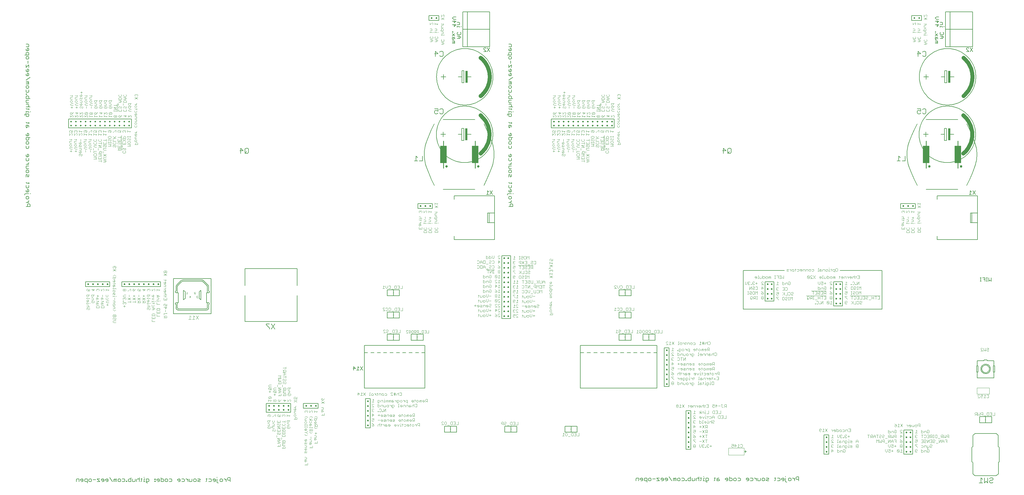
<source format=gbo>
G75*
G70*
%OFA0B0*%
%FSLAX24Y24*%
%IPPOS*%
%LPD*%
%AMOC8*
5,1,8,0,0,1.08239X$1,22.5*
%
%ADD10C,0.0050*%
%ADD11C,0.0040*%
%ADD12C,0.0100*%
%ADD13C,0.0060*%
%ADD14C,0.0070*%
%ADD15C,0.0500*%
%ADD16R,0.0250X0.1500*%
%ADD17R,0.0787X0.2165*%
%ADD18C,0.0138*%
%ADD19C,0.0080*%
%ADD20C,0.0020*%
%ADD21R,0.0079X0.0079*%
D10*
X046027Y017883D02*
X046027Y018333D01*
X046252Y018108D01*
X045952Y018108D01*
X046412Y017883D02*
X046713Y017883D01*
X046562Y017883D02*
X046562Y018333D01*
X046713Y018183D01*
X046873Y018333D02*
X047173Y017883D01*
X046873Y017883D02*
X047173Y018333D01*
X047378Y020058D02*
X047378Y020958D01*
X054878Y020958D01*
X054878Y020058D01*
X054483Y020058D01*
X054089Y020058D02*
X053693Y020058D01*
X053299Y020058D02*
X052904Y020058D01*
X052510Y020058D02*
X052114Y020058D01*
X051721Y020058D02*
X051325Y020058D01*
X050931Y020058D02*
X050536Y020058D01*
X050142Y020058D02*
X049746Y020058D01*
X049353Y020058D02*
X048957Y020058D01*
X048563Y020058D02*
X048168Y020058D01*
X047774Y020058D02*
X047378Y020058D01*
X047378Y015658D01*
X054878Y015658D01*
X054878Y020058D01*
X054656Y021601D02*
X053906Y021601D01*
X053906Y022351D01*
X053156Y022351D01*
X053156Y021601D01*
X053906Y021601D01*
X054656Y021601D02*
X054656Y022351D01*
X053906Y022351D01*
X051703Y022351D02*
X051703Y021601D01*
X050953Y021601D01*
X050953Y022351D01*
X050203Y022351D01*
X050203Y021601D01*
X050953Y021601D01*
X050953Y022351D02*
X051703Y022351D01*
X051703Y024357D02*
X050953Y024357D01*
X050953Y025107D01*
X050203Y025107D01*
X050203Y024357D01*
X050953Y024357D01*
X050953Y025107D02*
X051703Y025107D01*
X051703Y024357D01*
X051703Y027113D02*
X050953Y027113D01*
X050953Y027863D01*
X050203Y027863D01*
X050203Y027113D01*
X050953Y027113D01*
X050953Y027863D02*
X051703Y027863D01*
X051703Y027113D01*
X058509Y034077D02*
X058509Y034510D01*
X058509Y034077D02*
X063509Y034077D01*
X063509Y036203D01*
X063509Y037384D01*
X062840Y037384D01*
X062643Y037384D01*
X062643Y036203D01*
X062840Y036203D01*
X062840Y037384D01*
X063509Y037384D02*
X063509Y039510D01*
X058509Y039510D01*
X058509Y039077D01*
X057147Y040316D02*
X061084Y040316D01*
X062489Y039694D02*
X062789Y039694D01*
X062639Y039694D02*
X062639Y040144D01*
X062789Y039994D01*
X062949Y040144D02*
X063249Y039694D01*
X062949Y039694D02*
X063249Y040144D01*
X063509Y036203D02*
X062840Y036203D01*
X055061Y046222D02*
X055354Y046985D01*
X055683Y047734D01*
X056045Y048466D01*
X057147Y048978D02*
X061084Y048978D01*
X055061Y046222D02*
X054996Y046032D01*
X054939Y045839D01*
X054891Y045644D01*
X054852Y045447D01*
X054822Y045248D01*
X054801Y045048D01*
X054788Y044848D01*
X054785Y044647D01*
X063170Y043072D02*
X063235Y043262D01*
X063292Y043455D01*
X063340Y043650D01*
X063379Y043847D01*
X063409Y044046D01*
X063430Y044246D01*
X063443Y044446D01*
X063446Y044647D01*
X055061Y043072D02*
X054996Y043262D01*
X054939Y043455D01*
X054891Y043650D01*
X054852Y043847D01*
X054822Y044046D01*
X054801Y044246D01*
X054788Y044446D01*
X054785Y044647D01*
X063170Y046222D02*
X063235Y046032D01*
X063292Y045839D01*
X063340Y045644D01*
X063379Y045447D01*
X063409Y045248D01*
X063430Y045048D01*
X063443Y044848D01*
X063446Y044647D01*
X056045Y040828D02*
X055683Y041560D01*
X055354Y042309D01*
X055061Y043072D01*
X063170Y046222D02*
X062877Y046985D01*
X062548Y047734D01*
X062186Y048466D01*
X063170Y043072D02*
X062877Y042309D01*
X062548Y041560D01*
X062186Y040828D01*
X078943Y027863D02*
X079693Y027863D01*
X079693Y027113D01*
X080443Y027113D01*
X080443Y027863D01*
X079693Y027863D01*
X078943Y027863D02*
X078943Y027113D01*
X079693Y027113D01*
X079693Y025107D02*
X078943Y025107D01*
X078943Y024357D01*
X079693Y024357D01*
X079693Y025107D01*
X080443Y025107D01*
X080443Y024357D01*
X079693Y024357D01*
X079693Y022351D02*
X078943Y022351D01*
X078943Y021601D01*
X079693Y021601D01*
X079693Y022351D01*
X080443Y022351D01*
X080443Y021601D01*
X079693Y021601D01*
X081896Y021601D02*
X081896Y022351D01*
X082646Y022351D01*
X082646Y021601D01*
X083396Y021601D01*
X083396Y022351D01*
X082646Y022351D01*
X082646Y021601D02*
X081896Y021601D01*
X083650Y020958D02*
X074150Y020958D01*
X074150Y020058D01*
X074150Y015658D01*
X083650Y015658D01*
X083650Y020058D01*
X083219Y020058D01*
X082825Y020058D02*
X082395Y020058D01*
X082001Y020058D02*
X081570Y020058D01*
X081176Y020058D02*
X080746Y020058D01*
X080352Y020058D02*
X079921Y020058D01*
X079527Y020058D02*
X079097Y020058D01*
X078703Y020058D02*
X078272Y020058D01*
X077879Y020058D02*
X077448Y020058D01*
X077054Y020058D02*
X076623Y020058D01*
X076230Y020058D02*
X075799Y020058D01*
X075405Y020058D02*
X074974Y020058D01*
X074581Y020058D02*
X074150Y020058D01*
X083650Y020058D02*
X083650Y020958D01*
X073750Y010934D02*
X073000Y010934D01*
X073000Y010184D01*
X073750Y010184D01*
X073750Y010934D01*
X073000Y010934D02*
X072250Y010934D01*
X072250Y010184D01*
X073000Y010184D01*
X066270Y010184D02*
X065520Y010184D01*
X065520Y010934D01*
X064770Y010934D01*
X064770Y010184D01*
X065520Y010184D01*
X065520Y010934D02*
X066270Y010934D01*
X066270Y010184D01*
X058790Y010184D02*
X058040Y010184D01*
X058040Y010934D01*
X057290Y010934D01*
X057290Y010184D01*
X058040Y010184D01*
X058790Y010184D02*
X058790Y010934D01*
X058040Y010934D01*
X094490Y007797D02*
X094740Y007797D01*
X094615Y007922D02*
X094615Y007672D01*
X123628Y011365D02*
X124378Y011365D01*
X124378Y012115D01*
X123628Y012115D01*
X123628Y011365D01*
X124378Y011365D02*
X125128Y011365D01*
X125128Y012115D01*
X124378Y012115D01*
X123341Y016917D02*
X123341Y017645D01*
X123262Y017645D01*
X123262Y018433D01*
X123341Y018433D01*
X123341Y019061D01*
X124181Y019061D01*
X124181Y019159D01*
X124575Y019159D01*
X124575Y019061D01*
X125416Y019061D01*
X125416Y018433D01*
X125494Y018433D01*
X125494Y017645D01*
X125416Y017645D01*
X125416Y016917D01*
X123341Y016917D01*
X123341Y017645D02*
X123420Y017645D01*
X123420Y018433D01*
X123341Y018433D01*
X123906Y018039D02*
X123908Y018082D01*
X123914Y018124D01*
X123924Y018166D01*
X123937Y018207D01*
X123954Y018247D01*
X123975Y018284D01*
X123999Y018320D01*
X124026Y018353D01*
X124056Y018384D01*
X124089Y018412D01*
X124124Y018437D01*
X124161Y018458D01*
X124200Y018476D01*
X124240Y018490D01*
X124282Y018501D01*
X124324Y018508D01*
X124367Y018511D01*
X124410Y018510D01*
X124453Y018505D01*
X124495Y018496D01*
X124536Y018484D01*
X124576Y018468D01*
X124614Y018448D01*
X124650Y018425D01*
X124684Y018398D01*
X124716Y018369D01*
X124744Y018337D01*
X124770Y018302D01*
X124792Y018266D01*
X124811Y018227D01*
X124826Y018187D01*
X124838Y018146D01*
X124846Y018103D01*
X124850Y018060D01*
X124850Y018018D01*
X124846Y017975D01*
X124838Y017932D01*
X124826Y017891D01*
X124811Y017851D01*
X124792Y017812D01*
X124770Y017776D01*
X124744Y017741D01*
X124716Y017709D01*
X124684Y017680D01*
X124650Y017653D01*
X124614Y017630D01*
X124576Y017610D01*
X124536Y017594D01*
X124495Y017582D01*
X124453Y017573D01*
X124410Y017568D01*
X124367Y017567D01*
X124324Y017570D01*
X124282Y017577D01*
X124240Y017588D01*
X124200Y017602D01*
X124161Y017620D01*
X124124Y017641D01*
X124089Y017666D01*
X124056Y017694D01*
X124026Y017725D01*
X123999Y017758D01*
X123975Y017794D01*
X123954Y017831D01*
X123937Y017871D01*
X123924Y017912D01*
X123914Y017954D01*
X123908Y017996D01*
X123906Y018039D01*
X123787Y018039D02*
X123789Y018087D01*
X123795Y018135D01*
X123805Y018182D01*
X123818Y018228D01*
X123836Y018273D01*
X123856Y018317D01*
X123881Y018359D01*
X123909Y018398D01*
X123939Y018435D01*
X123973Y018469D01*
X124010Y018501D01*
X124048Y018530D01*
X124089Y018555D01*
X124132Y018577D01*
X124177Y018595D01*
X124223Y018609D01*
X124270Y018620D01*
X124318Y018627D01*
X124366Y018630D01*
X124414Y018629D01*
X124462Y018624D01*
X124510Y018615D01*
X124556Y018603D01*
X124601Y018586D01*
X124645Y018566D01*
X124687Y018543D01*
X124727Y018516D01*
X124765Y018486D01*
X124800Y018453D01*
X124832Y018417D01*
X124862Y018379D01*
X124888Y018338D01*
X124910Y018295D01*
X124930Y018251D01*
X124945Y018206D01*
X124957Y018159D01*
X124965Y018111D01*
X124969Y018063D01*
X124969Y018015D01*
X124965Y017967D01*
X124957Y017919D01*
X124945Y017872D01*
X124930Y017827D01*
X124910Y017783D01*
X124888Y017740D01*
X124862Y017699D01*
X124832Y017661D01*
X124800Y017625D01*
X124765Y017592D01*
X124727Y017562D01*
X124687Y017535D01*
X124645Y017512D01*
X124601Y017492D01*
X124556Y017475D01*
X124510Y017463D01*
X124462Y017454D01*
X124414Y017449D01*
X124366Y017448D01*
X124318Y017451D01*
X124270Y017458D01*
X124223Y017469D01*
X124177Y017483D01*
X124132Y017501D01*
X124089Y017523D01*
X124048Y017548D01*
X124010Y017577D01*
X123973Y017609D01*
X123939Y017643D01*
X123909Y017680D01*
X123881Y017719D01*
X123856Y017761D01*
X123836Y017805D01*
X123818Y017850D01*
X123805Y017896D01*
X123795Y017943D01*
X123789Y017991D01*
X123787Y018039D01*
X125337Y018433D02*
X125416Y018433D01*
X125337Y018433D02*
X125337Y017645D01*
X125416Y017645D01*
X125065Y028922D02*
X124915Y029072D01*
X124765Y028922D01*
X124765Y029372D01*
X124605Y029372D02*
X124455Y029372D01*
X124530Y029372D02*
X124530Y028922D01*
X124605Y028922D02*
X124455Y028922D01*
X124298Y028922D02*
X124298Y029372D01*
X123998Y029372D01*
X123838Y029372D02*
X123688Y029372D01*
X123763Y029372D02*
X123763Y028922D01*
X123838Y028922D02*
X123688Y028922D01*
X124148Y029147D02*
X124298Y029147D01*
X125065Y029372D02*
X125065Y028922D01*
X123352Y034077D02*
X118352Y034077D01*
X118352Y034510D01*
X122485Y036203D02*
X122682Y036203D01*
X122682Y037384D01*
X122485Y037384D01*
X122485Y036203D01*
X122682Y036203D02*
X123352Y036203D01*
X123352Y037384D01*
X122682Y037384D01*
X123352Y037384D02*
X123352Y039510D01*
X118352Y039510D01*
X118352Y039077D01*
X116989Y040316D02*
X120926Y040316D01*
X122331Y039694D02*
X122632Y039694D01*
X122481Y039694D02*
X122481Y040144D01*
X122632Y039994D01*
X122792Y040144D02*
X123092Y039694D01*
X122792Y039694D02*
X123092Y040144D01*
X123352Y036203D02*
X123352Y034077D01*
X114903Y046222D02*
X115196Y046985D01*
X115525Y047734D01*
X115887Y048466D01*
X116989Y048978D02*
X120926Y048978D01*
X114903Y046222D02*
X114838Y046032D01*
X114781Y045839D01*
X114733Y045644D01*
X114694Y045447D01*
X114664Y045248D01*
X114643Y045048D01*
X114630Y044848D01*
X114627Y044647D01*
X123013Y043072D02*
X123078Y043262D01*
X123135Y043455D01*
X123183Y043650D01*
X123222Y043847D01*
X123252Y044046D01*
X123273Y044246D01*
X123286Y044446D01*
X123289Y044647D01*
X114903Y043072D02*
X114838Y043262D01*
X114781Y043455D01*
X114733Y043650D01*
X114694Y043847D01*
X114664Y044046D01*
X114643Y044246D01*
X114630Y044446D01*
X114627Y044647D01*
X123013Y046222D02*
X123078Y046032D01*
X123135Y045839D01*
X123183Y045644D01*
X123222Y045447D01*
X123252Y045248D01*
X123273Y045048D01*
X123286Y044848D01*
X123289Y044647D01*
X115887Y040828D02*
X115525Y041560D01*
X115196Y042309D01*
X114903Y043072D01*
X123013Y046222D02*
X122720Y046985D01*
X122391Y047734D01*
X122029Y048466D01*
X123013Y043072D02*
X122720Y042309D01*
X122391Y041560D01*
X122029Y040828D01*
X121994Y057441D02*
X122294Y057441D01*
X121994Y057741D01*
X121994Y057816D01*
X122069Y057891D01*
X122219Y057891D01*
X122294Y057816D01*
X122455Y057891D02*
X122755Y057441D01*
X122455Y057441D02*
X122755Y057891D01*
X122758Y058016D02*
X122758Y060181D01*
X119411Y060181D01*
X119411Y058016D01*
X119974Y058016D01*
X119974Y062347D01*
X119411Y062347D01*
X119411Y060181D01*
X119252Y060528D02*
X119177Y060528D01*
X119027Y060528D02*
X118726Y060528D01*
X118726Y060453D02*
X118726Y060603D01*
X118726Y060760D02*
X119027Y060760D01*
X119027Y060985D01*
X118952Y061060D01*
X118726Y061060D01*
X118577Y061204D02*
X118352Y060979D01*
X118352Y061279D01*
X118277Y061440D02*
X118126Y061590D01*
X118277Y061740D01*
X118577Y061740D01*
X118577Y061440D02*
X118277Y061440D01*
X118126Y061204D02*
X118577Y061204D01*
X118352Y060819D02*
X118352Y060519D01*
X118577Y060744D01*
X118126Y060744D01*
X118126Y059903D02*
X118126Y059828D01*
X118202Y059828D01*
X118202Y059903D01*
X118126Y059903D01*
X118126Y059668D02*
X118427Y059368D01*
X118352Y059208D02*
X118126Y059208D01*
X118126Y058983D01*
X118202Y058907D01*
X118277Y058983D01*
X118277Y059208D01*
X118352Y059208D02*
X118427Y059133D01*
X118427Y058983D01*
X118352Y058747D02*
X118126Y058747D01*
X118126Y058597D02*
X118352Y058597D01*
X118427Y058672D01*
X118352Y058747D01*
X118352Y058597D02*
X118427Y058522D01*
X118427Y058447D01*
X118126Y058447D01*
X118726Y059072D02*
X119027Y059072D01*
X119177Y059222D01*
X119027Y059372D01*
X118726Y059372D01*
X118802Y059532D02*
X118726Y059608D01*
X118726Y059758D01*
X118802Y059833D01*
X119102Y059833D02*
X119177Y059758D01*
X119177Y059608D01*
X119102Y059532D01*
X118802Y059532D01*
X118952Y059372D02*
X118952Y059072D01*
X118427Y059668D02*
X118126Y059368D01*
X119027Y060453D02*
X119027Y060528D01*
X122758Y060181D02*
X122758Y062347D01*
X119974Y062347D01*
X119974Y058016D02*
X122758Y058016D01*
X062915Y058016D02*
X062915Y060181D01*
X059569Y060181D01*
X059569Y058016D01*
X060131Y058016D01*
X060131Y062347D01*
X059569Y062347D01*
X059569Y060181D01*
X059409Y060528D02*
X059334Y060528D01*
X059184Y060528D02*
X058884Y060528D01*
X058884Y060453D02*
X058884Y060603D01*
X058884Y060760D02*
X059184Y060760D01*
X059184Y060985D01*
X059109Y061060D01*
X058884Y061060D01*
X058734Y061204D02*
X058509Y060979D01*
X058509Y061279D01*
X058434Y061440D02*
X058284Y061590D01*
X058434Y061740D01*
X058734Y061740D01*
X058734Y061440D02*
X058434Y061440D01*
X058284Y061204D02*
X058734Y061204D01*
X058509Y060819D02*
X058509Y060519D01*
X058734Y060744D01*
X058284Y060744D01*
X058284Y059903D02*
X058284Y059828D01*
X058359Y059828D01*
X058359Y059903D01*
X058284Y059903D01*
X058284Y059668D02*
X058584Y059368D01*
X058509Y059208D02*
X058284Y059208D01*
X058284Y058983D01*
X058359Y058907D01*
X058434Y058983D01*
X058434Y059208D01*
X058509Y059208D02*
X058584Y059133D01*
X058584Y058983D01*
X058509Y058747D02*
X058284Y058747D01*
X058284Y058597D02*
X058509Y058597D01*
X058584Y058672D01*
X058509Y058747D01*
X058509Y058597D02*
X058584Y058522D01*
X058584Y058447D01*
X058284Y058447D01*
X058884Y059072D02*
X059184Y059072D01*
X059334Y059222D01*
X059184Y059372D01*
X058884Y059372D01*
X058959Y059532D02*
X058884Y059608D01*
X058884Y059758D01*
X058959Y059833D01*
X059259Y059833D02*
X059334Y059758D01*
X059334Y059608D01*
X059259Y059532D01*
X058959Y059532D01*
X059109Y059372D02*
X059109Y059072D01*
X058584Y059668D02*
X058284Y059368D01*
X059184Y060453D02*
X059184Y060528D01*
X060131Y062347D02*
X062915Y062347D01*
X062915Y060181D01*
X062915Y058016D02*
X060131Y058016D01*
X062152Y057816D02*
X062227Y057891D01*
X062377Y057891D01*
X062452Y057816D01*
X062612Y057891D02*
X062912Y057441D01*
X062612Y057441D02*
X062912Y057891D01*
X062452Y057441D02*
X062152Y057741D01*
X062152Y057816D01*
X062152Y057441D02*
X062452Y057441D01*
D11*
X057246Y058437D02*
X057126Y058557D01*
X056885Y058557D01*
X056945Y058685D02*
X056885Y058745D01*
X056885Y058866D01*
X056945Y058926D01*
X056945Y058685D02*
X057186Y058685D01*
X057246Y058745D01*
X057246Y058866D01*
X057186Y058926D01*
X057066Y058557D02*
X057066Y058317D01*
X057126Y058317D02*
X057246Y058437D01*
X057126Y058317D02*
X056885Y058317D01*
X056471Y058782D02*
X056351Y058902D01*
X056110Y058902D01*
X056170Y059030D02*
X056110Y059090D01*
X056110Y059210D01*
X056170Y059270D01*
X056170Y059030D02*
X056411Y059030D01*
X056471Y059090D01*
X056471Y059210D01*
X056411Y059270D01*
X056291Y058902D02*
X056291Y058662D01*
X056351Y058662D02*
X056471Y058782D01*
X056351Y058662D02*
X056110Y058662D01*
X055871Y058782D02*
X055751Y058902D01*
X055510Y058902D01*
X055570Y059030D02*
X055510Y059090D01*
X055510Y059210D01*
X055570Y059270D01*
X055570Y059030D02*
X055811Y059030D01*
X055871Y059090D01*
X055871Y059210D01*
X055811Y059270D01*
X055691Y058902D02*
X055691Y058662D01*
X055751Y058662D02*
X055871Y058782D01*
X055751Y058662D02*
X055510Y058662D01*
X056885Y059422D02*
X056885Y059542D01*
X056885Y059482D02*
X057126Y059482D01*
X057126Y059422D01*
X057246Y059482D02*
X057306Y059482D01*
X057126Y059668D02*
X057126Y059848D01*
X057066Y059908D01*
X056885Y059908D01*
X056885Y060036D02*
X056885Y060216D01*
X056945Y060276D01*
X057066Y060276D01*
X057126Y060216D01*
X057126Y060036D01*
X056765Y060036D01*
X056531Y059827D02*
X056471Y059827D01*
X056351Y059827D02*
X056110Y059827D01*
X056110Y059767D02*
X056110Y059887D01*
X056110Y060012D02*
X056351Y060012D01*
X056351Y060192D01*
X056291Y060252D01*
X056110Y060252D01*
X055751Y060192D02*
X055691Y060252D01*
X055510Y060252D01*
X055510Y060012D02*
X055751Y060012D01*
X055751Y060192D01*
X055751Y059827D02*
X055510Y059827D01*
X055510Y059767D02*
X055510Y059887D01*
X055751Y059827D02*
X055751Y059767D01*
X055871Y059827D02*
X055931Y059827D01*
X056351Y059827D02*
X056351Y059767D01*
X056885Y059668D02*
X057126Y059668D01*
X057126Y060404D02*
X056945Y060404D01*
X056885Y060464D01*
X056885Y060644D01*
X057126Y060644D01*
X057126Y060772D02*
X057126Y060893D01*
X057186Y060833D02*
X056945Y060833D01*
X056885Y060893D01*
X056471Y060869D02*
X056110Y060869D01*
X056110Y060749D02*
X056110Y060989D01*
X055871Y060929D02*
X055871Y060809D01*
X055811Y060749D01*
X055871Y060929D02*
X055811Y060989D01*
X055751Y060989D01*
X055510Y060749D01*
X055510Y060989D01*
X056351Y060749D02*
X056471Y060869D01*
X056885Y061386D02*
X057246Y061627D01*
X057186Y061755D02*
X057246Y061815D01*
X057246Y061935D01*
X057186Y061995D01*
X057126Y061995D01*
X056885Y061755D01*
X056885Y061995D01*
X056885Y061627D02*
X057246Y061386D01*
X072020Y052345D02*
X072260Y052345D01*
X072140Y052225D02*
X072140Y052465D01*
X072140Y052096D02*
X072080Y052096D01*
X072080Y051856D01*
X072020Y051856D02*
X072140Y051856D01*
X072200Y051916D01*
X072200Y052036D01*
X072140Y052096D01*
X071960Y052036D02*
X071960Y051916D01*
X072020Y051856D01*
X072020Y051728D02*
X072080Y051668D01*
X072080Y051548D01*
X072140Y051488D01*
X072200Y051548D01*
X072200Y051728D01*
X072020Y051728D02*
X071960Y051668D01*
X071960Y051488D01*
X071960Y051360D02*
X072140Y051360D01*
X072200Y051300D01*
X072200Y051120D01*
X071960Y051120D01*
X072080Y050992D02*
X072080Y050751D01*
X072020Y050751D02*
X072140Y050751D01*
X072200Y050811D01*
X072200Y050931D01*
X072140Y050992D01*
X072080Y050992D01*
X071960Y050931D02*
X071960Y050811D01*
X072020Y050751D01*
X072020Y050623D02*
X071960Y050563D01*
X071960Y050443D01*
X072020Y050383D01*
X072140Y050443D02*
X072140Y050563D01*
X072080Y050623D01*
X072020Y050623D01*
X072140Y050443D02*
X072200Y050383D01*
X072260Y050383D01*
X072320Y050443D01*
X072320Y050563D01*
X072260Y050623D01*
X072560Y050871D02*
X072680Y050992D01*
X072920Y050992D01*
X072740Y051120D02*
X072620Y051120D01*
X072560Y051180D01*
X072560Y051300D01*
X072620Y051360D01*
X072740Y051360D01*
X072800Y051300D01*
X072800Y051180D01*
X072740Y051120D01*
X072560Y050871D02*
X072680Y050751D01*
X072920Y050751D01*
X072740Y050623D02*
X072740Y050383D01*
X072620Y049887D02*
X072560Y049827D01*
X072560Y049706D01*
X072620Y049646D01*
X072860Y049887D01*
X072620Y049887D01*
X072860Y049887D02*
X072920Y049827D01*
X072920Y049706D01*
X072860Y049646D01*
X072620Y049646D01*
X072560Y049518D02*
X072560Y049278D01*
X072800Y049518D01*
X072860Y049518D01*
X072920Y049458D01*
X072920Y049338D01*
X072860Y049278D01*
X073160Y049278D02*
X073160Y049518D01*
X073160Y049398D02*
X073520Y049398D01*
X073400Y049278D01*
X073760Y049278D02*
X073760Y049518D01*
X073760Y049398D02*
X074120Y049398D01*
X074000Y049278D01*
X074360Y049278D02*
X074360Y049518D01*
X074360Y049398D02*
X074720Y049398D01*
X074600Y049278D01*
X074960Y049278D02*
X074960Y049518D01*
X074960Y049398D02*
X075320Y049398D01*
X075200Y049278D01*
X075560Y049278D02*
X075560Y049518D01*
X075560Y049398D02*
X075920Y049398D01*
X075800Y049278D01*
X076160Y049338D02*
X076220Y049278D01*
X076280Y049278D01*
X076340Y049338D01*
X076340Y049458D01*
X076280Y049518D01*
X076220Y049518D01*
X076160Y049458D01*
X076160Y049338D01*
X076340Y049338D02*
X076400Y049278D01*
X076460Y049278D01*
X076520Y049338D01*
X076520Y049458D01*
X076460Y049518D01*
X076400Y049518D01*
X076340Y049458D01*
X076760Y049458D02*
X076820Y049518D01*
X076880Y049518D01*
X076940Y049458D01*
X076940Y049278D01*
X076820Y049278D01*
X076760Y049338D01*
X076760Y049458D01*
X076940Y049278D02*
X077060Y049398D01*
X077120Y049518D01*
X077360Y049458D02*
X077720Y049458D01*
X077540Y049278D01*
X077540Y049518D01*
X077960Y049518D02*
X077960Y049278D01*
X078200Y049518D01*
X078260Y049518D01*
X078320Y049458D01*
X078320Y049338D01*
X078260Y049278D01*
X078735Y049372D02*
X078915Y049372D01*
X078975Y049312D01*
X078975Y049132D01*
X078735Y049132D01*
X078735Y049003D02*
X078915Y049003D01*
X078975Y048943D01*
X078975Y048763D01*
X078735Y048763D01*
X078795Y048635D02*
X078915Y048635D01*
X078975Y048575D01*
X078975Y048455D01*
X078915Y048395D01*
X078795Y048395D01*
X078735Y048455D01*
X078735Y048575D01*
X078795Y048635D01*
X078735Y048267D02*
X078735Y048087D01*
X078795Y048027D01*
X078915Y048027D01*
X078975Y048087D01*
X078975Y048267D01*
X078975Y047531D02*
X078975Y047471D01*
X078855Y047351D01*
X078735Y047351D02*
X078975Y047351D01*
X078915Y047223D02*
X078855Y047223D01*
X078855Y046983D01*
X078795Y046983D02*
X078915Y046983D01*
X078975Y047043D01*
X078975Y047163D01*
X078915Y047223D01*
X078735Y047163D02*
X078735Y047043D01*
X078795Y046983D01*
X078795Y046855D02*
X078975Y046855D01*
X078795Y046855D02*
X078735Y046795D01*
X078795Y046735D01*
X078735Y046675D01*
X078795Y046615D01*
X078975Y046615D01*
X078915Y046487D02*
X078975Y046427D01*
X078975Y046306D01*
X078915Y046246D01*
X078795Y046246D01*
X078735Y046306D01*
X078735Y046427D01*
X078795Y046487D01*
X078915Y046487D01*
X078915Y046118D02*
X078855Y046058D01*
X078855Y045878D01*
X078735Y045878D02*
X079095Y045878D01*
X079095Y046058D01*
X079035Y046118D01*
X078915Y046118D01*
X078220Y046119D02*
X078160Y046059D01*
X077920Y046059D01*
X077860Y046119D01*
X077860Y046239D01*
X077920Y046299D01*
X078160Y046299D01*
X078220Y046239D01*
X078220Y046119D01*
X078220Y045931D02*
X077860Y045931D01*
X077620Y045936D02*
X077260Y045936D01*
X077260Y046177D01*
X077260Y046305D02*
X077620Y046545D01*
X077620Y046673D02*
X077620Y046853D01*
X077560Y046913D01*
X077440Y046913D01*
X077380Y046853D01*
X077380Y046673D01*
X077260Y046673D02*
X077620Y046673D01*
X077860Y046608D02*
X077860Y046488D01*
X077920Y046428D01*
X078040Y046488D02*
X078040Y046608D01*
X077980Y046668D01*
X077920Y046668D01*
X077860Y046608D01*
X077860Y046796D02*
X077860Y046916D01*
X077860Y046856D02*
X078220Y046856D01*
X078220Y046796D02*
X078220Y046916D01*
X078160Y046668D02*
X078220Y046608D01*
X078220Y046488D01*
X078160Y046428D01*
X078100Y046428D01*
X078040Y046488D01*
X077620Y046305D02*
X077260Y046545D01*
X077020Y046545D02*
X077020Y046305D01*
X076660Y046305D01*
X076660Y046545D01*
X076840Y046425D02*
X076840Y046305D01*
X076780Y046177D02*
X076720Y046177D01*
X076660Y046117D01*
X076660Y045997D01*
X076720Y045936D01*
X076840Y045997D02*
X076840Y046117D01*
X076780Y046177D01*
X076960Y046177D02*
X077020Y046117D01*
X077020Y045997D01*
X076960Y045936D01*
X076900Y045936D01*
X076840Y045997D01*
X076660Y045808D02*
X076660Y045568D01*
X077020Y045568D01*
X077020Y045808D01*
X077200Y045808D02*
X077200Y045568D01*
X077320Y045440D02*
X077260Y045380D01*
X077260Y045260D01*
X077320Y045200D01*
X077320Y045072D02*
X077260Y045012D01*
X077260Y044892D01*
X077320Y044832D01*
X077560Y044832D01*
X077620Y044892D01*
X077620Y045012D01*
X077560Y045072D01*
X077560Y045200D02*
X077500Y045200D01*
X077440Y045260D01*
X077440Y045380D01*
X077380Y045440D01*
X077320Y045440D01*
X077560Y045440D02*
X077620Y045380D01*
X077620Y045260D01*
X077560Y045200D01*
X077100Y045180D02*
X077100Y047021D01*
X077020Y046913D02*
X077020Y046673D01*
X077020Y046793D02*
X076660Y046793D01*
X076420Y046673D02*
X076060Y046673D01*
X076180Y046673D02*
X076420Y046913D01*
X076240Y046733D02*
X076060Y046913D01*
X075820Y046853D02*
X075760Y046913D01*
X075520Y046913D01*
X075460Y046853D01*
X075460Y046733D01*
X075520Y046673D01*
X075760Y046673D01*
X075820Y046733D01*
X075820Y046853D01*
X075760Y046545D02*
X075820Y046485D01*
X075820Y046365D01*
X075760Y046305D01*
X075700Y046305D01*
X075640Y046365D01*
X075640Y046485D01*
X075580Y046545D01*
X075520Y046545D01*
X075460Y046485D01*
X075460Y046365D01*
X075520Y046305D01*
X075460Y046179D02*
X075460Y046059D01*
X075460Y046119D02*
X075820Y046119D01*
X075820Y046059D02*
X075820Y046179D01*
X075820Y045931D02*
X075460Y045931D01*
X075220Y045936D02*
X074860Y045936D01*
X074860Y046177D01*
X075040Y046057D02*
X075040Y045936D01*
X074980Y045808D02*
X074920Y045808D01*
X074860Y045748D01*
X074860Y045628D01*
X074920Y045568D01*
X074920Y045440D02*
X075220Y045440D01*
X075160Y045568D02*
X075100Y045568D01*
X075040Y045628D01*
X075040Y045748D01*
X074980Y045808D01*
X075160Y045808D02*
X075220Y045748D01*
X075220Y045628D01*
X075160Y045568D01*
X074920Y045440D02*
X074860Y045380D01*
X074860Y045260D01*
X074920Y045200D01*
X075220Y045200D01*
X074800Y045072D02*
X074800Y044832D01*
X074860Y044703D02*
X075220Y044463D01*
X075220Y044335D02*
X074920Y044335D01*
X074860Y044275D01*
X074860Y044155D01*
X074920Y044095D01*
X075220Y044095D01*
X075100Y043967D02*
X074860Y043967D01*
X075040Y043967D02*
X075040Y043727D01*
X075100Y043727D02*
X075220Y043847D01*
X075100Y043967D01*
X075100Y043727D02*
X074860Y043727D01*
X074620Y043727D02*
X074620Y043967D01*
X074620Y043847D02*
X074260Y043847D01*
X074260Y044095D02*
X074260Y044335D01*
X074260Y044463D02*
X074620Y044463D01*
X074500Y044583D01*
X074620Y044703D01*
X074260Y044703D01*
X074260Y044832D02*
X074620Y044832D01*
X074620Y045012D01*
X074560Y045072D01*
X074440Y045072D01*
X074380Y045012D01*
X074380Y044832D01*
X074020Y044832D02*
X073720Y044832D01*
X073660Y044892D01*
X073660Y045012D01*
X073720Y045072D01*
X074020Y045072D01*
X074200Y045200D02*
X074200Y045440D01*
X074260Y045568D02*
X074620Y045568D01*
X074260Y045808D01*
X074620Y045808D01*
X074620Y045936D02*
X074620Y046177D01*
X074620Y046057D02*
X074260Y046057D01*
X074020Y046117D02*
X074020Y045997D01*
X073960Y045936D01*
X073720Y045936D01*
X073660Y045997D01*
X073660Y046117D01*
X073720Y046177D01*
X073720Y046305D02*
X073660Y046365D01*
X073660Y046485D01*
X073720Y046545D01*
X073720Y046305D02*
X073960Y046305D01*
X074020Y046365D01*
X074020Y046485D01*
X073960Y046545D01*
X074260Y046485D02*
X074320Y046545D01*
X074260Y046485D02*
X074260Y046365D01*
X074320Y046305D01*
X074560Y046305D01*
X074620Y046365D01*
X074620Y046485D01*
X074560Y046545D01*
X074860Y046425D02*
X075220Y046425D01*
X075220Y046305D02*
X075220Y046545D01*
X075220Y046177D02*
X075220Y045936D01*
X075460Y045691D02*
X075820Y045691D01*
X075700Y045811D01*
X075820Y045931D01*
X076060Y045997D02*
X076060Y046117D01*
X076120Y046177D01*
X076060Y046305D02*
X076060Y046545D01*
X076060Y046305D02*
X076420Y046305D01*
X076360Y046177D02*
X076420Y046117D01*
X076420Y045997D01*
X076360Y045936D01*
X076120Y045936D01*
X076060Y045997D01*
X076120Y045808D02*
X076060Y045748D01*
X076060Y045628D01*
X076120Y045568D01*
X076240Y045628D02*
X076240Y045748D01*
X076180Y045808D01*
X076120Y045808D01*
X076240Y045628D02*
X076300Y045568D01*
X076360Y045568D01*
X076420Y045628D01*
X076420Y045748D01*
X076360Y045808D01*
X076660Y045440D02*
X076780Y045320D01*
X076780Y045380D02*
X076780Y045200D01*
X076660Y045200D02*
X077020Y045200D01*
X077020Y045380D01*
X076960Y045440D01*
X076840Y045440D01*
X076780Y045380D01*
X076840Y045568D02*
X076840Y045688D01*
X077440Y045936D02*
X077440Y046057D01*
X077620Y046177D02*
X077620Y045936D01*
X077860Y045691D02*
X078220Y045691D01*
X078100Y045811D01*
X078220Y045931D01*
X078100Y047410D02*
X078220Y047530D01*
X077860Y047530D01*
X077860Y047410D02*
X077860Y047650D01*
X077620Y047590D02*
X077560Y047650D01*
X077500Y047650D01*
X077440Y047590D01*
X077380Y047650D01*
X077320Y047650D01*
X077260Y047590D01*
X077260Y047470D01*
X077320Y047410D01*
X077440Y047530D02*
X077440Y047590D01*
X077620Y047590D02*
X077620Y047470D01*
X077560Y047410D01*
X077020Y047410D02*
X076840Y047410D01*
X076900Y047530D01*
X076900Y047590D01*
X076840Y047650D01*
X076720Y047650D01*
X076660Y047590D01*
X076660Y047470D01*
X076720Y047410D01*
X076420Y047410D02*
X076420Y047650D01*
X076360Y047650D01*
X076120Y047410D01*
X076060Y047410D01*
X075820Y047470D02*
X075760Y047410D01*
X075700Y047410D01*
X075640Y047470D01*
X075640Y047650D01*
X075520Y047650D02*
X075760Y047650D01*
X075820Y047590D01*
X075820Y047470D01*
X075520Y047410D02*
X075460Y047470D01*
X075460Y047590D01*
X075520Y047650D01*
X075220Y047530D02*
X074860Y047530D01*
X074860Y047410D02*
X074860Y047650D01*
X074620Y047590D02*
X074560Y047650D01*
X074500Y047650D01*
X074440Y047590D01*
X074380Y047650D01*
X074320Y047650D01*
X074260Y047590D01*
X074260Y047470D01*
X074320Y047410D01*
X074260Y047282D02*
X074260Y047041D01*
X074260Y047162D02*
X074620Y047162D01*
X074500Y047041D01*
X074860Y047041D02*
X074860Y047282D01*
X074860Y047162D02*
X075220Y047162D01*
X075100Y047041D01*
X075100Y047410D02*
X075220Y047530D01*
X074620Y047470D02*
X074620Y047590D01*
X074620Y047470D02*
X074560Y047410D01*
X074440Y047530D02*
X074440Y047590D01*
X074020Y047650D02*
X074020Y047410D01*
X073840Y047410D01*
X073900Y047530D01*
X073900Y047590D01*
X073840Y047650D01*
X073720Y047650D01*
X073660Y047590D01*
X073660Y047470D01*
X073720Y047410D01*
X073660Y047282D02*
X073660Y047041D01*
X073660Y047162D02*
X074020Y047162D01*
X073900Y047041D01*
X073420Y047162D02*
X073060Y047162D01*
X073060Y047282D02*
X073060Y047041D01*
X073300Y047041D02*
X073420Y047162D01*
X073420Y047410D02*
X073420Y047650D01*
X073360Y047650D01*
X073120Y047410D01*
X073060Y047410D01*
X072820Y047470D02*
X072760Y047410D01*
X072700Y047410D01*
X072640Y047470D01*
X072640Y047650D01*
X072520Y047650D02*
X072760Y047650D01*
X072820Y047590D01*
X072820Y047470D01*
X072520Y047410D02*
X072460Y047470D01*
X072460Y047590D01*
X072520Y047650D01*
X072220Y047530D02*
X071860Y047530D01*
X071860Y047410D02*
X071860Y047650D01*
X071620Y047590D02*
X071560Y047650D01*
X071500Y047650D01*
X071440Y047590D01*
X071380Y047650D01*
X071320Y047650D01*
X071260Y047590D01*
X071260Y047470D01*
X071320Y047410D01*
X071260Y047282D02*
X071260Y047041D01*
X071500Y047282D01*
X071560Y047282D01*
X071620Y047222D01*
X071620Y047101D01*
X071560Y047041D01*
X071860Y047041D02*
X072100Y047282D01*
X072160Y047282D01*
X072220Y047222D01*
X072220Y047101D01*
X072160Y047041D01*
X071860Y047041D02*
X071860Y047282D01*
X072100Y047410D02*
X072220Y047530D01*
X072460Y047282D02*
X072460Y047041D01*
X072460Y047162D02*
X072820Y047162D01*
X072700Y047041D01*
X072700Y046548D02*
X072700Y046428D01*
X072760Y046488D02*
X072520Y046488D01*
X072460Y046548D01*
X072460Y046299D02*
X072700Y046299D01*
X072700Y046059D02*
X072520Y046059D01*
X072460Y046119D01*
X072460Y046299D01*
X072520Y045931D02*
X072640Y045931D01*
X072700Y045871D01*
X072700Y045751D01*
X072640Y045691D01*
X072520Y045691D01*
X072460Y045751D01*
X072460Y045871D01*
X072520Y045931D01*
X072580Y045563D02*
X072820Y045563D01*
X072580Y045563D02*
X072460Y045443D01*
X072580Y045323D01*
X072820Y045323D01*
X072640Y045195D02*
X072640Y044954D01*
X072220Y044643D02*
X072160Y044703D01*
X072220Y044643D02*
X072220Y044523D01*
X072160Y044463D01*
X072100Y044463D01*
X072040Y044523D01*
X072040Y044643D01*
X071980Y044703D01*
X071920Y044703D01*
X071860Y044643D01*
X071860Y044523D01*
X071920Y044463D01*
X071920Y044832D02*
X072040Y044832D01*
X072100Y044892D01*
X072100Y045012D01*
X072040Y045072D01*
X071980Y045072D01*
X071980Y044832D01*
X071920Y044832D02*
X071860Y044892D01*
X071860Y045012D01*
X071860Y045200D02*
X072100Y045200D01*
X072100Y045380D01*
X072040Y045440D01*
X071860Y045440D01*
X071860Y045568D02*
X071860Y045748D01*
X071920Y045808D01*
X071980Y045748D01*
X071980Y045628D01*
X072040Y045568D01*
X072100Y045628D01*
X072100Y045808D01*
X072040Y045936D02*
X072100Y045997D01*
X072100Y046117D01*
X072040Y046177D01*
X071980Y046177D01*
X071980Y045936D01*
X071920Y045936D02*
X072040Y045936D01*
X071920Y045936D02*
X071860Y045997D01*
X071860Y046117D01*
X072040Y046305D02*
X072040Y046545D01*
X071560Y046488D02*
X071320Y046488D01*
X071260Y046548D01*
X071500Y046548D02*
X071500Y046428D01*
X071500Y046299D02*
X071260Y046299D01*
X071260Y046119D01*
X071320Y046059D01*
X071500Y046059D01*
X071440Y045931D02*
X071500Y045871D01*
X071500Y045751D01*
X071440Y045691D01*
X071320Y045691D01*
X071260Y045751D01*
X071260Y045871D01*
X071320Y045931D01*
X071440Y045931D01*
X071380Y045563D02*
X071620Y045563D01*
X071380Y045563D02*
X071260Y045443D01*
X071380Y045323D01*
X071620Y045323D01*
X071440Y045195D02*
X071440Y044954D01*
X071560Y045074D02*
X071320Y045074D01*
X070960Y045074D02*
X070720Y045074D01*
X070840Y044954D02*
X070840Y045195D01*
X070780Y045323D02*
X070660Y045443D01*
X070780Y045563D01*
X071020Y045563D01*
X070840Y045691D02*
X070720Y045691D01*
X070660Y045751D01*
X070660Y045871D01*
X070720Y045931D01*
X070840Y045931D01*
X070900Y045871D01*
X070900Y045751D01*
X070840Y045691D01*
X070900Y046059D02*
X070720Y046059D01*
X070660Y046119D01*
X070660Y046299D01*
X070900Y046299D01*
X070900Y046428D02*
X070900Y046548D01*
X070960Y046488D02*
X070720Y046488D01*
X070660Y046548D01*
X070660Y047041D02*
X070900Y047282D01*
X070960Y047282D01*
X071020Y047222D01*
X071020Y047101D01*
X070960Y047041D01*
X070660Y047041D02*
X070660Y047282D01*
X070720Y047410D02*
X070660Y047470D01*
X070660Y047590D01*
X070720Y047650D01*
X070840Y047650D01*
X070900Y047590D01*
X070900Y047530D01*
X070840Y047410D01*
X071020Y047410D01*
X071020Y047650D01*
X071440Y047590D02*
X071440Y047530D01*
X071560Y047410D02*
X071620Y047470D01*
X071620Y047590D01*
X073060Y046548D02*
X073120Y046488D01*
X073360Y046488D01*
X073300Y046428D02*
X073300Y046548D01*
X073300Y046299D02*
X073060Y046299D01*
X073060Y046119D01*
X073120Y046059D01*
X073300Y046059D01*
X073240Y045931D02*
X073300Y045871D01*
X073300Y045751D01*
X073240Y045691D01*
X073120Y045691D01*
X073060Y045751D01*
X073060Y045871D01*
X073120Y045931D01*
X073240Y045931D01*
X073180Y045563D02*
X073420Y045563D01*
X073600Y045440D02*
X073600Y045200D01*
X073420Y045323D02*
X073180Y045323D01*
X073060Y045443D01*
X073180Y045563D01*
X073240Y045195D02*
X073240Y044954D01*
X073660Y044643D02*
X073720Y044703D01*
X073660Y044643D02*
X073660Y044523D01*
X073720Y044463D01*
X073960Y044463D01*
X074020Y044523D01*
X074020Y044643D01*
X073960Y044703D01*
X074020Y044335D02*
X073660Y044335D01*
X073660Y044095D02*
X074020Y044095D01*
X073900Y044215D01*
X074020Y044335D01*
X074260Y044095D02*
X074620Y044095D01*
X074620Y044335D01*
X074440Y044215D02*
X074440Y044095D01*
X074860Y044463D02*
X075220Y044703D01*
X074020Y045568D02*
X073780Y045568D01*
X073660Y045688D01*
X073780Y045808D01*
X074020Y045808D01*
X074020Y046117D02*
X073960Y046177D01*
X071020Y045323D02*
X070780Y045323D01*
X077020Y047410D02*
X077020Y047650D01*
X075860Y049646D02*
X075620Y049646D01*
X075860Y049887D01*
X075620Y049887D01*
X075560Y049827D01*
X075560Y049706D01*
X075620Y049646D01*
X075860Y049646D02*
X075920Y049706D01*
X075920Y049827D01*
X075860Y049887D01*
X076160Y050015D02*
X076160Y050135D01*
X076160Y050075D02*
X076520Y050075D01*
X076520Y050015D02*
X076520Y050135D01*
X076520Y050260D02*
X076160Y050500D01*
X076520Y050500D01*
X076520Y050629D02*
X076520Y050869D01*
X076520Y050749D02*
X076160Y050749D01*
X075920Y050563D02*
X075920Y050443D01*
X075860Y050383D01*
X075620Y050383D01*
X075560Y050443D01*
X075560Y050563D01*
X075620Y050623D01*
X075740Y050623D01*
X075740Y050503D01*
X075860Y050623D02*
X075920Y050563D01*
X075800Y050751D02*
X075800Y050931D01*
X075740Y050992D01*
X075560Y050992D01*
X075620Y051120D02*
X075740Y051120D01*
X075800Y051180D01*
X075800Y051360D01*
X075920Y051360D02*
X075560Y051360D01*
X075560Y051180D01*
X075620Y051120D01*
X075560Y050751D02*
X075800Y050751D01*
X075320Y050563D02*
X075320Y050443D01*
X075260Y050383D01*
X075020Y050383D01*
X074960Y050443D01*
X074960Y050563D01*
X075020Y050623D01*
X075140Y050623D01*
X075140Y050503D01*
X075260Y050623D02*
X075320Y050563D01*
X075200Y050751D02*
X075200Y050931D01*
X075140Y050992D01*
X074960Y050992D01*
X075020Y051120D02*
X075140Y051120D01*
X075200Y051180D01*
X075200Y051360D01*
X075320Y051360D02*
X074960Y051360D01*
X074960Y051180D01*
X075020Y051120D01*
X074960Y050751D02*
X075200Y050751D01*
X074720Y050563D02*
X074720Y050443D01*
X074660Y050383D01*
X074420Y050383D01*
X074360Y050443D01*
X074360Y050563D01*
X074420Y050623D01*
X074540Y050623D01*
X074540Y050503D01*
X074660Y050623D02*
X074720Y050563D01*
X074600Y050751D02*
X074600Y050931D01*
X074540Y050992D01*
X074360Y050992D01*
X074420Y051120D02*
X074540Y051120D01*
X074600Y051180D01*
X074600Y051360D01*
X074720Y051360D02*
X074360Y051360D01*
X074360Y051180D01*
X074420Y051120D01*
X074360Y050751D02*
X074600Y050751D01*
X074120Y050563D02*
X074120Y050443D01*
X074060Y050383D01*
X073820Y050383D01*
X073760Y050443D01*
X073760Y050563D01*
X073820Y050623D01*
X073940Y050623D01*
X073940Y050503D01*
X074060Y050623D02*
X074120Y050563D01*
X074000Y050751D02*
X074000Y050931D01*
X073940Y050992D01*
X073760Y050992D01*
X073820Y051120D02*
X073940Y051120D01*
X074000Y051180D01*
X074000Y051360D01*
X074120Y051360D02*
X073760Y051360D01*
X073760Y051180D01*
X073820Y051120D01*
X073520Y050992D02*
X073280Y050992D01*
X073160Y050871D01*
X073280Y050751D01*
X073520Y050751D01*
X073340Y050623D02*
X073340Y050383D01*
X073280Y049887D02*
X073220Y049887D01*
X073160Y049827D01*
X073160Y049706D01*
X073220Y049646D01*
X073280Y049646D01*
X073340Y049706D01*
X073340Y049827D01*
X073280Y049887D01*
X073340Y049827D02*
X073400Y049887D01*
X073460Y049887D01*
X073520Y049827D01*
X073520Y049706D01*
X073460Y049646D01*
X073400Y049646D01*
X073340Y049706D01*
X073760Y049706D02*
X073760Y049827D01*
X073820Y049887D01*
X073880Y049887D01*
X073940Y049827D01*
X073940Y049646D01*
X073820Y049646D01*
X073760Y049706D01*
X073940Y049646D02*
X074060Y049766D01*
X074120Y049887D01*
X074360Y049827D02*
X074720Y049827D01*
X074540Y049646D01*
X074540Y049887D01*
X074960Y049887D02*
X074960Y049646D01*
X075200Y049887D01*
X075260Y049887D01*
X075320Y049827D01*
X075320Y049706D01*
X075260Y049646D01*
X076160Y050260D02*
X076520Y050260D01*
X076760Y050195D02*
X076820Y050255D01*
X076760Y050195D02*
X076760Y050075D01*
X076820Y050015D01*
X077060Y050015D01*
X077120Y050075D01*
X077120Y050195D01*
X077060Y050255D01*
X077060Y050383D02*
X077000Y050383D01*
X076940Y050443D01*
X076940Y050563D01*
X076880Y050623D01*
X076820Y050623D01*
X076760Y050563D01*
X076760Y050443D01*
X076820Y050383D01*
X077060Y050383D02*
X077120Y050443D01*
X077120Y050563D01*
X077060Y050623D01*
X077300Y050751D02*
X077300Y050992D01*
X077360Y051120D02*
X077360Y051300D01*
X077420Y051360D01*
X077660Y051360D01*
X077720Y051300D01*
X077720Y051120D01*
X077360Y051120D01*
X077120Y051240D02*
X077000Y051360D01*
X076760Y051360D01*
X076760Y051488D02*
X076760Y051668D01*
X076820Y051728D01*
X077060Y051728D01*
X077120Y051668D01*
X077120Y051488D01*
X076760Y051488D01*
X076940Y051360D02*
X076940Y051120D01*
X077000Y051120D02*
X076760Y051120D01*
X076700Y050992D02*
X076700Y050751D01*
X076600Y050977D02*
X076600Y049995D01*
X077360Y050075D02*
X077360Y050195D01*
X077420Y050255D01*
X077420Y050383D02*
X077360Y050443D01*
X077360Y050563D01*
X077420Y050623D01*
X077480Y050623D01*
X077540Y050563D01*
X077540Y050443D01*
X077600Y050383D01*
X077660Y050383D01*
X077720Y050443D01*
X077720Y050563D01*
X077660Y050623D01*
X077960Y050623D02*
X077960Y050443D01*
X078020Y050383D01*
X078140Y050383D01*
X078200Y050443D01*
X078200Y050623D01*
X078320Y050623D02*
X077960Y050623D01*
X078020Y050751D02*
X078140Y050751D01*
X078200Y050811D01*
X078200Y050992D01*
X078320Y050992D02*
X077960Y050992D01*
X077960Y050811D01*
X078020Y050751D01*
X078080Y050255D02*
X078320Y050255D01*
X078080Y050255D02*
X077960Y050135D01*
X078080Y050015D01*
X078320Y050015D01*
X078735Y049928D02*
X078735Y050108D01*
X078735Y049928D02*
X078795Y049868D01*
X078915Y049868D01*
X078975Y049928D01*
X078975Y050108D01*
X078975Y050236D02*
X078975Y050357D01*
X079035Y050297D02*
X078795Y050297D01*
X078735Y050357D01*
X078795Y050482D02*
X078735Y050542D01*
X078735Y050662D01*
X078795Y050722D01*
X078915Y050722D01*
X078975Y050662D01*
X078975Y050542D01*
X078915Y050482D01*
X078795Y050482D01*
X078735Y050850D02*
X078975Y050850D01*
X078855Y050850D02*
X078975Y050970D01*
X078975Y051030D01*
X079095Y051526D02*
X078735Y051766D01*
X078795Y051894D02*
X078735Y051954D01*
X078735Y052074D01*
X078795Y052134D01*
X078855Y052134D01*
X078915Y052074D01*
X078915Y052014D01*
X078915Y052074D02*
X078975Y052134D01*
X079035Y052134D01*
X079095Y052074D01*
X079095Y051954D01*
X079035Y051894D01*
X079095Y051766D02*
X078735Y051526D01*
X077720Y051608D02*
X077600Y051728D01*
X077360Y051728D01*
X077420Y051856D02*
X077360Y051916D01*
X077360Y052036D01*
X077420Y052096D01*
X077420Y051856D02*
X077660Y051856D01*
X077720Y051916D01*
X077720Y052036D01*
X077660Y052096D01*
X077540Y051728D02*
X077540Y051488D01*
X077600Y051488D02*
X077720Y051608D01*
X077600Y051488D02*
X077360Y051488D01*
X077120Y051240D02*
X077000Y051120D01*
X077060Y051856D02*
X076820Y051856D01*
X076760Y051916D01*
X076760Y052036D01*
X076820Y052096D01*
X077060Y052096D02*
X077120Y052036D01*
X077120Y051916D01*
X077060Y051856D01*
X077660Y050255D02*
X077720Y050195D01*
X077720Y050075D01*
X077660Y050015D01*
X077420Y050015D01*
X077360Y050075D01*
X078735Y049680D02*
X078735Y049560D01*
X078795Y049500D01*
X078915Y049500D01*
X078975Y049560D01*
X078975Y049680D01*
X078915Y049740D01*
X078855Y049740D01*
X078855Y049500D01*
X074000Y050751D02*
X073760Y050751D01*
X073340Y051120D02*
X073220Y051120D01*
X073160Y051180D01*
X073160Y051300D01*
X073220Y051360D01*
X073340Y051360D01*
X073400Y051300D01*
X073400Y051180D01*
X073340Y051120D01*
X073400Y051488D02*
X073220Y051488D01*
X073160Y051548D01*
X073160Y051728D01*
X073400Y051728D01*
X073400Y051856D02*
X073400Y051976D01*
X073460Y051916D02*
X073220Y051916D01*
X073160Y051976D01*
X072860Y051916D02*
X072620Y051916D01*
X072560Y051976D01*
X072800Y051976D02*
X072800Y051856D01*
X072800Y051728D02*
X072560Y051728D01*
X072560Y051548D01*
X072620Y051488D01*
X072800Y051488D01*
X071720Y050992D02*
X071480Y050992D01*
X071360Y050871D01*
X071480Y050751D01*
X071720Y050751D01*
X071540Y050623D02*
X071540Y050383D01*
X071660Y050503D02*
X071420Y050503D01*
X071060Y050503D02*
X070820Y050503D01*
X070940Y050383D02*
X070940Y050623D01*
X070880Y050751D02*
X070760Y050871D01*
X070880Y050992D01*
X071120Y050992D01*
X070940Y051120D02*
X070820Y051120D01*
X070760Y051180D01*
X070760Y051300D01*
X070820Y051360D01*
X070940Y051360D01*
X071000Y051300D01*
X071000Y051180D01*
X070940Y051120D01*
X071000Y051488D02*
X070820Y051488D01*
X070760Y051548D01*
X070760Y051728D01*
X071000Y051728D01*
X071000Y051856D02*
X071000Y051976D01*
X071060Y051916D02*
X070820Y051916D01*
X070760Y051976D01*
X071360Y051976D02*
X071420Y051916D01*
X071660Y051916D01*
X071600Y051856D02*
X071600Y051976D01*
X071600Y051728D02*
X071360Y051728D01*
X071360Y051548D01*
X071420Y051488D01*
X071600Y051488D01*
X071540Y051360D02*
X071600Y051300D01*
X071600Y051180D01*
X071540Y051120D01*
X071420Y051120D01*
X071360Y051180D01*
X071360Y051300D01*
X071420Y051360D01*
X071540Y051360D01*
X071120Y050751D02*
X070880Y050751D01*
X070880Y049887D02*
X070940Y049827D01*
X070940Y049646D01*
X070820Y049646D01*
X070760Y049706D01*
X070760Y049827D01*
X070820Y049887D01*
X070880Y049887D01*
X071060Y049766D02*
X070940Y049646D01*
X071000Y049518D02*
X071060Y049518D01*
X071120Y049458D01*
X071120Y049338D01*
X071060Y049278D01*
X071000Y049518D02*
X070760Y049278D01*
X070760Y049518D01*
X071060Y049766D02*
X071120Y049887D01*
X071360Y049827D02*
X071720Y049827D01*
X071540Y049646D01*
X071540Y049887D01*
X071600Y049518D02*
X071360Y049278D01*
X071360Y049518D01*
X071600Y049518D02*
X071660Y049518D01*
X071720Y049458D01*
X071720Y049338D01*
X071660Y049278D01*
X071960Y049278D02*
X072200Y049518D01*
X072260Y049518D01*
X072320Y049458D01*
X072320Y049338D01*
X072260Y049278D01*
X071960Y049278D02*
X071960Y049518D01*
X071960Y049646D02*
X072200Y049887D01*
X072260Y049887D01*
X072320Y049827D01*
X072320Y049706D01*
X072260Y049646D01*
X071960Y049646D02*
X071960Y049887D01*
X056471Y038550D02*
X056110Y038550D01*
X056110Y038430D02*
X056110Y038670D01*
X056351Y038430D02*
X056471Y038550D01*
X056471Y038302D02*
X056110Y038061D01*
X056110Y038302D02*
X056471Y038061D01*
X056351Y037568D02*
X056351Y037447D01*
X056411Y037508D02*
X056170Y037508D01*
X056110Y037568D01*
X056110Y037319D02*
X056351Y037319D01*
X056351Y037079D02*
X056170Y037079D01*
X056110Y037139D01*
X056110Y037319D01*
X056170Y036951D02*
X056110Y036891D01*
X056110Y036711D01*
X055990Y036711D02*
X056351Y036711D01*
X056351Y036891D01*
X056291Y036951D01*
X056170Y036951D01*
X056110Y036583D02*
X056291Y036583D01*
X056351Y036523D01*
X056351Y036343D01*
X056110Y036343D01*
X056110Y036217D02*
X056110Y036097D01*
X056110Y036157D02*
X056351Y036157D01*
X056351Y036097D01*
X056471Y036157D02*
X056531Y036157D01*
X056411Y035601D02*
X056471Y035541D01*
X056471Y035420D01*
X056411Y035360D01*
X056170Y035360D01*
X056110Y035420D01*
X056110Y035541D01*
X056170Y035601D01*
X056170Y035232D02*
X056411Y035232D01*
X056471Y035172D01*
X056471Y034992D01*
X056110Y034992D01*
X056110Y035172D01*
X056170Y035232D01*
X055696Y035148D02*
X055696Y034968D01*
X055335Y034968D01*
X055335Y035148D01*
X055395Y035209D01*
X055636Y035209D01*
X055696Y035148D01*
X055636Y035337D02*
X055395Y035337D01*
X055335Y035397D01*
X055335Y035517D01*
X055395Y035577D01*
X055636Y035577D02*
X055696Y035517D01*
X055696Y035397D01*
X055636Y035337D01*
X055096Y035397D02*
X055036Y035337D01*
X054795Y035337D01*
X054735Y035397D01*
X054735Y035517D01*
X054795Y035577D01*
X055036Y035577D02*
X055096Y035517D01*
X055096Y035397D01*
X055036Y035209D02*
X055096Y035148D01*
X055096Y034968D01*
X054735Y034968D01*
X054735Y035148D01*
X054795Y035209D01*
X055036Y035209D01*
X054496Y035398D02*
X054135Y035398D01*
X054135Y035638D01*
X054195Y035766D02*
X054256Y035826D01*
X054256Y036007D01*
X054316Y036007D02*
X054135Y036007D01*
X054135Y035826D01*
X054195Y035766D01*
X054376Y035826D02*
X054376Y035946D01*
X054316Y036007D01*
X054376Y036135D02*
X054135Y036135D01*
X054256Y036135D02*
X054376Y036255D01*
X054376Y036315D01*
X054376Y036442D02*
X054376Y036562D01*
X054436Y036502D02*
X054195Y036502D01*
X054135Y036562D01*
X054135Y036687D02*
X054496Y036687D01*
X054376Y036747D02*
X054376Y036867D01*
X054316Y036927D01*
X054135Y036927D01*
X054316Y036687D02*
X054376Y036747D01*
X054735Y036559D02*
X054916Y036559D01*
X054976Y036499D01*
X054976Y036319D01*
X054735Y036319D01*
X054735Y036193D02*
X054735Y036073D01*
X054735Y036133D02*
X054976Y036133D01*
X054976Y036073D01*
X055096Y036133D02*
X055156Y036133D01*
X055335Y036133D02*
X055576Y036133D01*
X055576Y036073D01*
X055696Y036133D02*
X055756Y036133D01*
X055576Y036319D02*
X055576Y036499D01*
X055516Y036559D01*
X055335Y036559D01*
X055516Y036687D02*
X055516Y036927D01*
X055636Y036807D02*
X055395Y036807D01*
X055335Y036319D02*
X055576Y036319D01*
X055335Y036193D02*
X055335Y036073D01*
X054916Y036687D02*
X054916Y036927D01*
X055036Y037424D02*
X055096Y037484D01*
X055096Y037604D01*
X055036Y037664D01*
X054976Y037664D01*
X054735Y037424D01*
X054735Y037664D01*
X054496Y037604D02*
X054436Y037664D01*
X054376Y037664D01*
X054316Y037604D01*
X054256Y037664D01*
X054195Y037664D01*
X054135Y037604D01*
X054135Y037484D01*
X054195Y037424D01*
X054316Y037544D02*
X054316Y037604D01*
X054496Y037604D02*
X054496Y037484D01*
X054436Y037424D01*
X055335Y037424D02*
X055335Y037664D01*
X055335Y037544D02*
X055696Y037544D01*
X055576Y037424D01*
X054496Y035638D02*
X054496Y035398D01*
X054316Y035398D02*
X054316Y035518D01*
X061352Y031417D02*
X061412Y031477D01*
X061532Y031477D01*
X061592Y031417D01*
X061592Y031177D01*
X061532Y031117D01*
X061412Y031117D01*
X061352Y031177D01*
X061412Y030877D02*
X061532Y030877D01*
X061592Y030817D01*
X061592Y030577D01*
X061532Y030517D01*
X061412Y030517D01*
X061352Y030577D01*
X061352Y030817D02*
X061412Y030877D01*
X061720Y030817D02*
X061780Y030877D01*
X061961Y030877D01*
X061961Y030517D01*
X061780Y030517D01*
X061720Y030577D01*
X061720Y030817D01*
X061720Y031117D02*
X061720Y031357D01*
X061840Y031477D01*
X061961Y031357D01*
X061961Y031117D01*
X062089Y031177D02*
X062089Y031417D01*
X062149Y031477D01*
X062329Y031477D01*
X062329Y031117D01*
X062149Y031117D01*
X062089Y031177D01*
X061961Y031297D02*
X061720Y031297D01*
X062209Y030877D02*
X062089Y030757D01*
X062089Y030517D01*
X062089Y030697D02*
X062329Y030697D01*
X062329Y030757D02*
X062209Y030877D01*
X062329Y030757D02*
X062329Y030517D01*
X062457Y030457D02*
X062697Y030457D01*
X062825Y030577D02*
X062885Y030517D01*
X063005Y030517D01*
X063065Y030577D01*
X063194Y030577D02*
X063254Y030517D01*
X063374Y030517D01*
X063434Y030577D01*
X063434Y030817D01*
X063374Y030877D01*
X063254Y030877D01*
X063194Y030817D01*
X063065Y030817D02*
X063065Y030757D01*
X063005Y030697D01*
X062885Y030697D01*
X062825Y030637D01*
X062825Y030577D01*
X062825Y030817D02*
X062885Y030877D01*
X063005Y030877D01*
X063065Y030817D01*
X063005Y031117D02*
X063065Y031177D01*
X063005Y031117D02*
X062885Y031117D01*
X062825Y031177D01*
X062825Y031237D01*
X062885Y031297D01*
X063005Y031297D01*
X063065Y031357D01*
X063065Y031417D01*
X063005Y031477D01*
X062885Y031477D01*
X062825Y031417D01*
X062825Y031717D02*
X063005Y031717D01*
X063065Y031777D01*
X063065Y031897D01*
X063005Y031957D01*
X062825Y031957D01*
X062825Y032077D02*
X062825Y031717D01*
X062697Y031777D02*
X062697Y031897D01*
X062637Y031957D01*
X062457Y031957D01*
X062457Y032077D02*
X062457Y031717D01*
X062637Y031717D01*
X062697Y031777D01*
X063194Y031837D02*
X063194Y032077D01*
X063434Y032077D02*
X063434Y031837D01*
X063314Y031717D01*
X063194Y031837D01*
X063254Y031477D02*
X063374Y031477D01*
X063434Y031417D01*
X063434Y031177D01*
X063374Y031117D01*
X063254Y031117D01*
X063194Y031177D01*
X063194Y031417D02*
X063254Y031477D01*
X062697Y031057D02*
X062457Y031057D01*
X062472Y030357D02*
X063454Y030357D01*
X063434Y030277D02*
X063314Y030277D01*
X063374Y030277D02*
X063374Y029917D01*
X063434Y029917D02*
X063314Y029917D01*
X063188Y029917D02*
X063188Y030277D01*
X062948Y029917D01*
X062948Y030277D01*
X062820Y030277D02*
X062580Y030277D01*
X062700Y030277D02*
X062700Y029917D01*
X062885Y029677D02*
X063005Y029677D01*
X063065Y029617D01*
X063065Y029377D01*
X063005Y029317D01*
X062885Y029317D01*
X062825Y029377D01*
X062825Y029497D01*
X062945Y029497D01*
X062825Y029617D02*
X062885Y029677D01*
X062697Y029557D02*
X062517Y029557D01*
X062457Y029497D01*
X062457Y029317D01*
X062329Y029377D02*
X062329Y029497D01*
X062269Y029557D01*
X062089Y029557D01*
X062089Y029677D02*
X062089Y029317D01*
X062269Y029317D01*
X062329Y029377D01*
X062697Y029317D02*
X062697Y029557D01*
X062885Y029077D02*
X063005Y029077D01*
X063065Y029017D01*
X063065Y028777D01*
X063005Y028717D01*
X062885Y028717D01*
X062825Y028777D01*
X062825Y028897D01*
X062945Y028897D01*
X062825Y029017D02*
X062885Y029077D01*
X062697Y028957D02*
X062517Y028957D01*
X062457Y028897D01*
X062457Y028717D01*
X062329Y028777D02*
X062329Y028897D01*
X062269Y028957D01*
X062089Y028957D01*
X062089Y029077D02*
X062089Y028717D01*
X062269Y028717D01*
X062329Y028777D01*
X062697Y028717D02*
X062697Y028957D01*
X062885Y028477D02*
X063005Y028477D01*
X063065Y028417D01*
X063065Y028177D01*
X063005Y028117D01*
X062885Y028117D01*
X062825Y028177D01*
X062825Y028297D01*
X062945Y028297D01*
X062825Y028417D02*
X062885Y028477D01*
X062697Y028357D02*
X062517Y028357D01*
X062457Y028297D01*
X062457Y028117D01*
X062329Y028177D02*
X062329Y028297D01*
X062269Y028357D01*
X062089Y028357D01*
X062089Y028477D02*
X062089Y028117D01*
X062269Y028117D01*
X062329Y028177D01*
X062697Y028117D02*
X062697Y028357D01*
X062885Y027877D02*
X063005Y027877D01*
X063065Y027817D01*
X063065Y027577D01*
X063005Y027517D01*
X062885Y027517D01*
X062825Y027577D01*
X062825Y027697D01*
X062945Y027697D01*
X062825Y027817D02*
X062885Y027877D01*
X062697Y027757D02*
X062517Y027757D01*
X062457Y027697D01*
X062457Y027517D01*
X062329Y027577D02*
X062329Y027697D01*
X062269Y027757D01*
X062089Y027757D01*
X062089Y027877D02*
X062089Y027517D01*
X062269Y027517D01*
X062329Y027577D01*
X062457Y027277D02*
X062457Y027037D01*
X062577Y026917D01*
X062697Y027037D01*
X062697Y027277D01*
X062825Y027097D02*
X063065Y027097D01*
X063562Y027037D02*
X063562Y026977D01*
X063622Y026917D01*
X063742Y026917D01*
X063802Y026977D01*
X063802Y027037D01*
X063742Y027097D01*
X063622Y027097D01*
X063562Y027037D01*
X063622Y027097D02*
X063562Y027157D01*
X063562Y027217D01*
X063622Y027277D01*
X063742Y027277D01*
X063802Y027217D01*
X063802Y027157D01*
X063742Y027097D01*
X063930Y026917D02*
X064170Y026917D01*
X064050Y026917D02*
X064050Y027277D01*
X064170Y027157D01*
X064170Y027517D02*
X063930Y027517D01*
X064050Y027517D02*
X064050Y027877D01*
X064170Y027757D01*
X064170Y028117D02*
X063930Y028117D01*
X064050Y028117D02*
X064050Y028477D01*
X064170Y028357D01*
X064170Y028717D02*
X063930Y028717D01*
X064050Y028717D02*
X064050Y029077D01*
X064170Y028957D01*
X064170Y029317D02*
X063930Y029317D01*
X064050Y029317D02*
X064050Y029677D01*
X064170Y029557D01*
X064110Y029917D02*
X064170Y029977D01*
X064170Y030037D01*
X064110Y030097D01*
X063990Y030097D01*
X063930Y030037D01*
X063930Y029977D01*
X063990Y029917D01*
X064110Y029917D01*
X064110Y030097D02*
X064170Y030157D01*
X064170Y030217D01*
X064110Y030277D01*
X063990Y030277D01*
X063930Y030217D01*
X063930Y030157D01*
X063990Y030097D01*
X063990Y030517D02*
X063930Y030577D01*
X063930Y030637D01*
X063990Y030697D01*
X064170Y030697D01*
X064170Y030577D01*
X064110Y030517D01*
X063990Y030517D01*
X064170Y030697D02*
X064050Y030817D01*
X063930Y030877D01*
X063990Y031117D02*
X063990Y031477D01*
X064170Y031297D01*
X063930Y031297D01*
X063930Y031717D02*
X064170Y031717D01*
X063930Y031957D01*
X063930Y032017D01*
X063990Y032077D01*
X064110Y032077D01*
X064170Y032017D01*
X065799Y031667D02*
X066039Y031667D01*
X065919Y031667D02*
X065919Y032027D01*
X066039Y031907D01*
X065979Y031427D02*
X065859Y031427D01*
X065799Y031367D01*
X065799Y031307D01*
X065859Y031247D01*
X065799Y031187D01*
X065799Y031127D01*
X065859Y031067D01*
X065979Y031067D01*
X066039Y031127D01*
X065919Y031247D02*
X065859Y031247D01*
X066039Y031367D02*
X065979Y031427D01*
X066535Y031367D02*
X066535Y031247D01*
X066595Y031187D01*
X066775Y031187D01*
X066775Y031067D02*
X066775Y031427D01*
X066595Y031427D01*
X066535Y031367D01*
X066532Y031667D02*
X066653Y031667D01*
X066593Y031667D02*
X066593Y032027D01*
X066653Y032027D02*
X066532Y032027D01*
X066781Y031967D02*
X066841Y032027D01*
X066961Y032027D01*
X067021Y031967D01*
X067021Y031907D01*
X066961Y031847D01*
X066841Y031847D01*
X066781Y031787D01*
X066781Y031727D01*
X066841Y031667D01*
X066961Y031667D01*
X067021Y031727D01*
X067149Y031727D02*
X067149Y031967D01*
X067209Y032027D01*
X067329Y032027D01*
X067389Y031967D01*
X067389Y031727D01*
X067329Y031667D01*
X067209Y031667D01*
X067149Y031727D01*
X067144Y031427D02*
X066903Y031067D01*
X066903Y030827D02*
X067144Y030827D01*
X067144Y030467D01*
X066903Y030467D01*
X067024Y030647D02*
X067144Y030647D01*
X067272Y030587D02*
X067272Y030527D01*
X067332Y030467D01*
X067452Y030467D01*
X067512Y030527D01*
X067452Y030647D02*
X067332Y030647D01*
X067272Y030587D01*
X067272Y030767D02*
X067332Y030827D01*
X067452Y030827D01*
X067512Y030767D01*
X067512Y030707D01*
X067452Y030647D01*
X067640Y030467D02*
X067880Y030467D01*
X067880Y030827D01*
X067640Y030827D01*
X067640Y031007D02*
X067880Y031007D01*
X068008Y031127D02*
X068068Y031067D01*
X068189Y031067D01*
X068249Y031127D01*
X068377Y031127D02*
X068437Y031067D01*
X068557Y031067D01*
X068617Y031127D01*
X068617Y031367D01*
X068557Y031427D01*
X068437Y031427D01*
X068377Y031367D01*
X068249Y031367D02*
X068249Y031307D01*
X068189Y031247D01*
X068068Y031247D01*
X068008Y031187D01*
X068008Y031127D01*
X068008Y031367D02*
X068068Y031427D01*
X068189Y031427D01*
X068249Y031367D01*
X068269Y030907D02*
X066427Y030907D01*
X066535Y030827D02*
X066775Y030827D01*
X066655Y030827D02*
X066655Y030467D01*
X066535Y030227D02*
X066775Y029987D01*
X066715Y030047D02*
X066535Y029867D01*
X066775Y029867D02*
X066775Y030227D01*
X067144Y030227D02*
X067144Y029867D01*
X066903Y029867D01*
X066964Y029627D02*
X067084Y029627D01*
X067144Y029567D01*
X067144Y029507D01*
X067084Y029447D01*
X066964Y029447D01*
X066903Y029387D01*
X066903Y029327D01*
X066964Y029267D01*
X067084Y029267D01*
X067144Y029327D01*
X067269Y029267D02*
X067389Y029267D01*
X067329Y029267D02*
X067329Y029627D01*
X067389Y029627D02*
X067269Y029627D01*
X067332Y029867D02*
X067272Y029927D01*
X067332Y029867D02*
X067452Y029867D01*
X067512Y029927D01*
X067512Y030167D01*
X067452Y030227D01*
X067332Y030227D01*
X067272Y030167D01*
X067640Y030167D02*
X067700Y030227D01*
X067820Y030227D01*
X067880Y030167D01*
X067880Y030107D01*
X067820Y030047D01*
X067700Y030047D01*
X067640Y029987D01*
X067640Y029927D01*
X067700Y029867D01*
X067820Y029867D01*
X067880Y029927D01*
X067758Y029627D02*
X067637Y029507D01*
X067517Y029627D01*
X067517Y029267D01*
X067512Y029027D02*
X067512Y028667D01*
X067272Y028667D01*
X067392Y028847D02*
X067512Y028847D01*
X067640Y028787D02*
X067640Y028727D01*
X067700Y028667D01*
X067820Y028667D01*
X067880Y028727D01*
X068008Y028727D02*
X068008Y029027D01*
X067880Y028967D02*
X067880Y028907D01*
X067820Y028847D01*
X067700Y028847D01*
X067640Y028787D01*
X067640Y028967D02*
X067700Y029027D01*
X067820Y029027D01*
X067880Y028967D01*
X068008Y028727D02*
X068068Y028667D01*
X068189Y028667D01*
X068249Y028727D01*
X068249Y029027D01*
X068377Y028607D02*
X068617Y028607D01*
X068745Y028667D02*
X068985Y029027D01*
X069113Y029027D02*
X069113Y028727D01*
X069173Y028667D01*
X069294Y028667D01*
X069354Y028727D01*
X069354Y029027D01*
X069482Y028907D02*
X069602Y029027D01*
X069722Y028907D01*
X069722Y028667D01*
X069722Y028847D02*
X069482Y028847D01*
X069482Y028907D02*
X069482Y028667D01*
X069482Y028427D02*
X069722Y028427D01*
X069602Y028427D02*
X069602Y028067D01*
X069354Y028067D02*
X069113Y028067D01*
X068985Y028067D02*
X068985Y028427D01*
X068865Y028307D01*
X068745Y028427D01*
X068745Y028067D01*
X068617Y028067D02*
X068617Y028427D01*
X068437Y028427D01*
X068377Y028367D01*
X068377Y028247D01*
X068437Y028187D01*
X068617Y028187D01*
X068617Y027827D02*
X068617Y027527D01*
X068557Y027467D01*
X068437Y027467D01*
X068377Y027527D01*
X068377Y027827D01*
X068249Y028007D02*
X068008Y028007D01*
X067880Y028067D02*
X067880Y028427D01*
X067640Y028067D01*
X067640Y028427D01*
X067512Y028427D02*
X067272Y028427D01*
X067392Y028427D02*
X067392Y028067D01*
X067452Y027827D02*
X067512Y027767D01*
X067512Y027527D01*
X067452Y027467D01*
X067332Y027467D01*
X067272Y027527D01*
X067144Y027527D02*
X067084Y027467D01*
X066964Y027467D01*
X066903Y027527D01*
X066903Y027767D02*
X066964Y027827D01*
X067084Y027827D01*
X067144Y027767D01*
X067144Y027527D01*
X067272Y027767D02*
X067332Y027827D01*
X067452Y027827D01*
X067640Y027827D02*
X067640Y027587D01*
X067760Y027467D01*
X067880Y027587D01*
X067880Y027827D01*
X068008Y027407D02*
X068249Y027407D01*
X068126Y027227D02*
X068126Y026987D01*
X068006Y026867D01*
X067886Y026987D01*
X067886Y027227D01*
X067758Y027047D02*
X067758Y026927D01*
X067697Y026867D01*
X067577Y026867D01*
X067517Y026927D01*
X067517Y027047D01*
X067577Y027107D01*
X067697Y027107D01*
X067758Y027047D01*
X067389Y027107D02*
X067389Y026927D01*
X067329Y026867D01*
X067149Y026867D01*
X067149Y027107D01*
X067021Y027107D02*
X066901Y027107D01*
X066961Y027167D02*
X066961Y026927D01*
X066901Y026867D01*
X066961Y026567D02*
X066961Y026327D01*
X066901Y026267D01*
X066901Y026507D02*
X067021Y026507D01*
X067149Y026507D02*
X067149Y026267D01*
X067329Y026267D01*
X067389Y026327D01*
X067389Y026507D01*
X067517Y026447D02*
X067577Y026507D01*
X067697Y026507D01*
X067758Y026447D01*
X067758Y026327D01*
X067697Y026267D01*
X067577Y026267D01*
X067517Y026327D01*
X067517Y026447D01*
X067886Y026387D02*
X067886Y026627D01*
X068126Y026627D02*
X068126Y026387D01*
X068006Y026267D01*
X067886Y026387D01*
X068254Y026447D02*
X068494Y026447D01*
X068805Y026027D02*
X068925Y026027D01*
X068985Y025967D01*
X068985Y025907D01*
X068925Y025847D01*
X068805Y025847D01*
X068745Y025787D01*
X068745Y025727D01*
X068805Y025667D01*
X068925Y025667D01*
X068985Y025727D01*
X068745Y025967D02*
X068805Y026027D01*
X068617Y025847D02*
X068557Y025907D01*
X068437Y025907D01*
X068377Y025847D01*
X068377Y025787D01*
X068617Y025787D01*
X068617Y025727D02*
X068617Y025847D01*
X068617Y025727D02*
X068557Y025667D01*
X068437Y025667D01*
X068249Y025667D02*
X068249Y025907D01*
X068068Y025907D01*
X068008Y025847D01*
X068008Y025667D01*
X067880Y025667D02*
X067700Y025667D01*
X067640Y025727D01*
X067700Y025787D01*
X067820Y025787D01*
X067880Y025847D01*
X067820Y025907D01*
X067640Y025907D01*
X067512Y025847D02*
X067512Y025727D01*
X067452Y025667D01*
X067332Y025667D01*
X067272Y025787D02*
X067512Y025787D01*
X067512Y025847D02*
X067452Y025907D01*
X067332Y025907D01*
X067272Y025847D01*
X067272Y025787D01*
X067144Y025847D02*
X066903Y025847D01*
X066961Y025367D02*
X066961Y025127D01*
X066901Y025067D01*
X066901Y025307D02*
X067021Y025307D01*
X067149Y025307D02*
X067149Y025067D01*
X067329Y025067D01*
X067389Y025127D01*
X067389Y025307D01*
X067517Y025247D02*
X067577Y025307D01*
X067697Y025307D01*
X067758Y025247D01*
X067758Y025127D01*
X067697Y025067D01*
X067577Y025067D01*
X067517Y025127D01*
X067517Y025247D01*
X067886Y025187D02*
X068006Y025067D01*
X068126Y025187D01*
X068126Y025427D01*
X068254Y025247D02*
X068494Y025247D01*
X068374Y025367D02*
X068374Y025127D01*
X068374Y024767D02*
X068374Y024527D01*
X068494Y024647D02*
X068254Y024647D01*
X068126Y024587D02*
X068006Y024467D01*
X067886Y024587D01*
X067886Y024827D01*
X067758Y024647D02*
X067758Y024527D01*
X067697Y024467D01*
X067577Y024467D01*
X067517Y024527D01*
X067517Y024647D01*
X067577Y024707D01*
X067697Y024707D01*
X067758Y024647D01*
X068126Y024587D02*
X068126Y024827D01*
X067886Y025187D02*
X067886Y025427D01*
X067389Y024707D02*
X067389Y024527D01*
X067329Y024467D01*
X067149Y024467D01*
X067149Y024707D01*
X067021Y024707D02*
X066901Y024707D01*
X066961Y024767D02*
X066961Y024527D01*
X066901Y024467D01*
X066407Y024467D02*
X066167Y024707D01*
X066167Y024767D01*
X066227Y024827D01*
X066347Y024827D01*
X066407Y024767D01*
X066407Y024467D02*
X066167Y024467D01*
X066039Y024527D02*
X065979Y024467D01*
X065859Y024467D01*
X065799Y024527D01*
X065799Y024647D01*
X065859Y024707D01*
X065919Y024707D01*
X066039Y024647D01*
X066039Y024827D01*
X065799Y024827D01*
X065859Y025067D02*
X065979Y025067D01*
X066039Y025127D01*
X066167Y025067D02*
X066407Y025067D01*
X066167Y025307D01*
X066167Y025367D01*
X066227Y025427D01*
X066347Y025427D01*
X066407Y025367D01*
X066407Y025667D02*
X066167Y025907D01*
X066167Y025967D01*
X066227Y026027D01*
X066347Y026027D01*
X066407Y025967D01*
X066407Y025667D02*
X066167Y025667D01*
X066039Y025667D02*
X065799Y025667D01*
X065919Y025667D02*
X065919Y026027D01*
X066039Y025907D01*
X065979Y026267D02*
X065859Y026267D01*
X065799Y026327D01*
X065799Y026567D01*
X065859Y026627D01*
X065979Y026627D01*
X066039Y026567D01*
X066039Y026507D01*
X065979Y026447D01*
X065799Y026447D01*
X065979Y026267D02*
X066039Y026327D01*
X066167Y026267D02*
X066407Y026267D01*
X066287Y026267D02*
X066287Y026627D01*
X066407Y026507D01*
X066407Y026867D02*
X066167Y026867D01*
X066287Y026867D02*
X066287Y027227D01*
X066407Y027107D01*
X066407Y027467D02*
X066167Y027467D01*
X066287Y027467D02*
X066287Y027827D01*
X066407Y027707D01*
X066407Y028067D02*
X066167Y028067D01*
X066287Y028067D02*
X066287Y028427D01*
X066407Y028307D01*
X066407Y028667D02*
X066167Y028667D01*
X066287Y028667D02*
X066287Y029027D01*
X066407Y028907D01*
X066039Y028907D02*
X065919Y029027D01*
X065919Y028667D01*
X066039Y028667D02*
X065799Y028667D01*
X065859Y028427D02*
X065799Y028367D01*
X065799Y028307D01*
X065859Y028247D01*
X065799Y028187D01*
X065799Y028127D01*
X065859Y028067D01*
X065979Y028067D01*
X066039Y028127D01*
X065919Y028247D02*
X065859Y028247D01*
X065859Y028427D02*
X065979Y028427D01*
X066039Y028367D01*
X066039Y027827D02*
X066039Y027647D01*
X065919Y027707D01*
X065859Y027707D01*
X065799Y027647D01*
X065799Y027527D01*
X065859Y027467D01*
X065979Y027467D01*
X066039Y027527D01*
X066039Y027227D02*
X065799Y027227D01*
X065799Y027167D01*
X066039Y026927D01*
X066039Y026867D01*
X064170Y026617D02*
X064110Y026677D01*
X063990Y026677D01*
X063930Y026617D01*
X063930Y026557D01*
X064170Y026317D01*
X063930Y026317D01*
X063802Y026377D02*
X063562Y026617D01*
X063562Y026377D01*
X063622Y026317D01*
X063742Y026317D01*
X063802Y026377D01*
X063802Y026617D01*
X063742Y026677D01*
X063622Y026677D01*
X063562Y026617D01*
X063065Y026497D02*
X062825Y026497D01*
X062697Y026437D02*
X062577Y026317D01*
X062457Y026437D01*
X062457Y026677D01*
X062329Y026497D02*
X062329Y026377D01*
X062269Y026317D01*
X062149Y026317D01*
X062089Y026377D01*
X062089Y026497D01*
X062149Y026557D01*
X062269Y026557D01*
X062329Y026497D01*
X062697Y026437D02*
X062697Y026677D01*
X062329Y026977D02*
X062269Y026917D01*
X062149Y026917D01*
X062089Y026977D01*
X062089Y027097D01*
X062149Y027157D01*
X062269Y027157D01*
X062329Y027097D01*
X062329Y026977D01*
X061961Y026977D02*
X061961Y027157D01*
X061961Y026977D02*
X061900Y026917D01*
X061720Y026917D01*
X061720Y027157D01*
X061592Y027157D02*
X061472Y027157D01*
X061532Y027217D02*
X061532Y026977D01*
X061472Y026917D01*
X061532Y026617D02*
X061532Y026377D01*
X061472Y026317D01*
X061472Y026557D02*
X061592Y026557D01*
X061720Y026557D02*
X061720Y026317D01*
X061900Y026317D01*
X061961Y026377D01*
X061961Y026557D01*
X061900Y025957D02*
X061720Y025957D01*
X061780Y025837D02*
X061900Y025837D01*
X061961Y025897D01*
X061900Y025957D01*
X061780Y025837D02*
X061720Y025777D01*
X061780Y025717D01*
X061961Y025717D01*
X062089Y025717D02*
X062089Y025897D01*
X062149Y025957D01*
X062329Y025957D01*
X062329Y025717D01*
X062457Y025837D02*
X062697Y025837D01*
X062697Y025777D02*
X062697Y025897D01*
X062637Y025957D01*
X062517Y025957D01*
X062457Y025897D01*
X062457Y025837D01*
X062517Y025717D02*
X062637Y025717D01*
X062697Y025777D01*
X062825Y025777D02*
X062885Y025717D01*
X063005Y025717D01*
X063065Y025777D01*
X063005Y025897D02*
X062885Y025897D01*
X062825Y025837D01*
X062825Y025777D01*
X063005Y025897D02*
X063065Y025957D01*
X063065Y026017D01*
X063005Y026077D01*
X062885Y026077D01*
X062825Y026017D01*
X062697Y025477D02*
X062697Y025237D01*
X062577Y025117D01*
X062457Y025237D01*
X062457Y025477D01*
X062329Y025297D02*
X062329Y025177D01*
X062269Y025117D01*
X062149Y025117D01*
X062089Y025177D01*
X062089Y025297D01*
X062149Y025357D01*
X062269Y025357D01*
X062329Y025297D01*
X061961Y025357D02*
X061961Y025177D01*
X061900Y025117D01*
X061720Y025117D01*
X061720Y025357D01*
X061592Y025357D02*
X061472Y025357D01*
X061532Y025417D02*
X061532Y025177D01*
X061472Y025117D01*
X061532Y024817D02*
X061532Y024577D01*
X061472Y024517D01*
X061472Y024757D02*
X061592Y024757D01*
X061720Y024757D02*
X061720Y024517D01*
X061900Y024517D01*
X061961Y024577D01*
X061961Y024757D01*
X062089Y024697D02*
X062149Y024757D01*
X062269Y024757D01*
X062329Y024697D01*
X062329Y024577D01*
X062269Y024517D01*
X062149Y024517D01*
X062089Y024577D01*
X062089Y024697D01*
X062457Y024637D02*
X062577Y024517D01*
X062697Y024637D01*
X062697Y024877D01*
X062825Y024697D02*
X063065Y024697D01*
X062945Y024817D02*
X062945Y024577D01*
X062457Y024637D02*
X062457Y024877D01*
X062825Y025297D02*
X063065Y025297D01*
X062945Y025417D02*
X062945Y025177D01*
X063562Y025297D02*
X063802Y025297D01*
X063622Y025477D01*
X063622Y025117D01*
X063562Y024877D02*
X063682Y024817D01*
X063802Y024697D01*
X063622Y024697D01*
X063562Y024637D01*
X063562Y024577D01*
X063622Y024517D01*
X063742Y024517D01*
X063802Y024577D01*
X063802Y024697D01*
X063930Y024757D02*
X063930Y024817D01*
X063990Y024877D01*
X064110Y024877D01*
X064170Y024817D01*
X063930Y024757D02*
X064170Y024517D01*
X063930Y024517D01*
X063930Y025117D02*
X064170Y025117D01*
X063930Y025357D01*
X063930Y025417D01*
X063990Y025477D01*
X064110Y025477D01*
X064170Y025417D01*
X064170Y025717D02*
X063930Y025957D01*
X063930Y026017D01*
X063990Y026077D01*
X064110Y026077D01*
X064170Y026017D01*
X064170Y025717D02*
X063930Y025717D01*
X063802Y025717D02*
X063562Y025957D01*
X063562Y026017D01*
X063622Y026077D01*
X063742Y026077D01*
X063802Y026017D01*
X063802Y025717D02*
X063562Y025717D01*
X065799Y025367D02*
X065799Y025307D01*
X065859Y025247D01*
X065799Y025187D01*
X065799Y025127D01*
X065859Y025067D01*
X065859Y025247D02*
X065919Y025247D01*
X066039Y025367D02*
X065979Y025427D01*
X065859Y025427D01*
X065799Y025367D01*
X068254Y027047D02*
X068494Y027047D01*
X068805Y027467D02*
X068745Y027527D01*
X068805Y027467D02*
X068925Y027467D01*
X068985Y027527D01*
X068985Y027767D01*
X068925Y027827D01*
X068805Y027827D01*
X068745Y027767D01*
X069113Y027827D02*
X069113Y027467D01*
X069354Y027467D02*
X069354Y027827D01*
X069233Y027707D01*
X069113Y027827D01*
X069354Y028067D02*
X069354Y028427D01*
X069113Y028427D01*
X069233Y028247D02*
X069354Y028247D01*
X068985Y028667D02*
X068745Y029027D01*
X067758Y029267D02*
X067758Y029627D01*
X067512Y029027D02*
X067272Y029027D01*
X067144Y029027D02*
X066903Y029027D01*
X067024Y029027D02*
X067024Y028667D01*
X067084Y028427D02*
X067144Y028367D01*
X067144Y028127D01*
X067084Y028067D01*
X066964Y028067D01*
X066903Y028127D01*
X066903Y028367D02*
X066964Y028427D01*
X067084Y028427D01*
X066715Y029267D02*
X066595Y029267D01*
X066535Y029327D01*
X066535Y029567D01*
X066595Y029627D01*
X066715Y029627D01*
X066775Y029567D01*
X066775Y029327D01*
X066715Y029267D01*
X066903Y029567D02*
X066964Y029627D01*
X066039Y029567D02*
X066039Y029507D01*
X065979Y029447D01*
X065799Y029447D01*
X065799Y029327D02*
X065799Y029567D01*
X065859Y029627D01*
X065979Y029627D01*
X066039Y029567D01*
X066039Y029327D02*
X065979Y029267D01*
X065859Y029267D01*
X065799Y029327D01*
X066039Y029867D02*
X066039Y029927D01*
X065799Y030167D01*
X065799Y030227D01*
X066039Y030227D01*
X065979Y030467D02*
X066039Y030527D01*
X065979Y030467D02*
X065859Y030467D01*
X065799Y030527D01*
X065799Y030647D01*
X065859Y030707D01*
X065919Y030707D01*
X066039Y030647D01*
X066039Y030827D01*
X065799Y030827D01*
X066903Y031427D02*
X067144Y031067D01*
X067272Y031067D02*
X067512Y031067D01*
X067512Y031427D01*
X067272Y031427D01*
X067392Y031247D02*
X067512Y031247D01*
X067517Y031667D02*
X067517Y032027D01*
X067637Y031907D01*
X067758Y032027D01*
X067758Y031667D01*
X068068Y030827D02*
X068008Y030767D01*
X068008Y030647D01*
X068068Y030587D01*
X068249Y030587D01*
X068249Y030467D02*
X068249Y030827D01*
X068068Y030827D01*
X068129Y030587D02*
X068008Y030467D01*
X067880Y030647D02*
X067760Y030647D01*
X070215Y030467D02*
X070335Y030587D01*
X070335Y030527D01*
X070395Y030527D01*
X070395Y030587D01*
X070335Y030587D01*
X070335Y030712D02*
X070696Y030952D01*
X070576Y031080D02*
X070696Y031201D01*
X070335Y031201D01*
X070335Y031321D02*
X070335Y031080D01*
X070335Y030952D02*
X070696Y030712D01*
X070636Y030338D02*
X070576Y030338D01*
X070516Y030278D01*
X070456Y030338D01*
X070395Y030338D01*
X070335Y030278D01*
X070335Y030158D01*
X070395Y030098D01*
X070335Y029970D02*
X070335Y029730D01*
X070335Y029850D02*
X070696Y029850D01*
X070576Y029730D01*
X070696Y029602D02*
X070335Y029362D01*
X070335Y029602D02*
X070696Y029362D01*
X070516Y028865D02*
X070456Y028865D01*
X070456Y028625D01*
X070516Y028625D02*
X070576Y028685D01*
X070576Y028805D01*
X070516Y028865D01*
X070335Y028805D02*
X070335Y028685D01*
X070395Y028625D01*
X070516Y028625D01*
X070335Y028500D02*
X070335Y028379D01*
X070335Y028439D02*
X070696Y028439D01*
X070696Y028379D01*
X070576Y028251D02*
X070335Y028251D01*
X070335Y028071D01*
X070395Y028011D01*
X070576Y028011D01*
X070576Y027883D02*
X070576Y027703D01*
X070516Y027643D01*
X070395Y027643D01*
X070335Y027703D01*
X070335Y027883D01*
X070696Y027883D01*
X070516Y027515D02*
X070576Y027455D01*
X070576Y027335D01*
X070516Y027274D01*
X070395Y027274D01*
X070335Y027335D01*
X070335Y027455D01*
X070395Y027515D01*
X070516Y027515D01*
X070516Y027146D02*
X070335Y027146D01*
X070335Y027026D02*
X070516Y027026D01*
X070576Y027086D01*
X070516Y027146D01*
X070516Y027026D02*
X070576Y026966D01*
X070576Y026906D01*
X070335Y026906D01*
X070576Y026411D02*
X070576Y026351D01*
X070456Y026231D01*
X070576Y026231D02*
X070335Y026231D01*
X070456Y026103D02*
X070456Y025863D01*
X070516Y025863D02*
X070576Y025923D01*
X070576Y026043D01*
X070516Y026103D01*
X070456Y026103D01*
X070335Y026043D02*
X070335Y025923D01*
X070395Y025863D01*
X070516Y025863D01*
X070576Y025735D02*
X070395Y025735D01*
X070335Y025674D01*
X070395Y025614D01*
X070335Y025554D01*
X070395Y025494D01*
X070576Y025494D01*
X070516Y025366D02*
X070576Y025306D01*
X070576Y025186D01*
X070516Y025126D01*
X070395Y025126D01*
X070335Y025186D01*
X070335Y025306D01*
X070395Y025366D01*
X070516Y025366D01*
X070516Y024998D02*
X070456Y024938D01*
X070456Y024758D01*
X070335Y024758D02*
X070696Y024758D01*
X070696Y024938D01*
X070636Y024998D01*
X070516Y024998D01*
X066039Y027827D02*
X065799Y027827D01*
X063802Y027697D02*
X063802Y027577D01*
X063742Y027517D01*
X063622Y027517D01*
X063562Y027577D01*
X063562Y027637D01*
X063622Y027697D01*
X063802Y027697D01*
X063682Y027817D01*
X063562Y027877D01*
X063622Y028117D02*
X063622Y028477D01*
X063802Y028297D01*
X063562Y028297D01*
X063562Y028717D02*
X063802Y028717D01*
X063562Y028957D01*
X063562Y029017D01*
X063622Y029077D01*
X063742Y029077D01*
X063802Y029017D01*
X063742Y029317D02*
X063802Y029377D01*
X063562Y029617D01*
X063562Y029377D01*
X063622Y029317D01*
X063742Y029317D01*
X063802Y029377D02*
X063802Y029617D01*
X063742Y029677D01*
X063622Y029677D01*
X063562Y029617D01*
X062697Y027757D02*
X062697Y027517D01*
X061532Y025957D02*
X061412Y025957D01*
X061352Y025897D01*
X061352Y025837D01*
X061592Y025837D01*
X061592Y025777D02*
X061592Y025897D01*
X061532Y025957D01*
X061592Y025777D02*
X061532Y025717D01*
X061412Y025717D01*
X061224Y025897D02*
X060984Y025897D01*
X061104Y026017D02*
X061104Y025777D01*
X055350Y022811D02*
X055350Y022501D01*
X055143Y022501D01*
X055028Y022501D02*
X054821Y022501D01*
X054706Y022501D02*
X054551Y022501D01*
X054499Y022553D01*
X054499Y022759D01*
X054551Y022811D01*
X054706Y022811D01*
X054706Y022501D01*
X054925Y022656D02*
X055028Y022656D01*
X055028Y022811D02*
X055028Y022501D01*
X055028Y022811D02*
X054821Y022811D01*
X054384Y022449D02*
X054177Y022449D01*
X054061Y022501D02*
X054061Y022811D01*
X053906Y022811D01*
X053854Y022759D01*
X053854Y022656D01*
X053906Y022604D01*
X054061Y022604D01*
X053739Y022604D02*
X053584Y022604D01*
X053532Y022656D01*
X053532Y022759D01*
X053584Y022811D01*
X053739Y022811D01*
X053739Y022501D01*
X053636Y022604D02*
X053532Y022501D01*
X053417Y022553D02*
X053365Y022501D01*
X053262Y022501D01*
X053210Y022553D01*
X053210Y022759D01*
X053262Y022811D01*
X053365Y022811D01*
X053417Y022759D01*
X053417Y022553D01*
X053094Y022553D02*
X053043Y022501D01*
X052939Y022501D01*
X052888Y022553D01*
X052888Y022656D01*
X052991Y022656D01*
X053094Y022759D02*
X053094Y022553D01*
X053094Y022759D02*
X053043Y022811D01*
X052939Y022811D01*
X052888Y022759D01*
X052772Y022759D02*
X052720Y022811D01*
X052617Y022811D01*
X052565Y022759D01*
X052565Y022708D01*
X052772Y022501D01*
X052565Y022501D01*
X051803Y022526D02*
X051563Y022526D01*
X051435Y022526D02*
X051195Y022526D01*
X051066Y022526D02*
X050886Y022526D01*
X050826Y022586D01*
X050826Y022826D01*
X050886Y022886D01*
X051066Y022886D01*
X051066Y022526D01*
X051315Y022706D02*
X051435Y022706D01*
X051435Y022886D02*
X051435Y022526D01*
X051435Y022886D02*
X051195Y022886D01*
X051803Y022886D02*
X051803Y022526D01*
X050698Y022466D02*
X050458Y022466D01*
X050330Y022586D02*
X050270Y022526D01*
X050150Y022526D01*
X050090Y022586D01*
X050090Y022646D01*
X050150Y022706D01*
X050270Y022706D01*
X050330Y022766D01*
X050330Y022826D01*
X050270Y022886D01*
X050150Y022886D01*
X050090Y022826D01*
X049962Y022826D02*
X049901Y022886D01*
X049781Y022886D01*
X049721Y022826D01*
X049721Y022766D01*
X049962Y022526D01*
X049721Y022526D01*
X049653Y025270D02*
X049893Y025270D01*
X049653Y025510D01*
X049653Y025570D01*
X049713Y025630D01*
X049833Y025630D01*
X049893Y025570D01*
X050021Y025570D02*
X050081Y025630D01*
X050201Y025630D01*
X050262Y025570D01*
X050262Y025330D01*
X050201Y025270D01*
X050081Y025270D01*
X050021Y025330D01*
X050390Y025330D02*
X050450Y025270D01*
X050570Y025270D01*
X050630Y025330D01*
X050630Y025570D01*
X050570Y025630D01*
X050450Y025630D01*
X050390Y025570D01*
X050758Y025210D02*
X050998Y025210D01*
X051126Y025330D02*
X051126Y025570D01*
X051186Y025630D01*
X051366Y025630D01*
X051366Y025270D01*
X051186Y025270D01*
X051126Y025330D01*
X051495Y025270D02*
X051735Y025270D01*
X051735Y025630D01*
X051495Y025630D01*
X051615Y025450D02*
X051735Y025450D01*
X051863Y025270D02*
X052103Y025270D01*
X052103Y025630D01*
X052078Y028014D02*
X051838Y028014D01*
X051710Y028014D02*
X051470Y028014D01*
X051341Y028014D02*
X051161Y028014D01*
X051101Y028074D01*
X051101Y028314D01*
X051161Y028374D01*
X051341Y028374D01*
X051341Y028014D01*
X051590Y028194D02*
X051710Y028194D01*
X051710Y028374D02*
X051710Y028014D01*
X051710Y028374D02*
X051470Y028374D01*
X052078Y028374D02*
X052078Y028014D01*
X050973Y027954D02*
X050733Y027954D01*
X050605Y028074D02*
X050545Y028014D01*
X050425Y028014D01*
X050365Y028074D01*
X050237Y028134D02*
X050116Y028014D01*
X049996Y028134D01*
X049996Y028374D01*
X049868Y028254D02*
X049748Y028374D01*
X049748Y028014D01*
X049868Y028014D02*
X049628Y028014D01*
X050237Y028134D02*
X050237Y028374D01*
X050365Y028314D02*
X050425Y028374D01*
X050545Y028374D01*
X050605Y028314D01*
X050605Y028074D01*
X037621Y018284D02*
X037621Y018044D01*
X037621Y018164D02*
X037260Y018164D01*
X037260Y017915D02*
X037381Y017795D01*
X037381Y017855D02*
X037381Y017675D01*
X037260Y017675D02*
X037621Y017675D01*
X037621Y017855D01*
X037561Y017915D01*
X037441Y017915D01*
X037381Y017855D01*
X037441Y017547D02*
X037441Y017307D01*
X037501Y017307D02*
X037621Y017427D01*
X037501Y017547D01*
X037260Y017547D01*
X037260Y017307D02*
X037501Y017307D01*
X037621Y017179D02*
X037621Y016939D01*
X037621Y017059D02*
X037260Y017059D01*
X037320Y016810D02*
X037260Y016750D01*
X037260Y016630D01*
X037320Y016570D01*
X037320Y016442D02*
X037260Y016382D01*
X037260Y016262D01*
X037320Y016202D01*
X037441Y016262D02*
X037441Y016382D01*
X037381Y016442D01*
X037320Y016442D01*
X037441Y016262D02*
X037501Y016202D01*
X037561Y016202D01*
X037621Y016262D01*
X037621Y016382D01*
X037561Y016442D01*
X037561Y016570D02*
X037501Y016570D01*
X037441Y016630D01*
X037441Y016750D01*
X037381Y016810D01*
X037320Y016810D01*
X037561Y016810D02*
X037621Y016750D01*
X037621Y016630D01*
X037561Y016570D01*
X037021Y016570D02*
X036660Y016570D01*
X036781Y016690D01*
X036660Y016810D01*
X037021Y016810D01*
X037021Y016939D02*
X036901Y017059D01*
X037021Y017179D01*
X036660Y017179D01*
X036660Y016939D02*
X037021Y016939D01*
X036961Y016442D02*
X036841Y016442D01*
X036781Y016382D01*
X036781Y016202D01*
X036660Y016202D02*
X037021Y016202D01*
X037021Y016382D01*
X036961Y016442D01*
X037200Y016074D02*
X037200Y015834D01*
X037260Y015706D02*
X037381Y015585D01*
X037381Y015645D02*
X037381Y015465D01*
X037260Y015465D02*
X037621Y015465D01*
X037621Y015645D01*
X037561Y015706D01*
X037441Y015706D01*
X037381Y015645D01*
X037260Y015337D02*
X037621Y015337D01*
X037860Y015337D02*
X038041Y015337D01*
X038101Y015277D01*
X038101Y015097D01*
X037860Y015097D01*
X037920Y014969D02*
X038041Y014969D01*
X038041Y014849D01*
X038161Y014969D02*
X038221Y014909D01*
X038221Y014789D01*
X038161Y014729D01*
X037920Y014729D01*
X037860Y014789D01*
X037860Y014909D01*
X037920Y014969D01*
X037621Y014909D02*
X037561Y014969D01*
X037441Y014969D01*
X037381Y014909D01*
X037381Y014729D01*
X037260Y014729D02*
X037621Y014729D01*
X037621Y014909D01*
X037621Y015097D02*
X037260Y015097D01*
X037381Y015217D01*
X037260Y015337D01*
X037021Y015217D02*
X036901Y015337D01*
X036660Y015337D01*
X036660Y015465D02*
X037021Y015465D01*
X036660Y015706D01*
X037021Y015706D01*
X036841Y015337D02*
X036841Y015097D01*
X036901Y015097D02*
X037021Y015217D01*
X036901Y015097D02*
X036660Y015097D01*
X036421Y015097D02*
X036241Y015097D01*
X036301Y015217D01*
X036301Y015277D01*
X036241Y015337D01*
X036120Y015337D01*
X036060Y015277D01*
X036060Y015157D01*
X036120Y015097D01*
X036241Y014969D02*
X036241Y014729D01*
X036361Y014849D02*
X036120Y014849D01*
X036421Y015097D02*
X036421Y015337D01*
X036421Y015465D02*
X036181Y015465D01*
X036060Y015585D01*
X036181Y015706D01*
X036421Y015706D01*
X036600Y015834D02*
X036600Y016074D01*
X035821Y016074D02*
X035581Y016074D01*
X035460Y015954D01*
X035581Y015834D01*
X035821Y015834D01*
X035821Y015706D02*
X035821Y015465D01*
X035641Y015465D01*
X035701Y015585D01*
X035701Y015645D01*
X035641Y015706D01*
X035520Y015706D01*
X035460Y015645D01*
X035460Y015525D01*
X035520Y015465D01*
X035641Y015337D02*
X035641Y015097D01*
X035761Y015217D02*
X035520Y015217D01*
X035520Y014601D02*
X035460Y014541D01*
X035460Y014420D01*
X035520Y014360D01*
X035761Y014601D01*
X035520Y014601D01*
X035520Y014360D02*
X035761Y014360D01*
X035821Y014420D01*
X035821Y014541D01*
X035761Y014601D01*
X035460Y014232D02*
X035460Y013992D01*
X035460Y014112D02*
X035821Y014112D01*
X035701Y013992D01*
X036060Y014052D02*
X036120Y013992D01*
X036181Y013992D01*
X036241Y014052D01*
X036241Y014172D01*
X036181Y014232D01*
X036120Y014232D01*
X036060Y014172D01*
X036060Y014052D01*
X036241Y014052D02*
X036301Y013992D01*
X036361Y013992D01*
X036421Y014052D01*
X036421Y014172D01*
X036361Y014232D01*
X036301Y014232D01*
X036241Y014172D01*
X036660Y014172D02*
X036720Y014232D01*
X036781Y014232D01*
X036841Y014172D01*
X036841Y013992D01*
X036720Y013992D01*
X036660Y014052D01*
X036660Y014172D01*
X036841Y013992D02*
X036961Y014112D01*
X037021Y014232D01*
X037260Y014172D02*
X037621Y014172D01*
X037441Y013992D01*
X037441Y014232D01*
X037860Y014232D02*
X037860Y013992D01*
X038101Y014232D01*
X038161Y014232D01*
X038221Y014172D01*
X038221Y014052D01*
X038161Y013992D01*
X038635Y013941D02*
X038996Y014181D01*
X038996Y014309D02*
X038816Y014309D01*
X038876Y014429D01*
X038876Y014489D01*
X038816Y014549D01*
X038695Y014549D01*
X038635Y014489D01*
X038635Y014369D01*
X038695Y014309D01*
X038635Y014181D02*
X038996Y013941D01*
X038996Y014309D02*
X038996Y014549D01*
X038041Y015465D02*
X038101Y015525D01*
X038101Y015706D01*
X038221Y015706D02*
X037860Y015706D01*
X037860Y015525D01*
X037920Y015465D01*
X038041Y015465D01*
X037021Y014969D02*
X037021Y014729D01*
X036660Y014729D01*
X036841Y014729D02*
X036841Y014849D01*
X038635Y013265D02*
X038876Y013265D01*
X038876Y013385D02*
X038876Y013445D01*
X038876Y013385D02*
X038756Y013265D01*
X038756Y013137D02*
X038756Y012897D01*
X038816Y012897D02*
X038876Y012957D01*
X038876Y013077D01*
X038816Y013137D01*
X038756Y013137D01*
X038635Y013077D02*
X038635Y012957D01*
X038695Y012897D01*
X038816Y012897D01*
X038876Y012769D02*
X038695Y012769D01*
X038635Y012709D01*
X038695Y012649D01*
X038635Y012589D01*
X038695Y012529D01*
X038876Y012529D01*
X038816Y012401D02*
X038876Y012341D01*
X038876Y012220D01*
X038816Y012160D01*
X038695Y012160D01*
X038635Y012220D01*
X038635Y012341D01*
X038695Y012401D01*
X038816Y012401D01*
X038816Y012032D02*
X038756Y011972D01*
X038756Y011792D01*
X038635Y011792D02*
X038996Y011792D01*
X038996Y011972D01*
X038936Y012032D01*
X038816Y012032D01*
X038121Y012244D02*
X037760Y012244D01*
X037760Y012124D02*
X037760Y012364D01*
X037521Y012304D02*
X037461Y012364D01*
X037401Y012364D01*
X037341Y012304D01*
X037281Y012364D01*
X037220Y012364D01*
X037160Y012304D01*
X037160Y012184D01*
X037220Y012124D01*
X037341Y012244D02*
X037341Y012304D01*
X037521Y012304D02*
X037521Y012184D01*
X037461Y012124D01*
X037521Y011627D02*
X037521Y011387D01*
X037521Y011507D02*
X037160Y011507D01*
X037220Y011259D02*
X037160Y011199D01*
X037160Y011079D01*
X037220Y011019D01*
X037461Y011019D01*
X037521Y011079D01*
X037521Y011199D01*
X037461Y011259D01*
X037760Y011259D02*
X037941Y011259D01*
X038001Y011199D01*
X038001Y011019D01*
X037760Y011019D01*
X037820Y010891D02*
X037760Y010831D01*
X037760Y010711D01*
X037820Y010650D01*
X038061Y010650D01*
X038121Y010711D01*
X038121Y010831D01*
X038061Y010891D01*
X037941Y010891D02*
X037941Y010771D01*
X037941Y010891D02*
X037820Y010891D01*
X037521Y010891D02*
X037521Y010650D01*
X037160Y010650D01*
X037160Y010891D01*
X037341Y010771D02*
X037341Y010650D01*
X037341Y010522D02*
X037281Y010462D01*
X037281Y010282D01*
X037281Y010402D02*
X037160Y010522D01*
X037341Y010522D02*
X037461Y010522D01*
X037521Y010462D01*
X037521Y010282D01*
X037160Y010282D01*
X037160Y010157D02*
X037160Y010037D01*
X037160Y010097D02*
X037521Y010097D01*
X037521Y010037D02*
X037521Y010157D01*
X037461Y009909D02*
X037521Y009848D01*
X037521Y009668D01*
X037160Y009668D01*
X037160Y009848D01*
X037220Y009909D01*
X037461Y009909D01*
X037100Y009540D02*
X037100Y009300D01*
X037160Y009172D02*
X037281Y009052D01*
X037281Y009112D02*
X037281Y008932D01*
X037160Y008932D02*
X037521Y008932D01*
X037521Y009112D01*
X037461Y009172D01*
X037341Y009172D01*
X037281Y009112D01*
X037160Y008804D02*
X037521Y008804D01*
X037521Y008563D02*
X037160Y008563D01*
X037281Y008683D01*
X037160Y008804D01*
X036921Y008681D02*
X036921Y008441D01*
X036560Y008441D01*
X036741Y008441D02*
X036741Y008561D01*
X036741Y008809D02*
X036741Y009049D01*
X036801Y009049D02*
X036560Y009049D01*
X036560Y009177D02*
X036921Y009177D01*
X036560Y009417D01*
X036921Y009417D01*
X036801Y009049D02*
X036921Y008929D01*
X036801Y008809D01*
X036560Y008809D01*
X036500Y009546D02*
X036500Y009786D01*
X036620Y009914D02*
X036560Y009974D01*
X036560Y010094D01*
X036620Y010154D01*
X036681Y010154D01*
X036741Y010094D01*
X036741Y009974D01*
X036801Y009914D01*
X036861Y009914D01*
X036921Y009974D01*
X036921Y010094D01*
X036861Y010154D01*
X036921Y010282D02*
X036560Y010282D01*
X036560Y010522D01*
X036560Y010650D02*
X036921Y010650D01*
X036560Y010891D01*
X036921Y010891D01*
X036861Y011019D02*
X036801Y011019D01*
X036741Y011079D01*
X036741Y011199D01*
X036681Y011259D01*
X036620Y011259D01*
X036560Y011199D01*
X036560Y011079D01*
X036620Y011019D01*
X036861Y011019D02*
X036921Y011079D01*
X036921Y011199D01*
X036861Y011259D01*
X036921Y011387D02*
X036560Y011387D01*
X036560Y011627D01*
X036741Y011507D02*
X036741Y011387D01*
X036921Y011387D02*
X036921Y011627D01*
X036921Y012124D02*
X036741Y012124D01*
X036801Y012244D01*
X036801Y012304D01*
X036741Y012364D01*
X036620Y012364D01*
X036560Y012304D01*
X036560Y012184D01*
X036620Y012124D01*
X036321Y012124D02*
X036321Y012364D01*
X036261Y012364D01*
X036020Y012124D01*
X035960Y012124D01*
X035721Y012184D02*
X035661Y012124D01*
X035601Y012124D01*
X035541Y012184D01*
X035541Y012364D01*
X035661Y012364D02*
X035721Y012304D01*
X035721Y012184D01*
X035661Y012364D02*
X035420Y012364D01*
X035360Y012304D01*
X035360Y012184D01*
X035420Y012124D01*
X035360Y011627D02*
X035360Y011447D01*
X035420Y011387D01*
X035541Y011387D01*
X035601Y011447D01*
X035601Y011627D01*
X035721Y011627D02*
X035360Y011627D01*
X035360Y011259D02*
X035541Y011259D01*
X035601Y011199D01*
X035601Y011019D01*
X035360Y011019D01*
X035420Y010891D02*
X035541Y010891D01*
X035541Y010771D01*
X035661Y010891D02*
X035721Y010831D01*
X035721Y010711D01*
X035661Y010650D01*
X035420Y010650D01*
X035360Y010711D01*
X035360Y010831D01*
X035420Y010891D01*
X035840Y010831D02*
X035840Y010771D01*
X035840Y010831D02*
X035900Y010891D01*
X036201Y010891D01*
X036201Y011019D02*
X036201Y011199D01*
X036141Y011259D01*
X035960Y011259D01*
X036020Y011387D02*
X035960Y011447D01*
X035960Y011627D01*
X036201Y011627D02*
X036201Y011447D01*
X036141Y011387D01*
X036020Y011387D01*
X035960Y011019D02*
X036201Y011019D01*
X035960Y010891D02*
X035960Y010711D01*
X036020Y010650D01*
X036201Y010650D01*
X036261Y010522D02*
X036321Y010462D01*
X036321Y010342D01*
X036261Y010282D01*
X036201Y010282D01*
X036141Y010342D01*
X036141Y010462D01*
X036081Y010522D01*
X036020Y010522D01*
X035960Y010462D01*
X035960Y010342D01*
X036020Y010282D01*
X036741Y010282D02*
X036741Y010402D01*
X036921Y010522D02*
X036921Y010282D01*
X037820Y011387D02*
X037760Y011447D01*
X037760Y011627D01*
X038121Y011627D01*
X038001Y011627D02*
X038001Y011447D01*
X037941Y011387D01*
X037820Y011387D01*
X038001Y012124D02*
X038121Y012244D01*
X036921Y012364D02*
X036921Y012124D01*
X039960Y012010D02*
X040081Y012130D01*
X040201Y012130D01*
X040321Y012010D01*
X040201Y011882D02*
X040020Y011882D01*
X039960Y011822D01*
X040020Y011762D01*
X039960Y011702D01*
X040020Y011642D01*
X040201Y011642D01*
X040141Y011513D02*
X040201Y011453D01*
X040201Y011333D01*
X040141Y011273D01*
X040020Y011273D01*
X039960Y011333D01*
X039960Y011453D01*
X040020Y011513D01*
X040141Y011513D01*
X039960Y011148D02*
X039960Y011028D01*
X039960Y011088D02*
X040321Y011088D01*
X040321Y011028D01*
X040321Y010842D02*
X039960Y010842D01*
X039960Y010782D02*
X039960Y010902D01*
X040081Y010654D02*
X040081Y010414D01*
X040141Y010414D02*
X040201Y010474D01*
X040201Y010594D01*
X040141Y010654D01*
X040081Y010654D01*
X039960Y010594D02*
X039960Y010474D01*
X040020Y010414D01*
X040141Y010414D01*
X040261Y010286D02*
X040321Y010286D01*
X040261Y010286D02*
X040141Y010166D01*
X039960Y010166D01*
X040141Y010166D02*
X040261Y010046D01*
X040321Y010046D01*
X040321Y009920D02*
X040201Y009800D01*
X040081Y009800D01*
X039960Y009920D01*
X040081Y009304D02*
X040081Y009063D01*
X040141Y009063D02*
X040201Y009123D01*
X040201Y009244D01*
X040141Y009304D01*
X040081Y009304D01*
X039960Y009244D02*
X039960Y009123D01*
X040020Y009063D01*
X040141Y009063D01*
X040201Y008935D02*
X040201Y008755D01*
X040141Y008695D01*
X040081Y008755D01*
X040081Y008875D01*
X040020Y008935D01*
X039960Y008875D01*
X039960Y008695D01*
X039960Y008567D02*
X040141Y008567D01*
X040201Y008507D01*
X040201Y008327D01*
X039960Y008327D01*
X040081Y008199D02*
X040081Y007958D01*
X040141Y007958D02*
X040201Y008018D01*
X040201Y008139D01*
X040141Y008199D01*
X040081Y008199D01*
X039960Y008139D02*
X039960Y008018D01*
X040020Y007958D01*
X040141Y007958D01*
X040201Y007830D02*
X040201Y007650D01*
X040141Y007590D01*
X040081Y007650D01*
X040081Y007770D01*
X040020Y007830D01*
X039960Y007770D01*
X039960Y007590D01*
X039960Y007094D02*
X040141Y007094D01*
X040201Y007034D01*
X040201Y006853D01*
X039960Y006853D01*
X039960Y006725D02*
X039960Y006545D01*
X040020Y006485D01*
X040081Y006545D01*
X040081Y006725D01*
X040141Y006725D02*
X039960Y006725D01*
X040141Y006725D02*
X040201Y006665D01*
X040201Y006545D01*
X040321Y006357D02*
X040321Y006117D01*
X039960Y006117D01*
X040141Y006117D02*
X040141Y006237D01*
X040560Y008265D02*
X040921Y008265D01*
X040921Y008506D01*
X040741Y008385D02*
X040741Y008265D01*
X040620Y008634D02*
X040681Y008694D01*
X040681Y008874D01*
X040741Y008874D02*
X040560Y008874D01*
X040560Y008694D01*
X040620Y008634D01*
X040801Y008694D02*
X040801Y008814D01*
X040741Y008874D01*
X040801Y009002D02*
X040801Y009182D01*
X040741Y009242D01*
X040560Y009242D01*
X040741Y009370D02*
X040741Y009610D01*
X041160Y009554D02*
X041401Y009554D01*
X041401Y009735D01*
X041341Y009795D01*
X041160Y009795D01*
X041341Y009923D02*
X041341Y010163D01*
X041461Y010043D02*
X041220Y010043D01*
X040921Y010227D02*
X040801Y010107D01*
X040681Y010107D01*
X040560Y010227D01*
X040560Y010352D02*
X040560Y010533D01*
X040620Y010593D01*
X040681Y010593D01*
X040741Y010533D01*
X040741Y010352D01*
X040921Y010352D02*
X040921Y010533D01*
X040861Y010593D01*
X040801Y010593D01*
X040741Y010533D01*
X040560Y010352D02*
X040921Y010352D01*
X040921Y010721D02*
X040921Y010781D01*
X040560Y010781D01*
X040560Y010721D02*
X040560Y010841D01*
X040620Y010966D02*
X040681Y011026D01*
X040681Y011207D01*
X040741Y011207D02*
X040560Y011207D01*
X040560Y011026D01*
X040620Y010966D01*
X040801Y011026D02*
X040801Y011146D01*
X040741Y011207D01*
X040741Y011335D02*
X040620Y011335D01*
X040560Y011395D01*
X040560Y011575D01*
X040560Y011703D02*
X040921Y011703D01*
X040801Y011575D02*
X040801Y011395D01*
X040741Y011335D01*
X040681Y011703D02*
X040801Y011883D01*
X040921Y012010D02*
X040801Y012130D01*
X040681Y012130D01*
X040560Y012010D01*
X040560Y011883D02*
X040681Y011703D01*
X041160Y011702D02*
X041220Y011642D01*
X041341Y011642D01*
X041401Y011702D01*
X041401Y011882D01*
X041521Y011882D02*
X041160Y011882D01*
X041160Y011702D01*
X041281Y011513D02*
X041281Y011273D01*
X041341Y011273D02*
X041401Y011333D01*
X041401Y011453D01*
X041341Y011513D01*
X041281Y011513D01*
X041160Y011453D02*
X041160Y011333D01*
X041220Y011273D01*
X041341Y011273D01*
X041341Y011145D02*
X041281Y011085D01*
X041281Y010905D01*
X041281Y011025D02*
X041160Y011145D01*
X041341Y011145D02*
X041461Y011145D01*
X041521Y011085D01*
X041521Y010905D01*
X041160Y010905D01*
X041160Y010779D02*
X041281Y010659D01*
X041401Y010659D01*
X041521Y010779D01*
X040321Y010782D02*
X040321Y010842D01*
X041160Y012010D02*
X041281Y012130D01*
X041401Y012130D01*
X041521Y012010D01*
X042035Y012292D02*
X042396Y012292D01*
X042396Y012532D01*
X042216Y012412D02*
X042216Y012292D01*
X042095Y012660D02*
X042156Y012720D01*
X042156Y012901D01*
X042216Y012901D02*
X042035Y012901D01*
X042035Y012720D01*
X042095Y012660D01*
X042276Y012720D02*
X042276Y012841D01*
X042216Y012901D01*
X042276Y013029D02*
X042276Y013209D01*
X042216Y013269D01*
X042035Y013269D01*
X042035Y013029D02*
X042276Y013029D01*
X042396Y013765D02*
X042035Y014006D01*
X042095Y014134D02*
X042035Y014194D01*
X042035Y014314D01*
X042095Y014374D01*
X042156Y014374D01*
X042216Y014314D01*
X042216Y014134D01*
X042095Y014134D01*
X042216Y014134D02*
X042336Y014254D01*
X042396Y014374D01*
X042396Y014006D02*
X042035Y013765D01*
X041521Y012744D02*
X041160Y012744D01*
X041160Y012624D02*
X041160Y012864D01*
X040921Y012804D02*
X040921Y012684D01*
X040861Y012624D01*
X040921Y012804D02*
X040861Y012864D01*
X040801Y012864D01*
X040560Y012624D01*
X040560Y012864D01*
X040321Y012804D02*
X040261Y012864D01*
X040201Y012864D01*
X040141Y012804D01*
X040081Y012864D01*
X040020Y012864D01*
X039960Y012804D01*
X039960Y012684D01*
X040020Y012624D01*
X040141Y012744D02*
X040141Y012804D01*
X040321Y012804D02*
X040321Y012684D01*
X040261Y012624D01*
X041401Y012624D02*
X041521Y012744D01*
X046572Y014742D02*
X046572Y015102D01*
X046753Y014922D01*
X046512Y014922D01*
X046881Y014742D02*
X047121Y014742D01*
X047001Y014742D02*
X047001Y015102D01*
X047121Y014982D01*
X047249Y015102D02*
X047489Y014742D01*
X047249Y014742D02*
X047489Y015102D01*
X048043Y015102D02*
X048043Y014742D01*
X048103Y014742D02*
X047983Y014742D01*
X048231Y014802D02*
X048231Y014922D01*
X048291Y014982D01*
X048411Y014982D01*
X048471Y014922D01*
X048471Y014802D01*
X048411Y014742D01*
X048291Y014742D01*
X048231Y014802D01*
X048103Y015102D02*
X048043Y015102D01*
X048598Y014982D02*
X048658Y014982D01*
X048778Y014862D01*
X048778Y014742D02*
X048778Y014982D01*
X048904Y014982D02*
X049024Y014982D01*
X048964Y015042D02*
X048964Y014802D01*
X048904Y014742D01*
X049152Y014742D02*
X049152Y014922D01*
X049212Y014982D01*
X049392Y014982D01*
X049392Y014742D01*
X049520Y014802D02*
X049520Y014922D01*
X049580Y014982D01*
X049700Y014982D01*
X049761Y014922D01*
X049761Y014802D01*
X049700Y014742D01*
X049580Y014742D01*
X049520Y014802D01*
X049889Y014742D02*
X050069Y014742D01*
X050129Y014802D01*
X050129Y014922D01*
X050069Y014982D01*
X049889Y014982D01*
X049829Y014337D02*
X049829Y014277D01*
X049829Y014157D02*
X049829Y013917D01*
X049889Y013917D02*
X049769Y013917D01*
X049644Y013917D02*
X049644Y014157D01*
X049464Y014157D01*
X049403Y014097D01*
X049403Y013917D01*
X049275Y013977D02*
X049215Y013917D01*
X049035Y013917D01*
X049035Y013857D02*
X049035Y014157D01*
X049215Y014157D01*
X049275Y014097D01*
X049275Y013977D01*
X049155Y013797D02*
X049095Y013797D01*
X049035Y013857D01*
X049035Y013677D02*
X049035Y013317D01*
X049215Y013317D01*
X049275Y013377D01*
X049275Y013497D01*
X049215Y013557D01*
X049035Y013557D01*
X049403Y013497D02*
X049403Y013317D01*
X049403Y013497D02*
X049464Y013557D01*
X049644Y013557D01*
X049644Y013317D01*
X049772Y013317D02*
X049772Y013557D01*
X049772Y013317D02*
X049952Y013317D01*
X050012Y013377D01*
X050012Y013557D01*
X050140Y013497D02*
X050200Y013557D01*
X050320Y013557D01*
X050380Y013497D01*
X050380Y013377D01*
X050320Y013317D01*
X050200Y013317D01*
X050140Y013377D01*
X050140Y013497D01*
X050507Y013557D02*
X050567Y013557D01*
X050687Y013437D01*
X050687Y013317D02*
X050687Y013557D01*
X050815Y013557D02*
X050996Y013557D01*
X051056Y013497D01*
X051056Y013377D01*
X050996Y013317D01*
X050815Y013317D01*
X050815Y013257D02*
X050815Y013557D01*
X050815Y013257D02*
X050875Y013197D01*
X050935Y013197D01*
X051549Y013317D02*
X051669Y013317D01*
X051609Y013317D02*
X051609Y013677D01*
X051669Y013677D01*
X051549Y013797D02*
X051489Y013797D01*
X051429Y013857D01*
X051429Y014157D01*
X051609Y014157D01*
X051669Y014097D01*
X051669Y013977D01*
X051609Y013917D01*
X051429Y013917D01*
X051301Y013917D02*
X051301Y014157D01*
X051301Y014037D02*
X051181Y014157D01*
X051121Y014157D01*
X050934Y014157D02*
X050814Y014157D01*
X050754Y014097D01*
X050754Y013917D01*
X050934Y013917D01*
X050994Y013977D01*
X050934Y014037D01*
X050754Y014037D01*
X050626Y013917D02*
X050626Y014157D01*
X050566Y014157D01*
X050506Y014097D01*
X050446Y014157D01*
X050386Y014097D01*
X050386Y013917D01*
X050506Y013917D02*
X050506Y014097D01*
X050258Y014157D02*
X050197Y014157D01*
X050137Y014097D01*
X050077Y014157D01*
X050017Y014097D01*
X050017Y013917D01*
X050137Y013917D02*
X050137Y014097D01*
X050258Y014157D02*
X050258Y013917D01*
X049889Y014157D02*
X049829Y014157D01*
X050625Y014742D02*
X050865Y014742D01*
X050625Y014982D01*
X050625Y015042D01*
X050685Y015102D01*
X050805Y015102D01*
X050865Y015042D01*
X050994Y014982D02*
X051054Y014982D01*
X051234Y014982D01*
X051234Y014862D02*
X050994Y014862D01*
X051054Y014742D02*
X051054Y015102D01*
X051174Y015102D02*
X051174Y014742D01*
X051362Y014742D02*
X051362Y014922D01*
X051422Y014982D01*
X051542Y014982D01*
X051602Y014922D01*
X051730Y014802D02*
X051790Y014742D01*
X051910Y014742D01*
X051970Y014802D01*
X051970Y015042D01*
X051910Y015102D01*
X051790Y015102D01*
X051730Y015042D01*
X051602Y015102D02*
X051602Y014742D01*
X051858Y014157D02*
X051978Y014157D01*
X052038Y014097D01*
X052038Y013977D01*
X051978Y013917D01*
X051858Y013917D01*
X051798Y013977D01*
X051798Y014097D01*
X051858Y014157D01*
X052165Y014157D02*
X052225Y014157D01*
X052345Y014037D01*
X052345Y013917D02*
X052345Y014157D01*
X052473Y014097D02*
X052473Y013977D01*
X052533Y013917D01*
X052713Y013917D01*
X052713Y013797D02*
X052713Y014157D01*
X052533Y014157D01*
X052473Y014097D01*
X052406Y013557D02*
X052226Y013557D01*
X052166Y013497D01*
X052166Y013317D01*
X052038Y013377D02*
X052038Y013497D01*
X051978Y013557D01*
X051858Y013557D01*
X051798Y013497D01*
X051798Y013437D01*
X052038Y013437D01*
X052038Y013377D02*
X051978Y013317D01*
X051858Y013317D01*
X052406Y013317D02*
X052406Y013557D01*
X052534Y013497D02*
X052534Y013317D01*
X052534Y013497D02*
X052594Y013557D01*
X052774Y013557D01*
X052774Y013317D01*
X052902Y013317D02*
X053083Y013317D01*
X053143Y013377D01*
X053083Y013437D01*
X052902Y013437D01*
X052902Y013497D02*
X052902Y013317D01*
X052902Y013497D02*
X052963Y013557D01*
X053083Y013557D01*
X053271Y013497D02*
X053271Y013317D01*
X053271Y013497D02*
X053331Y013557D01*
X053451Y013557D01*
X053511Y013497D01*
X053639Y013377D02*
X053699Y013317D01*
X053819Y013317D01*
X053879Y013377D01*
X053879Y013617D01*
X053819Y013677D01*
X053699Y013677D01*
X053639Y013617D01*
X053511Y013677D02*
X053511Y013317D01*
X053575Y013917D02*
X053635Y013977D01*
X053635Y014217D01*
X053695Y014157D02*
X053575Y014157D01*
X053450Y014097D02*
X053390Y014157D01*
X053269Y014157D01*
X053209Y014097D01*
X053209Y014037D01*
X053450Y014037D01*
X053450Y013977D02*
X053450Y014097D01*
X053450Y013977D02*
X053390Y013917D01*
X053269Y013917D01*
X053823Y013977D02*
X053823Y014097D01*
X053883Y014157D01*
X054003Y014157D01*
X054063Y014097D01*
X054063Y013977D01*
X054003Y013917D01*
X053883Y013917D01*
X053823Y013977D01*
X054192Y013917D02*
X054192Y014097D01*
X054252Y014157D01*
X054312Y014097D01*
X054312Y013917D01*
X054432Y013917D02*
X054432Y014157D01*
X054372Y014157D01*
X054312Y014097D01*
X054560Y014097D02*
X054560Y014037D01*
X054800Y014037D01*
X054800Y013977D02*
X054800Y014097D01*
X054740Y014157D01*
X054620Y014157D01*
X054560Y014097D01*
X054620Y013917D02*
X054740Y013917D01*
X054800Y013977D01*
X054928Y013917D02*
X055048Y014037D01*
X054988Y014037D02*
X055168Y014037D01*
X055168Y013917D02*
X055168Y014277D01*
X054988Y014277D01*
X054928Y014217D01*
X054928Y014097D01*
X054988Y014037D01*
X053572Y012477D02*
X053392Y012477D01*
X053332Y012417D01*
X053332Y012297D01*
X053392Y012237D01*
X053572Y012237D01*
X053452Y012237D02*
X053332Y012117D01*
X053204Y012177D02*
X053204Y012297D01*
X053144Y012357D01*
X053024Y012357D01*
X052964Y012297D01*
X052964Y012237D01*
X053204Y012237D01*
X053204Y012177D02*
X053144Y012117D01*
X053024Y012117D01*
X052836Y012117D02*
X052836Y012357D01*
X052776Y012357D01*
X052716Y012297D01*
X052656Y012357D01*
X052596Y012297D01*
X052596Y012117D01*
X052716Y012117D02*
X052716Y012297D01*
X052467Y012297D02*
X052467Y012177D01*
X052407Y012117D01*
X052287Y012117D01*
X052227Y012177D01*
X052227Y012297D01*
X052287Y012357D01*
X052407Y012357D01*
X052467Y012297D01*
X052099Y012357D02*
X051979Y012357D01*
X052039Y012417D02*
X052039Y012177D01*
X051979Y012117D01*
X051854Y012177D02*
X051854Y012297D01*
X051794Y012357D01*
X051673Y012357D01*
X051613Y012297D01*
X051613Y012237D01*
X051854Y012237D01*
X051854Y012177D02*
X051794Y012117D01*
X051673Y012117D01*
X051673Y011757D02*
X051613Y011697D01*
X051613Y011637D01*
X051854Y011637D01*
X051854Y011577D02*
X051854Y011697D01*
X051794Y011757D01*
X051673Y011757D01*
X051673Y011517D02*
X051794Y011517D01*
X051854Y011577D01*
X051979Y011517D02*
X052039Y011577D01*
X052039Y011817D01*
X052099Y011757D02*
X051979Y011757D01*
X052227Y011697D02*
X052287Y011757D01*
X052407Y011757D01*
X052467Y011697D01*
X052467Y011577D01*
X052407Y011517D01*
X052287Y011517D01*
X052227Y011577D01*
X052227Y011697D01*
X052596Y011697D02*
X052596Y011517D01*
X052716Y011517D02*
X052716Y011697D01*
X052656Y011757D01*
X052596Y011697D01*
X052716Y011697D02*
X052776Y011757D01*
X052836Y011757D01*
X052836Y011517D01*
X052964Y011637D02*
X053204Y011637D01*
X053204Y011577D02*
X053204Y011697D01*
X053144Y011757D01*
X053024Y011757D01*
X052964Y011697D01*
X052964Y011637D01*
X053024Y011517D02*
X053144Y011517D01*
X053204Y011577D01*
X053332Y011517D02*
X053452Y011637D01*
X053392Y011637D02*
X053572Y011637D01*
X053572Y011517D02*
X053572Y011877D01*
X053392Y011877D01*
X053332Y011817D01*
X053332Y011697D01*
X053392Y011637D01*
X053451Y011157D02*
X053511Y011097D01*
X053511Y010977D01*
X053451Y010917D01*
X053331Y010917D01*
X053271Y010977D01*
X053271Y011097D01*
X053331Y011157D01*
X053451Y011157D01*
X053638Y011157D02*
X053698Y011157D01*
X053818Y011037D01*
X053818Y010917D02*
X053818Y011157D01*
X053946Y011097D02*
X054006Y011037D01*
X054186Y011037D01*
X054186Y010917D02*
X054186Y011277D01*
X054006Y011277D01*
X053946Y011217D01*
X053946Y011097D01*
X053143Y011157D02*
X053023Y011157D01*
X053083Y011217D02*
X053083Y010977D01*
X053023Y010917D01*
X052897Y010977D02*
X052897Y011097D01*
X052837Y011157D01*
X052717Y011157D01*
X052657Y011097D01*
X052657Y011037D01*
X052897Y011037D01*
X052897Y010977D02*
X052837Y010917D01*
X052717Y010917D01*
X052529Y010977D02*
X052469Y010917D01*
X052289Y010917D01*
X052100Y010977D02*
X052040Y010917D01*
X052100Y010977D02*
X052100Y011217D01*
X052160Y011157D02*
X052040Y011157D01*
X051915Y011157D02*
X051855Y011157D01*
X051855Y010917D01*
X051915Y010917D02*
X051795Y010917D01*
X051549Y010917D02*
X051429Y011157D01*
X051301Y011097D02*
X051241Y011157D01*
X051121Y011157D01*
X051061Y011097D01*
X051061Y011037D01*
X051301Y011037D01*
X051301Y010977D02*
X051301Y011097D01*
X051301Y010977D02*
X051241Y010917D01*
X051121Y010917D01*
X051549Y010917D02*
X051669Y011157D01*
X051855Y011277D02*
X051855Y011337D01*
X052289Y011157D02*
X052469Y011157D01*
X052529Y011097D01*
X052529Y010977D01*
X051117Y011517D02*
X050937Y011517D01*
X050877Y011577D01*
X050937Y011637D01*
X051057Y011637D01*
X051117Y011697D01*
X051057Y011757D01*
X050877Y011757D01*
X050749Y011697D02*
X050689Y011757D01*
X050568Y011757D01*
X050508Y011697D01*
X050508Y011637D01*
X050749Y011637D01*
X050749Y011577D02*
X050749Y011697D01*
X050749Y011577D02*
X050689Y011517D01*
X050568Y011517D01*
X050380Y011517D02*
X050380Y011757D01*
X050200Y011757D01*
X050140Y011697D01*
X050140Y011517D01*
X050012Y011517D02*
X049832Y011517D01*
X049772Y011577D01*
X049832Y011637D01*
X049952Y011637D01*
X050012Y011697D01*
X049952Y011757D01*
X049772Y011757D01*
X049644Y011697D02*
X049584Y011757D01*
X049464Y011757D01*
X049403Y011697D01*
X049403Y011637D01*
X049644Y011637D01*
X049644Y011577D02*
X049644Y011697D01*
X049644Y011577D02*
X049584Y011517D01*
X049464Y011517D01*
X049275Y011697D02*
X049035Y011697D01*
X049275Y011277D02*
X049275Y010917D01*
X049401Y010917D02*
X049461Y010977D01*
X049461Y011217D01*
X049521Y011157D02*
X049401Y011157D01*
X049275Y011097D02*
X049215Y011157D01*
X049095Y011157D01*
X049035Y011097D01*
X049035Y010917D01*
X048539Y010977D02*
X048479Y010917D01*
X048359Y010917D01*
X048299Y010977D01*
X048299Y011037D01*
X048359Y011097D01*
X048539Y011097D01*
X048539Y010977D01*
X048539Y011097D02*
X048419Y011217D01*
X048299Y011277D01*
X048359Y011517D02*
X048479Y011517D01*
X048539Y011577D01*
X048539Y011697D02*
X048419Y011757D01*
X048359Y011757D01*
X048299Y011697D01*
X048299Y011577D01*
X048359Y011517D01*
X048539Y011697D02*
X048539Y011877D01*
X048299Y011877D01*
X048359Y012117D02*
X048359Y012477D01*
X048539Y012297D01*
X048299Y012297D01*
X048359Y012717D02*
X048479Y012717D01*
X048539Y012777D01*
X048419Y012897D02*
X048359Y012897D01*
X048299Y012837D01*
X048299Y012777D01*
X048359Y012717D01*
X048359Y012897D02*
X048299Y012957D01*
X048299Y013017D01*
X048359Y013077D01*
X048479Y013077D01*
X048539Y013017D01*
X048539Y013317D02*
X048299Y013557D01*
X048299Y013617D01*
X048359Y013677D01*
X048479Y013677D01*
X048539Y013617D01*
X048539Y013317D02*
X048299Y013317D01*
X048299Y013917D02*
X048539Y013917D01*
X048419Y013917D02*
X048419Y014277D01*
X048539Y014157D01*
X049279Y013077D02*
X049399Y013077D01*
X049460Y013017D01*
X049460Y012777D01*
X049399Y012717D01*
X049279Y012717D01*
X049219Y012777D01*
X049091Y012777D02*
X049031Y012777D01*
X049031Y012717D01*
X049091Y012717D01*
X049091Y012777D01*
X049219Y013017D02*
X049279Y013077D01*
X049584Y012777D02*
X049584Y012717D01*
X049644Y012717D01*
X049644Y012777D01*
X049584Y012777D01*
X049772Y012717D02*
X049772Y013077D01*
X050012Y013077D02*
X049772Y012717D01*
X050012Y012717D02*
X050012Y013077D01*
X049952Y012357D02*
X049772Y012357D01*
X049832Y012237D02*
X049952Y012237D01*
X050012Y012297D01*
X049952Y012357D01*
X049832Y012237D02*
X049772Y012177D01*
X049832Y012117D01*
X050012Y012117D01*
X050140Y012117D02*
X050140Y012297D01*
X050200Y012357D01*
X050380Y012357D01*
X050380Y012117D01*
X050508Y012237D02*
X050749Y012237D01*
X050749Y012177D02*
X050749Y012297D01*
X050689Y012357D01*
X050568Y012357D01*
X050508Y012297D01*
X050508Y012237D01*
X050568Y012117D02*
X050689Y012117D01*
X050749Y012177D01*
X050877Y012177D02*
X050937Y012237D01*
X051057Y012237D01*
X051117Y012297D01*
X051057Y012357D01*
X050877Y012357D01*
X050877Y012177D02*
X050937Y012117D01*
X051117Y012117D01*
X049644Y012177D02*
X049644Y012297D01*
X049584Y012357D01*
X049464Y012357D01*
X049403Y012297D01*
X049403Y012237D01*
X049644Y012237D01*
X049644Y012177D02*
X049584Y012117D01*
X049464Y012117D01*
X049275Y012297D02*
X049035Y012297D01*
X049155Y012417D02*
X049155Y012177D01*
X049648Y011157D02*
X049708Y011157D01*
X049828Y011037D01*
X049828Y010917D02*
X049828Y011157D01*
X049956Y011097D02*
X049956Y010917D01*
X050136Y010917D01*
X050196Y010977D01*
X050136Y011037D01*
X049956Y011037D01*
X049956Y011097D02*
X050016Y011157D01*
X050136Y011157D01*
X050324Y011097D02*
X050324Y011037D01*
X050564Y011037D01*
X050564Y010977D02*
X050564Y011097D01*
X050504Y011157D01*
X050384Y011157D01*
X050324Y011097D01*
X050384Y010917D02*
X050504Y010917D01*
X050564Y010977D01*
X053572Y012117D02*
X053572Y012477D01*
X056935Y011418D02*
X056995Y011479D01*
X057115Y011479D01*
X057175Y011418D01*
X057303Y011418D02*
X057363Y011479D01*
X057483Y011479D01*
X057543Y011418D01*
X057543Y011178D01*
X057483Y011118D01*
X057363Y011118D01*
X057303Y011178D01*
X057303Y011418D01*
X057175Y011118D02*
X056935Y011358D01*
X056935Y011418D01*
X056935Y011118D02*
X057175Y011118D01*
X057671Y011058D02*
X057912Y011058D01*
X058040Y011178D02*
X058040Y011418D01*
X058100Y011479D01*
X058280Y011479D01*
X058280Y011118D01*
X058100Y011118D01*
X058040Y011178D01*
X058408Y011118D02*
X058648Y011118D01*
X058648Y011479D01*
X058408Y011479D01*
X058528Y011298D02*
X058648Y011298D01*
X058776Y011118D02*
X059016Y011118D01*
X059016Y011479D01*
X064329Y011393D02*
X064329Y011273D01*
X064389Y011213D01*
X064570Y011213D01*
X064570Y011093D02*
X064570Y011454D01*
X064389Y011454D01*
X064329Y011393D01*
X064698Y011393D02*
X064758Y011454D01*
X064878Y011454D01*
X064938Y011393D01*
X064938Y011333D01*
X064878Y011273D01*
X064758Y011273D01*
X064698Y011213D01*
X064698Y011153D01*
X064758Y011093D01*
X064878Y011093D01*
X064938Y011153D01*
X065066Y011033D02*
X065306Y011033D01*
X065434Y011153D02*
X065434Y011393D01*
X065494Y011454D01*
X065675Y011454D01*
X065675Y011093D01*
X065494Y011093D01*
X065434Y011153D01*
X065803Y011093D02*
X066043Y011093D01*
X066043Y011454D01*
X065803Y011454D01*
X065923Y011273D02*
X066043Y011273D01*
X066171Y011093D02*
X066411Y011093D01*
X066411Y011454D01*
X071898Y009729D02*
X072139Y009729D01*
X072019Y009729D02*
X072019Y010089D01*
X072139Y009969D01*
X072267Y010029D02*
X072327Y010089D01*
X072447Y010089D01*
X072507Y010029D01*
X072507Y009789D01*
X072447Y009729D01*
X072327Y009729D01*
X072267Y009789D01*
X072267Y010029D01*
X072635Y009669D02*
X072875Y009669D01*
X073003Y009789D02*
X073003Y010029D01*
X073063Y010089D01*
X073244Y010089D01*
X073244Y009729D01*
X073063Y009729D01*
X073003Y009789D01*
X073372Y009729D02*
X073612Y009729D01*
X073612Y010089D01*
X073372Y010089D01*
X073492Y009909D02*
X073612Y009909D01*
X073740Y009729D02*
X073980Y009729D01*
X073980Y010089D01*
X086026Y013327D02*
X086086Y013267D01*
X086206Y013267D01*
X086266Y013327D01*
X086266Y013387D01*
X086206Y013447D01*
X086086Y013447D01*
X086026Y013387D01*
X086026Y013327D01*
X086086Y013447D02*
X086026Y013507D01*
X086026Y013567D01*
X086086Y013627D01*
X086206Y013627D01*
X086266Y013567D01*
X086266Y013507D01*
X086206Y013447D01*
X086394Y013267D02*
X086634Y013267D01*
X086514Y013267D02*
X086514Y013627D01*
X086634Y013507D01*
X086762Y013627D02*
X087003Y013267D01*
X086762Y013267D02*
X087003Y013627D01*
X087496Y013507D02*
X087616Y013507D01*
X087556Y013567D02*
X087556Y013327D01*
X087496Y013267D01*
X087745Y013387D02*
X087985Y013387D01*
X087985Y013327D02*
X087985Y013447D01*
X087925Y013507D01*
X087805Y013507D01*
X087745Y013447D01*
X087745Y013387D01*
X087805Y013267D02*
X087925Y013267D01*
X087985Y013327D01*
X088113Y013267D02*
X088113Y013447D01*
X088173Y013507D01*
X088353Y013507D01*
X088353Y013267D01*
X088480Y013507D02*
X088540Y013507D01*
X088660Y013387D01*
X088660Y013267D02*
X088660Y013507D01*
X088788Y013447D02*
X088788Y013387D01*
X089028Y013387D01*
X089028Y013327D02*
X089028Y013447D01*
X088968Y013507D01*
X088848Y013507D01*
X088788Y013447D01*
X088848Y013267D02*
X088968Y013267D01*
X089028Y013327D01*
X089156Y013267D02*
X089156Y013447D01*
X089217Y013507D01*
X089337Y013507D01*
X089397Y013447D01*
X089522Y013507D02*
X089642Y013507D01*
X089582Y013567D02*
X089582Y013327D01*
X089522Y013267D01*
X089397Y013267D02*
X089397Y013627D01*
X089770Y013627D02*
X090011Y013627D01*
X090011Y013267D01*
X089770Y013267D01*
X089890Y013447D02*
X090011Y013447D01*
X090507Y013447D02*
X090507Y013327D01*
X090567Y013267D01*
X090687Y013267D01*
X090747Y013327D01*
X090747Y013447D02*
X090627Y013507D01*
X090567Y013507D01*
X090507Y013447D01*
X090507Y013627D02*
X090747Y013627D01*
X090747Y013447D01*
X090875Y013447D02*
X091115Y013447D01*
X090935Y013627D01*
X090935Y013267D01*
X091244Y013447D02*
X091484Y013447D01*
X091612Y013627D02*
X091732Y013627D01*
X091672Y013627D02*
X091672Y013327D01*
X091732Y013267D01*
X091792Y013267D01*
X091852Y013327D01*
X091980Y013267D02*
X092100Y013387D01*
X092040Y013387D02*
X092220Y013387D01*
X092220Y013267D02*
X092220Y013627D01*
X092040Y013627D01*
X091980Y013567D01*
X091980Y013447D01*
X092040Y013387D01*
X091519Y012852D02*
X091519Y012492D01*
X091279Y012492D01*
X091151Y012492D02*
X090911Y012492D01*
X090783Y012492D02*
X090603Y012492D01*
X090543Y012552D01*
X090543Y012792D01*
X090603Y012852D01*
X090783Y012852D01*
X090783Y012492D01*
X090601Y012252D02*
X090481Y012132D01*
X090481Y011892D01*
X090353Y011952D02*
X090293Y011892D01*
X090113Y011892D01*
X089925Y011952D02*
X089865Y011892D01*
X089925Y011952D02*
X089925Y012192D01*
X089985Y012132D02*
X089865Y012132D01*
X089739Y012132D02*
X089679Y012132D01*
X089679Y011892D01*
X089739Y011892D02*
X089619Y011892D01*
X089374Y011892D02*
X089253Y012132D01*
X089125Y012072D02*
X089065Y012132D01*
X088945Y012132D01*
X088885Y012072D01*
X088885Y012012D01*
X089125Y012012D01*
X089125Y011952D02*
X089125Y012072D01*
X089125Y011952D02*
X089065Y011892D01*
X088945Y011892D01*
X088885Y011652D02*
X088885Y011292D01*
X089065Y011292D01*
X089125Y011352D01*
X089125Y011472D01*
X089065Y011532D01*
X088885Y011532D01*
X089251Y011292D02*
X089371Y011292D01*
X089311Y011292D02*
X089311Y011652D01*
X089371Y011652D01*
X089499Y011472D02*
X089499Y011412D01*
X089739Y011412D01*
X089739Y011352D02*
X089739Y011472D01*
X089679Y011532D01*
X089559Y011532D01*
X089499Y011472D01*
X089559Y011292D02*
X089679Y011292D01*
X089739Y011352D01*
X089865Y011292D02*
X089985Y011292D01*
X089925Y011292D02*
X089925Y011532D01*
X089985Y011532D01*
X089925Y011652D02*
X089925Y011712D01*
X090113Y011472D02*
X090113Y011292D01*
X090113Y011472D02*
X090173Y011532D01*
X090293Y011532D01*
X090353Y011472D01*
X090481Y011412D02*
X090481Y011352D01*
X090541Y011292D01*
X090661Y011292D01*
X090721Y011352D01*
X090661Y011472D02*
X090541Y011472D01*
X090481Y011412D01*
X090353Y011292D02*
X090353Y011652D01*
X090481Y011592D02*
X090541Y011652D01*
X090661Y011652D01*
X090721Y011592D01*
X090721Y011532D01*
X090661Y011472D01*
X090721Y011892D02*
X090721Y012132D01*
X090601Y012252D01*
X090721Y012072D02*
X090481Y012072D01*
X090353Y012072D02*
X090353Y011952D01*
X090353Y012072D02*
X090293Y012132D01*
X090113Y012132D01*
X090046Y012492D02*
X089806Y012492D01*
X089678Y012492D02*
X089558Y012492D01*
X089618Y012492D02*
X089618Y012732D01*
X089678Y012732D01*
X089618Y012852D02*
X089618Y012912D01*
X089432Y012732D02*
X089252Y012732D01*
X089192Y012672D01*
X089192Y012492D01*
X089064Y012492D02*
X089064Y012852D01*
X088884Y012732D02*
X089064Y012612D01*
X088884Y012492D01*
X088389Y012492D02*
X088149Y012492D01*
X088269Y012492D02*
X088269Y012852D01*
X088389Y012732D01*
X088329Y012252D02*
X088389Y012192D01*
X088329Y012252D02*
X088209Y012252D01*
X088149Y012192D01*
X088149Y012132D01*
X088389Y011892D01*
X088149Y011892D01*
X088209Y011652D02*
X088149Y011592D01*
X088149Y011532D01*
X088209Y011472D01*
X088149Y011412D01*
X088149Y011352D01*
X088209Y011292D01*
X088329Y011292D01*
X088389Y011352D01*
X088269Y011472D02*
X088209Y011472D01*
X088209Y011652D02*
X088329Y011652D01*
X088389Y011592D01*
X088209Y011052D02*
X088389Y010872D01*
X088149Y010872D01*
X088209Y010692D02*
X088209Y011052D01*
X088149Y010452D02*
X088389Y010452D01*
X088389Y010272D01*
X088269Y010332D01*
X088209Y010332D01*
X088149Y010272D01*
X088149Y010152D01*
X088209Y010092D01*
X088329Y010092D01*
X088389Y010152D01*
X088269Y009792D02*
X088389Y009672D01*
X088209Y009672D01*
X088149Y009612D01*
X088149Y009552D01*
X088209Y009492D01*
X088329Y009492D01*
X088389Y009552D01*
X088389Y009672D01*
X088269Y009792D02*
X088149Y009852D01*
X088149Y009252D02*
X088149Y009192D01*
X088389Y008952D01*
X088389Y008892D01*
X088329Y008652D02*
X088209Y008652D01*
X088149Y008592D01*
X088149Y008532D01*
X088209Y008472D01*
X088329Y008472D01*
X088389Y008532D01*
X088389Y008592D01*
X088329Y008652D01*
X088329Y008472D02*
X088389Y008412D01*
X088389Y008352D01*
X088329Y008292D01*
X088209Y008292D01*
X088149Y008352D01*
X088149Y008412D01*
X088209Y008472D01*
X088885Y008412D02*
X088885Y008652D01*
X088885Y008412D02*
X089005Y008292D01*
X089125Y008412D01*
X089125Y008652D01*
X089253Y008592D02*
X089253Y008532D01*
X089314Y008472D01*
X089253Y008412D01*
X089253Y008352D01*
X089314Y008292D01*
X089434Y008292D01*
X089494Y008352D01*
X089618Y008352D02*
X089618Y008292D01*
X089678Y008292D01*
X089678Y008352D01*
X089618Y008352D01*
X089806Y008352D02*
X089866Y008292D01*
X089986Y008292D01*
X090046Y008352D01*
X089926Y008472D02*
X089866Y008472D01*
X089806Y008412D01*
X089806Y008352D01*
X089866Y008472D02*
X089806Y008532D01*
X089806Y008592D01*
X089866Y008652D01*
X089986Y008652D01*
X090046Y008592D01*
X090174Y008472D02*
X090414Y008472D01*
X090294Y008592D02*
X090294Y008352D01*
X089742Y008892D02*
X089742Y009252D01*
X089862Y009252D02*
X089622Y009252D01*
X089494Y009252D02*
X089253Y008892D01*
X089125Y009072D02*
X088885Y009072D01*
X089253Y009252D02*
X089494Y008892D01*
X089434Y008652D02*
X089314Y008652D01*
X089253Y008592D01*
X089314Y008472D02*
X089374Y008472D01*
X089494Y008592D02*
X089434Y008652D01*
X088389Y009252D02*
X088149Y009252D01*
X088885Y009672D02*
X089125Y009672D01*
X089005Y009792D02*
X089005Y009552D01*
X089253Y009492D02*
X089494Y009852D01*
X089622Y009852D02*
X089862Y009852D01*
X089742Y009852D02*
X089742Y009492D01*
X089494Y009492D02*
X089253Y009852D01*
X089253Y010092D02*
X089494Y010452D01*
X089622Y010392D02*
X089622Y010272D01*
X089682Y010212D01*
X089862Y010212D01*
X089862Y010092D02*
X089862Y010452D01*
X089682Y010452D01*
X089622Y010392D01*
X089742Y010212D02*
X089622Y010092D01*
X089494Y010092D02*
X089253Y010452D01*
X089125Y010272D02*
X088885Y010272D01*
X089005Y010752D02*
X089005Y010992D01*
X089125Y010872D02*
X088885Y010872D01*
X089253Y010692D02*
X089494Y011052D01*
X089622Y010992D02*
X089622Y010872D01*
X089682Y010812D01*
X089862Y010812D01*
X089862Y010692D02*
X089862Y011052D01*
X089682Y011052D01*
X089622Y010992D01*
X089742Y010812D02*
X089622Y010692D01*
X089494Y010692D02*
X089253Y011052D01*
X089374Y011892D02*
X089494Y012132D01*
X089679Y012252D02*
X089679Y012312D01*
X089432Y012492D02*
X089432Y012732D01*
X090046Y012852D02*
X090046Y012492D01*
X090911Y012852D02*
X091151Y012852D01*
X091151Y012492D01*
X091151Y012672D02*
X091031Y012672D01*
X091278Y012252D02*
X091458Y012252D01*
X091458Y011892D01*
X091278Y011892D01*
X091218Y011952D01*
X091218Y012192D01*
X091278Y012252D01*
X091586Y012252D02*
X091826Y012252D01*
X091826Y011892D01*
X091586Y011892D01*
X091706Y012072D02*
X091826Y012072D01*
X091954Y011892D02*
X092195Y011892D01*
X092195Y012252D01*
X092880Y008686D02*
X093120Y008686D01*
X093120Y008506D01*
X093000Y008566D01*
X092940Y008566D01*
X092880Y008506D01*
X092880Y008386D01*
X092940Y008326D01*
X093060Y008326D01*
X093120Y008386D01*
X093249Y008506D02*
X093489Y008506D01*
X093309Y008686D01*
X093309Y008326D01*
X093617Y008326D02*
X093857Y008326D01*
X093737Y008326D02*
X093737Y008686D01*
X093857Y008566D01*
X093985Y008626D02*
X094045Y008686D01*
X094165Y008686D01*
X094225Y008626D01*
X094225Y008386D01*
X094165Y008326D01*
X094045Y008326D01*
X093985Y008386D01*
X103758Y010327D02*
X103758Y010567D01*
X103819Y010627D01*
X103939Y010627D01*
X103999Y010567D01*
X103999Y010507D01*
X103939Y010447D01*
X103758Y010447D01*
X103758Y010327D02*
X103819Y010267D01*
X103939Y010267D01*
X103999Y010327D01*
X104127Y010267D02*
X104367Y010267D01*
X104247Y010267D02*
X104247Y010627D01*
X104367Y010507D01*
X104495Y010627D02*
X104735Y010267D01*
X104495Y010267D02*
X104735Y010627D01*
X105230Y010507D02*
X105290Y010507D01*
X105411Y010387D01*
X105411Y010267D02*
X105411Y010507D01*
X105539Y010447D02*
X105539Y010387D01*
X105779Y010387D01*
X105779Y010327D02*
X105779Y010447D01*
X105719Y010507D01*
X105599Y010507D01*
X105539Y010447D01*
X105599Y010267D02*
X105719Y010267D01*
X105779Y010327D01*
X105907Y010267D02*
X106087Y010267D01*
X106147Y010327D01*
X106147Y010447D01*
X106087Y010507D01*
X105907Y010507D01*
X105907Y010627D02*
X105907Y010267D01*
X106275Y010327D02*
X106275Y010447D01*
X106335Y010507D01*
X106455Y010507D01*
X106515Y010447D01*
X106515Y010327D01*
X106455Y010267D01*
X106335Y010267D01*
X106275Y010327D01*
X106644Y010267D02*
X106824Y010267D01*
X106884Y010327D01*
X106884Y010447D01*
X106824Y010507D01*
X106644Y010507D01*
X107012Y010447D02*
X107012Y010267D01*
X107012Y010447D02*
X107072Y010507D01*
X107252Y010507D01*
X107252Y010267D01*
X107380Y010267D02*
X107620Y010267D01*
X107620Y010627D01*
X107380Y010627D01*
X107500Y010447D02*
X107620Y010447D01*
X107394Y009792D02*
X107394Y009552D01*
X107514Y009672D02*
X107274Y009672D01*
X107146Y009552D02*
X107086Y009492D01*
X106966Y009492D01*
X106906Y009552D01*
X106906Y009612D01*
X106966Y009672D01*
X107026Y009672D01*
X106966Y009672D02*
X106906Y009732D01*
X106906Y009792D01*
X106966Y009852D01*
X107086Y009852D01*
X107146Y009792D01*
X106778Y009552D02*
X106718Y009552D01*
X106718Y009492D01*
X106778Y009492D01*
X106778Y009552D01*
X106594Y009552D02*
X106534Y009492D01*
X106414Y009492D01*
X106353Y009552D01*
X106353Y009612D01*
X106414Y009672D01*
X106474Y009672D01*
X106414Y009672D02*
X106353Y009732D01*
X106353Y009792D01*
X106414Y009852D01*
X106534Y009852D01*
X106594Y009792D01*
X106225Y009852D02*
X106225Y009612D01*
X106105Y009492D01*
X105985Y009612D01*
X105985Y009852D01*
X105489Y009732D02*
X105369Y009852D01*
X105369Y009492D01*
X105489Y009492D02*
X105249Y009492D01*
X105309Y009252D02*
X105429Y009252D01*
X105489Y009192D01*
X105309Y009252D02*
X105249Y009192D01*
X105249Y009132D01*
X105489Y008892D01*
X105249Y008892D01*
X105309Y008652D02*
X105249Y008592D01*
X105249Y008532D01*
X105309Y008472D01*
X105249Y008412D01*
X105249Y008352D01*
X105309Y008292D01*
X105429Y008292D01*
X105489Y008352D01*
X105369Y008472D02*
X105309Y008472D01*
X105309Y008652D02*
X105429Y008652D01*
X105489Y008592D01*
X106043Y008652D02*
X106043Y008292D01*
X106103Y008292D02*
X105982Y008292D01*
X105985Y008052D02*
X105985Y007692D01*
X106165Y007692D01*
X106225Y007752D01*
X106225Y007872D01*
X106165Y007932D01*
X105985Y007932D01*
X106353Y007872D02*
X106353Y007692D01*
X106353Y007872D02*
X106414Y007932D01*
X106594Y007932D01*
X106594Y007692D01*
X106722Y007752D02*
X106722Y007872D01*
X106842Y007872D01*
X106962Y007752D02*
X106902Y007692D01*
X106782Y007692D01*
X106722Y007752D01*
X106962Y007752D02*
X106962Y007992D01*
X106902Y008052D01*
X106782Y008052D01*
X106722Y007992D01*
X106839Y008292D02*
X106839Y008532D01*
X106659Y008532D01*
X106599Y008472D01*
X106599Y008292D01*
X106471Y008352D02*
X106411Y008412D01*
X106231Y008412D01*
X106231Y008472D02*
X106231Y008292D01*
X106411Y008292D01*
X106471Y008352D01*
X106411Y008532D02*
X106291Y008532D01*
X106231Y008472D01*
X106103Y008652D02*
X106043Y008652D01*
X106043Y008892D02*
X106043Y009252D01*
X106103Y009252D01*
X106231Y009072D02*
X106231Y008892D01*
X106411Y008892D01*
X106471Y008952D01*
X106411Y009012D01*
X106231Y009012D01*
X106231Y009072D02*
X106291Y009132D01*
X106411Y009132D01*
X106599Y009072D02*
X106599Y008892D01*
X106599Y009072D02*
X106659Y009132D01*
X106839Y009132D01*
X106839Y008892D01*
X106967Y008892D02*
X107147Y008892D01*
X107208Y008952D01*
X107208Y009072D01*
X107147Y009132D01*
X106967Y009132D01*
X106967Y008832D01*
X107027Y008772D01*
X107087Y008772D01*
X107147Y008532D02*
X107208Y008472D01*
X107208Y008352D01*
X107147Y008292D01*
X106967Y008292D01*
X106967Y008232D02*
X106967Y008532D01*
X107147Y008532D01*
X107393Y008532D02*
X107393Y008292D01*
X107453Y008292D02*
X107333Y008292D01*
X107393Y008532D02*
X107453Y008532D01*
X107581Y008532D02*
X107761Y008532D01*
X107821Y008472D01*
X107761Y008412D01*
X107641Y008412D01*
X107581Y008352D01*
X107641Y008292D01*
X107821Y008292D01*
X108318Y008352D02*
X108378Y008292D01*
X108558Y008292D01*
X108558Y008652D01*
X108378Y008652D01*
X108318Y008592D01*
X108318Y008532D01*
X108378Y008472D01*
X108558Y008472D01*
X108378Y008472D02*
X108318Y008412D01*
X108318Y008352D01*
X108318Y008892D02*
X108318Y009132D01*
X108438Y009252D01*
X108558Y009132D01*
X108558Y008892D01*
X108558Y009072D02*
X108318Y009072D01*
X107821Y009072D02*
X107761Y009132D01*
X107581Y009132D01*
X107453Y009132D02*
X107393Y009132D01*
X107393Y008892D01*
X107453Y008892D02*
X107333Y008892D01*
X107393Y008712D02*
X107393Y008652D01*
X107641Y008892D02*
X107581Y008952D01*
X107641Y009012D01*
X107761Y009012D01*
X107821Y009072D01*
X107821Y008892D02*
X107641Y008892D01*
X107393Y009252D02*
X107393Y009312D01*
X106967Y008232D02*
X107027Y008172D01*
X107087Y008172D01*
X105489Y007872D02*
X105249Y007872D01*
X105309Y007692D02*
X105309Y008052D01*
X105489Y007872D01*
X105982Y008892D02*
X106103Y008892D01*
X109729Y009852D02*
X109969Y009852D01*
X109849Y009852D02*
X109849Y009492D01*
X110097Y009492D02*
X110217Y009612D01*
X110157Y009612D02*
X110337Y009612D01*
X110337Y009492D02*
X110337Y009852D01*
X110157Y009852D01*
X110097Y009792D01*
X110097Y009672D01*
X110157Y009612D01*
X110465Y009672D02*
X110706Y009672D01*
X110706Y009732D02*
X110585Y009852D01*
X110465Y009732D01*
X110465Y009492D01*
X110706Y009492D02*
X110706Y009732D01*
X110834Y009852D02*
X111074Y009852D01*
X110954Y009852D02*
X110954Y009492D01*
X111202Y009552D02*
X111262Y009492D01*
X111382Y009492D01*
X111442Y009552D01*
X111570Y009552D02*
X111630Y009492D01*
X111750Y009492D01*
X111811Y009552D01*
X111750Y009672D02*
X111630Y009672D01*
X111570Y009612D01*
X111570Y009552D01*
X111750Y009672D02*
X111811Y009732D01*
X111811Y009792D01*
X111750Y009852D01*
X111630Y009852D01*
X111570Y009792D01*
X111442Y009792D02*
X111442Y009732D01*
X111382Y009672D01*
X111262Y009672D01*
X111202Y009612D01*
X111202Y009552D01*
X111202Y009792D02*
X111262Y009852D01*
X111382Y009852D01*
X111442Y009792D01*
X111442Y009252D02*
X111442Y008892D01*
X111322Y009012D01*
X111202Y008892D01*
X111202Y009252D01*
X111074Y009252D02*
X110954Y009132D01*
X110834Y009252D01*
X110834Y008892D01*
X111074Y008892D02*
X111074Y009252D01*
X111570Y009192D02*
X111570Y009072D01*
X111630Y009012D01*
X111811Y009012D01*
X111811Y008892D02*
X111811Y009252D01*
X111630Y009252D01*
X111570Y009192D01*
X111939Y009432D02*
X112179Y009432D01*
X112307Y009492D02*
X112427Y009612D01*
X112367Y009612D02*
X112547Y009612D01*
X112547Y009492D02*
X112547Y009852D01*
X112367Y009852D01*
X112307Y009792D01*
X112307Y009672D01*
X112367Y009612D01*
X112675Y009492D02*
X112675Y009852D01*
X112675Y010092D02*
X112675Y010272D01*
X112735Y010332D01*
X112915Y010332D01*
X112915Y010092D01*
X113044Y010152D02*
X113044Y010272D01*
X113164Y010272D01*
X113284Y010152D02*
X113224Y010092D01*
X113104Y010092D01*
X113044Y010152D01*
X113284Y010152D02*
X113284Y010392D01*
X113224Y010452D01*
X113104Y010452D01*
X113044Y010392D01*
X113155Y010867D02*
X113095Y010927D01*
X113095Y010987D01*
X113155Y011047D01*
X113335Y011047D01*
X113335Y010927D01*
X113275Y010867D01*
X113155Y010867D01*
X113335Y011047D02*
X113215Y011167D01*
X113095Y011227D01*
X113584Y011227D02*
X113584Y010867D01*
X113704Y010867D02*
X113463Y010867D01*
X113704Y011107D02*
X113584Y011227D01*
X113832Y011227D02*
X114072Y010867D01*
X113832Y010867D02*
X114072Y011227D01*
X114567Y011107D02*
X114627Y011107D01*
X114747Y010987D01*
X114747Y010867D02*
X114747Y011107D01*
X114875Y011047D02*
X114875Y010987D01*
X115115Y010987D01*
X115115Y010927D02*
X115115Y011047D01*
X115055Y011107D01*
X114935Y011107D01*
X114875Y011047D01*
X114935Y010867D02*
X115055Y010867D01*
X115115Y010927D01*
X115244Y010927D02*
X115244Y011107D01*
X115244Y010927D02*
X115304Y010867D01*
X115364Y010927D01*
X115424Y010867D01*
X115484Y010927D01*
X115484Y011107D01*
X115612Y011047D02*
X115672Y011107D01*
X115792Y011107D01*
X115852Y011047D01*
X115852Y010927D01*
X115792Y010867D01*
X115672Y010867D01*
X115612Y010927D01*
X115612Y011047D01*
X115980Y011047D02*
X116040Y010987D01*
X116220Y010987D01*
X116220Y010867D02*
X116220Y011227D01*
X116040Y011227D01*
X115980Y011167D01*
X115980Y011047D01*
X115769Y010452D02*
X115769Y010092D01*
X115889Y010092D02*
X115649Y010092D01*
X115709Y009852D02*
X115649Y009792D01*
X115649Y009732D01*
X115709Y009672D01*
X115649Y009612D01*
X115649Y009552D01*
X115709Y009492D01*
X115829Y009492D01*
X115889Y009552D01*
X115769Y009672D02*
X115709Y009672D01*
X115709Y009852D02*
X115829Y009852D01*
X115889Y009792D01*
X116385Y009852D02*
X116625Y009852D01*
X116505Y009852D02*
X116505Y009492D01*
X116753Y009552D02*
X116814Y009492D01*
X116934Y009492D01*
X116994Y009552D01*
X116994Y009792D01*
X116934Y009852D01*
X116814Y009852D01*
X116753Y009792D01*
X116753Y010092D02*
X116753Y010272D01*
X116814Y010332D01*
X116994Y010332D01*
X116994Y010092D01*
X117122Y010152D02*
X117122Y010272D01*
X117242Y010272D01*
X117362Y010152D02*
X117302Y010092D01*
X117182Y010092D01*
X117122Y010152D01*
X117362Y010152D02*
X117362Y010392D01*
X117302Y010452D01*
X117182Y010452D01*
X117122Y010392D01*
X116625Y010272D02*
X116565Y010332D01*
X116385Y010332D01*
X116385Y010452D02*
X116385Y010092D01*
X116565Y010092D01*
X116625Y010152D01*
X116625Y010272D01*
X117122Y009852D02*
X117362Y009852D01*
X117362Y009492D01*
X117122Y009492D01*
X117242Y009672D02*
X117362Y009672D01*
X117490Y009672D02*
X117550Y009612D01*
X117730Y009612D01*
X117610Y009612D02*
X117490Y009492D01*
X117490Y009672D02*
X117490Y009792D01*
X117550Y009852D01*
X117730Y009852D01*
X117730Y009492D01*
X117856Y009492D02*
X117976Y009492D01*
X117916Y009492D02*
X117916Y009852D01*
X117976Y009852D02*
X117856Y009852D01*
X118104Y009792D02*
X118164Y009852D01*
X118344Y009852D01*
X118344Y009492D01*
X118164Y009492D01*
X118104Y009552D01*
X118104Y009792D01*
X118472Y009432D02*
X118712Y009432D01*
X118841Y009492D02*
X118961Y009612D01*
X118901Y009612D02*
X119081Y009612D01*
X119081Y009492D02*
X119081Y009852D01*
X118901Y009852D01*
X118841Y009792D01*
X118841Y009672D01*
X118901Y009612D01*
X119209Y009492D02*
X119209Y009852D01*
X119449Y009852D02*
X119449Y009492D01*
X119329Y009612D01*
X119209Y009492D01*
X119332Y009252D02*
X119572Y009252D01*
X119572Y008892D01*
X119572Y009072D02*
X119452Y009072D01*
X119204Y009072D02*
X118963Y009072D01*
X118963Y009132D02*
X118963Y008892D01*
X118835Y008892D02*
X118835Y009252D01*
X118595Y008892D01*
X118595Y009252D01*
X118963Y009132D02*
X119083Y009252D01*
X119204Y009132D01*
X119204Y008892D01*
X118467Y008832D02*
X118227Y008832D01*
X118099Y008952D02*
X118039Y008892D01*
X117918Y008892D01*
X117858Y008952D01*
X117858Y009012D01*
X117918Y009072D01*
X118039Y009072D01*
X118099Y009132D01*
X118099Y009192D01*
X118039Y009252D01*
X117918Y009252D01*
X117858Y009192D01*
X117730Y009252D02*
X117730Y008892D01*
X117490Y008892D01*
X117362Y008892D02*
X117362Y009252D01*
X117122Y008892D01*
X117122Y009252D01*
X116994Y009192D02*
X116994Y009132D01*
X116934Y009072D01*
X116814Y009072D01*
X116753Y009012D01*
X116753Y008952D01*
X116814Y008892D01*
X116934Y008892D01*
X116994Y008952D01*
X116994Y009192D02*
X116934Y009252D01*
X116814Y009252D01*
X116753Y009192D01*
X116625Y009252D02*
X116625Y008892D01*
X116385Y008892D01*
X116505Y009072D02*
X116625Y009072D01*
X116625Y009252D02*
X116385Y009252D01*
X115889Y009252D02*
X115889Y009072D01*
X115769Y009132D01*
X115709Y009132D01*
X115649Y009072D01*
X115649Y008952D01*
X115709Y008892D01*
X115829Y008892D01*
X115889Y008952D01*
X115889Y008652D02*
X115649Y008652D01*
X115649Y008592D01*
X115889Y008352D01*
X115889Y008292D01*
X115829Y008052D02*
X115889Y007992D01*
X115889Y007932D01*
X115829Y007872D01*
X115649Y007872D01*
X115649Y007752D02*
X115649Y007992D01*
X115709Y008052D01*
X115829Y008052D01*
X115889Y007752D02*
X115829Y007692D01*
X115709Y007692D01*
X115649Y007752D01*
X116385Y007692D02*
X116565Y007692D01*
X116625Y007752D01*
X116625Y007872D01*
X116565Y007932D01*
X116385Y007932D01*
X116385Y008052D02*
X116385Y007692D01*
X116753Y007692D02*
X116753Y007872D01*
X116814Y007932D01*
X116994Y007932D01*
X116994Y007692D01*
X117122Y007752D02*
X117122Y007872D01*
X117242Y007872D01*
X117362Y007752D02*
X117302Y007692D01*
X117182Y007692D01*
X117122Y007752D01*
X117362Y007752D02*
X117362Y007992D01*
X117302Y008052D01*
X117182Y008052D01*
X117122Y007992D01*
X117182Y008172D02*
X117242Y008172D01*
X117182Y008172D02*
X117122Y008232D01*
X117122Y008532D01*
X116994Y008532D02*
X116814Y008532D01*
X116753Y008472D01*
X116753Y008292D01*
X116625Y008352D02*
X116565Y008292D01*
X116385Y008292D01*
X116385Y008532D02*
X116565Y008532D01*
X116625Y008472D01*
X116625Y008352D01*
X116994Y008292D02*
X116994Y008532D01*
X117122Y008292D02*
X117302Y008292D01*
X117362Y008352D01*
X117362Y008532D01*
X117490Y008592D02*
X117550Y008652D01*
X117670Y008652D01*
X117730Y008592D01*
X117730Y008532D01*
X117670Y008472D01*
X117550Y008472D01*
X117490Y008412D01*
X117490Y008352D01*
X117550Y008292D01*
X117670Y008292D01*
X117730Y008352D01*
X117730Y009072D02*
X117610Y009072D01*
X117490Y009252D02*
X117730Y009252D01*
X119577Y009672D02*
X119637Y009612D01*
X119817Y009612D01*
X119817Y009492D02*
X119817Y009852D01*
X119637Y009852D01*
X119577Y009792D01*
X119577Y009672D01*
X115889Y009252D02*
X115649Y009252D01*
X114020Y009072D02*
X113840Y009072D01*
X113780Y009012D01*
X113780Y008952D01*
X113840Y008892D01*
X113960Y008892D01*
X114020Y008952D01*
X114020Y009072D01*
X113900Y009192D01*
X113780Y009252D01*
X113840Y009492D02*
X113840Y009852D01*
X114020Y009672D01*
X113780Y009672D01*
X113780Y010092D02*
X114020Y010092D01*
X113780Y010332D01*
X113780Y010392D01*
X113840Y010452D01*
X113960Y010452D01*
X114020Y010392D01*
X113284Y009852D02*
X113104Y009852D01*
X113044Y009792D01*
X113044Y009672D01*
X113104Y009612D01*
X113284Y009612D01*
X113284Y009492D02*
X113284Y009852D01*
X112915Y009852D02*
X112915Y009492D01*
X112795Y009612D01*
X112675Y009492D01*
X112795Y009252D02*
X112675Y009132D01*
X112675Y008892D01*
X112547Y008892D02*
X112547Y009252D01*
X112307Y008892D01*
X112307Y009252D01*
X112675Y009072D02*
X112915Y009072D01*
X112915Y009132D02*
X112795Y009252D01*
X112915Y009132D02*
X112915Y008892D01*
X112915Y008652D02*
X112915Y008472D01*
X112795Y008532D01*
X112735Y008532D01*
X112675Y008472D01*
X112675Y008352D01*
X112735Y008292D01*
X112855Y008292D01*
X112915Y008352D01*
X113044Y008472D02*
X113284Y008472D01*
X113164Y008592D02*
X113164Y008352D01*
X112915Y008652D02*
X112675Y008652D01*
X112547Y008652D02*
X112547Y008412D01*
X112427Y008292D01*
X112307Y008412D01*
X112307Y008652D01*
X112179Y008832D02*
X111939Y008832D01*
X113044Y009252D02*
X113284Y009252D01*
X113284Y008892D01*
X113284Y009072D02*
X113164Y009072D01*
X113780Y008592D02*
X113780Y008532D01*
X113840Y008472D01*
X113960Y008472D01*
X114020Y008532D01*
X114020Y008592D01*
X113960Y008652D01*
X113840Y008652D01*
X113780Y008592D01*
X113840Y008472D02*
X113780Y008412D01*
X113780Y008352D01*
X113840Y008292D01*
X113960Y008292D01*
X114020Y008352D01*
X114020Y008412D01*
X113960Y008472D01*
X113900Y008052D02*
X113900Y007692D01*
X114020Y007692D02*
X113780Y007692D01*
X113652Y007752D02*
X113412Y007992D01*
X113412Y007752D01*
X113472Y007692D01*
X113592Y007692D01*
X113652Y007752D01*
X113652Y007992D01*
X113592Y008052D01*
X113472Y008052D01*
X113412Y007992D01*
X113900Y008052D02*
X114020Y007932D01*
X112915Y007872D02*
X112675Y007872D01*
X112547Y007872D02*
X112427Y007932D01*
X112367Y007932D01*
X112307Y007872D01*
X112307Y007752D01*
X112367Y007692D01*
X112487Y007692D01*
X112547Y007752D01*
X112547Y007872D02*
X112547Y008052D01*
X112307Y008052D01*
X112179Y008052D02*
X112179Y007812D01*
X112059Y007692D01*
X111939Y007812D01*
X111939Y008052D01*
X112795Y007992D02*
X112795Y007752D01*
X112487Y010092D02*
X112547Y010152D01*
X112547Y010272D01*
X112487Y010332D01*
X112307Y010332D01*
X112307Y010452D02*
X112307Y010092D01*
X112487Y010092D01*
X115769Y010452D02*
X115889Y010332D01*
X123047Y012269D02*
X123167Y012389D01*
X123107Y012389D02*
X123287Y012389D01*
X123287Y012269D02*
X123287Y012630D01*
X123107Y012630D01*
X123047Y012569D01*
X123047Y012449D01*
X123107Y012389D01*
X123415Y012269D02*
X123415Y012630D01*
X123656Y012630D02*
X123656Y012269D01*
X123536Y012389D01*
X123415Y012269D01*
X123784Y012449D02*
X123844Y012389D01*
X124024Y012389D01*
X124024Y012269D02*
X124024Y012630D01*
X123844Y012630D01*
X123784Y012569D01*
X123784Y012449D01*
X124152Y012209D02*
X124392Y012209D01*
X124520Y012329D02*
X124520Y012569D01*
X124580Y012630D01*
X124761Y012630D01*
X124761Y012269D01*
X124580Y012269D01*
X124520Y012329D01*
X124889Y012269D02*
X125129Y012269D01*
X125129Y012630D01*
X124889Y012630D01*
X125009Y012449D02*
X125129Y012449D01*
X125257Y012269D02*
X125497Y012269D01*
X125497Y012630D01*
X124685Y014467D02*
X124565Y014467D01*
X124505Y014527D01*
X124377Y014467D02*
X124137Y014467D01*
X124257Y014467D02*
X124257Y014827D01*
X124377Y014707D01*
X124505Y014767D02*
X124565Y014827D01*
X124685Y014827D01*
X124745Y014767D01*
X124745Y014527D01*
X124685Y014467D01*
X124009Y014527D02*
X123949Y014467D01*
X123829Y014467D01*
X123769Y014527D01*
X123769Y014647D01*
X123829Y014707D01*
X123889Y014707D01*
X124009Y014647D01*
X124009Y014827D01*
X123769Y014827D01*
X123640Y014767D02*
X123580Y014827D01*
X123460Y014827D01*
X123400Y014767D01*
X123400Y014707D01*
X123640Y014467D01*
X123400Y014467D01*
X123771Y020273D02*
X124011Y020273D01*
X123771Y020513D01*
X123771Y020573D01*
X123831Y020633D01*
X123951Y020633D01*
X124011Y020573D01*
X124139Y020633D02*
X124139Y020273D01*
X124259Y020393D01*
X124379Y020273D01*
X124379Y020633D01*
X124508Y020573D02*
X124568Y020633D01*
X124688Y020633D01*
X124748Y020573D01*
X124748Y020513D01*
X124688Y020453D01*
X124568Y020453D01*
X124508Y020393D01*
X124508Y020333D01*
X124568Y020273D01*
X124688Y020273D01*
X124748Y020333D01*
X111240Y026692D02*
X111000Y026692D01*
X111120Y026872D02*
X111240Y026872D01*
X111240Y027052D02*
X111240Y026692D01*
X111240Y027052D02*
X111000Y027052D01*
X110872Y027052D02*
X110632Y027052D01*
X110752Y027052D02*
X110752Y026692D01*
X110504Y026692D02*
X110504Y027052D01*
X110504Y026872D02*
X110263Y026872D01*
X110263Y027052D02*
X110263Y026692D01*
X110135Y026632D02*
X109895Y026632D01*
X109767Y026752D02*
X109707Y026692D01*
X109587Y026692D01*
X109527Y026752D01*
X109527Y026812D01*
X109587Y026872D01*
X109707Y026872D01*
X109767Y026932D01*
X109767Y026992D01*
X109707Y027052D01*
X109587Y027052D01*
X109527Y026992D01*
X109399Y027052D02*
X109399Y026692D01*
X109158Y026692D01*
X109030Y026692D02*
X108790Y026692D01*
X108662Y026692D02*
X108422Y026692D01*
X108294Y026752D02*
X108234Y026692D01*
X108114Y026692D01*
X108053Y026752D01*
X108053Y026992D02*
X108114Y027052D01*
X108234Y027052D01*
X108294Y026992D01*
X108294Y026752D01*
X108542Y026872D02*
X108662Y026872D01*
X108662Y027052D02*
X108662Y026692D01*
X108602Y026452D02*
X108662Y026392D01*
X108662Y026152D01*
X108602Y026092D01*
X108482Y026092D01*
X108422Y026152D01*
X108294Y026092D02*
X108053Y026092D01*
X107925Y026092D02*
X107925Y026452D01*
X107865Y026272D02*
X107685Y026092D01*
X107925Y026212D02*
X107685Y026452D01*
X107805Y026692D02*
X107805Y027052D01*
X107925Y027052D02*
X107685Y027052D01*
X107577Y027132D02*
X111260Y027132D01*
X109399Y027052D02*
X109158Y027052D01*
X109030Y027052D02*
X109030Y026692D01*
X108970Y026452D02*
X109030Y026392D01*
X109030Y026332D01*
X108970Y026272D01*
X108850Y026272D01*
X108790Y026212D01*
X108790Y026152D01*
X108850Y026092D01*
X108970Y026092D01*
X109030Y026152D01*
X108970Y026452D02*
X108850Y026452D01*
X108790Y026392D01*
X108602Y026452D02*
X108482Y026452D01*
X108422Y026392D01*
X108294Y026452D02*
X108294Y026092D01*
X107189Y026152D02*
X107129Y026092D01*
X107009Y026092D01*
X106949Y026152D01*
X106949Y026392D01*
X107009Y026452D01*
X107129Y026452D01*
X107189Y026392D01*
X107189Y026332D01*
X107129Y026272D01*
X106949Y026272D01*
X107189Y026692D02*
X107189Y026752D01*
X106949Y026992D01*
X106949Y027052D01*
X107189Y027052D01*
X107129Y027292D02*
X107189Y027352D01*
X107129Y027292D02*
X107009Y027292D01*
X106949Y027352D01*
X106949Y027472D01*
X107009Y027532D01*
X107069Y027532D01*
X107189Y027472D01*
X107189Y027652D01*
X106949Y027652D01*
X107009Y027892D02*
X107129Y027892D01*
X107189Y027952D01*
X107069Y028072D02*
X107009Y028072D01*
X106949Y028012D01*
X106949Y027952D01*
X107009Y027892D01*
X107009Y028072D02*
X106949Y028132D01*
X106949Y028192D01*
X107009Y028252D01*
X107129Y028252D01*
X107189Y028192D01*
X107189Y028492D02*
X106949Y028492D01*
X107069Y028492D02*
X107069Y028852D01*
X107189Y028732D01*
X107681Y028552D02*
X107681Y028492D01*
X107741Y028492D01*
X107741Y028552D01*
X107681Y028552D01*
X107869Y028552D02*
X107929Y028492D01*
X108049Y028492D01*
X108110Y028552D01*
X108110Y028792D01*
X108049Y028852D01*
X107929Y028852D01*
X107869Y028792D01*
X108234Y028552D02*
X108234Y028492D01*
X108294Y028492D01*
X108294Y028552D01*
X108234Y028552D01*
X108422Y028492D02*
X108422Y028852D01*
X108662Y028852D02*
X108422Y028492D01*
X108419Y028252D02*
X108539Y028252D01*
X108479Y028252D02*
X108479Y027892D01*
X108539Y027892D02*
X108419Y027892D01*
X108294Y027952D02*
X108234Y027892D01*
X108114Y027892D01*
X108053Y027952D01*
X108053Y028012D01*
X108114Y028072D01*
X108234Y028072D01*
X108294Y028132D01*
X108294Y028192D01*
X108234Y028252D01*
X108114Y028252D01*
X108053Y028192D01*
X107925Y028192D02*
X107925Y027952D01*
X107865Y027892D01*
X107745Y027892D01*
X107685Y027952D01*
X107685Y028192D01*
X107745Y028252D01*
X107865Y028252D01*
X107925Y028192D01*
X107991Y027652D02*
X108111Y027652D01*
X108171Y027592D01*
X108171Y027532D01*
X108111Y027472D01*
X107991Y027472D01*
X107931Y027412D01*
X107931Y027352D01*
X107991Y027292D01*
X108111Y027292D01*
X108171Y027352D01*
X108299Y027352D02*
X108299Y027592D01*
X108359Y027652D01*
X108479Y027652D01*
X108539Y027592D01*
X108539Y027352D01*
X108479Y027292D01*
X108359Y027292D01*
X108299Y027352D01*
X108422Y027052D02*
X108662Y027052D01*
X108667Y027292D02*
X108667Y027652D01*
X108787Y027532D01*
X108908Y027652D01*
X108908Y027292D01*
X109279Y026872D02*
X109399Y026872D01*
X108908Y027892D02*
X108908Y028252D01*
X108787Y028132D01*
X108667Y028252D01*
X108667Y027892D01*
X108662Y028492D02*
X108662Y028852D01*
X108720Y029267D02*
X108480Y029267D01*
X108292Y029327D02*
X108232Y029267D01*
X108292Y029327D02*
X108292Y029567D01*
X108352Y029507D02*
X108232Y029507D01*
X108107Y029447D02*
X108047Y029507D01*
X107926Y029507D01*
X107866Y029447D01*
X107866Y029267D01*
X107738Y029327D02*
X107738Y029447D01*
X107678Y029507D01*
X107558Y029507D01*
X107498Y029447D01*
X107498Y029387D01*
X107738Y029387D01*
X107738Y029327D02*
X107678Y029267D01*
X107558Y029267D01*
X107370Y029267D02*
X107370Y029507D01*
X107370Y029387D02*
X107250Y029507D01*
X107190Y029507D01*
X107063Y029507D02*
X106883Y029507D01*
X106823Y029447D01*
X106823Y029267D01*
X106695Y029327D02*
X106695Y029447D01*
X106635Y029507D01*
X106515Y029507D01*
X106454Y029447D01*
X106454Y029387D01*
X106695Y029387D01*
X106695Y029327D02*
X106635Y029267D01*
X106515Y029267D01*
X106266Y029327D02*
X106206Y029267D01*
X106266Y029327D02*
X106266Y029567D01*
X106326Y029507D02*
X106206Y029507D01*
X105713Y029507D02*
X105652Y029507D01*
X105592Y029447D01*
X105532Y029507D01*
X105472Y029447D01*
X105472Y029267D01*
X105592Y029267D02*
X105592Y029447D01*
X105713Y029507D02*
X105713Y029267D01*
X105344Y029327D02*
X105284Y029267D01*
X105164Y029267D01*
X105104Y029327D01*
X105104Y029447D01*
X105164Y029507D01*
X105284Y029507D01*
X105344Y029447D01*
X105344Y029327D01*
X104976Y029327D02*
X104976Y029447D01*
X104916Y029507D01*
X104736Y029507D01*
X104736Y029627D02*
X104736Y029267D01*
X104916Y029267D01*
X104976Y029327D01*
X104608Y029327D02*
X104548Y029267D01*
X104367Y029267D01*
X104367Y029507D01*
X104239Y029627D02*
X104179Y029627D01*
X104179Y029267D01*
X104239Y029267D02*
X104119Y029267D01*
X103994Y029327D02*
X103994Y029447D01*
X103934Y029507D01*
X103814Y029507D01*
X103754Y029447D01*
X103754Y029387D01*
X103994Y029387D01*
X103994Y029327D02*
X103934Y029267D01*
X103814Y029267D01*
X103847Y028852D02*
X103847Y028612D01*
X103727Y028492D01*
X103607Y028612D01*
X103607Y028852D01*
X103975Y028852D02*
X104215Y028852D01*
X104215Y028672D01*
X104095Y028732D01*
X104035Y028732D01*
X103975Y028672D01*
X103975Y028552D01*
X104035Y028492D01*
X104155Y028492D01*
X104215Y028552D01*
X104344Y028672D02*
X104584Y028672D01*
X104464Y028792D02*
X104464Y028552D01*
X104524Y028252D02*
X104584Y028192D01*
X104584Y027952D01*
X104524Y027892D01*
X104404Y027892D01*
X104344Y027952D01*
X104344Y028072D01*
X104464Y028072D01*
X104344Y028192D02*
X104404Y028252D01*
X104524Y028252D01*
X104215Y028132D02*
X104035Y028132D01*
X103975Y028072D01*
X103975Y027892D01*
X103847Y027952D02*
X103847Y028072D01*
X103787Y028132D01*
X103607Y028132D01*
X103607Y028252D02*
X103607Y027892D01*
X103787Y027892D01*
X103847Y027952D01*
X103787Y027652D02*
X103847Y027592D01*
X103847Y027532D01*
X103787Y027472D01*
X103667Y027472D01*
X103607Y027412D01*
X103607Y027352D01*
X103667Y027292D01*
X103787Y027292D01*
X103847Y027352D01*
X103975Y027292D02*
X104215Y027292D01*
X104215Y027652D01*
X103975Y027652D01*
X103787Y027652D02*
X103667Y027652D01*
X103607Y027592D01*
X103479Y027652D02*
X103479Y027292D01*
X103239Y027292D01*
X103359Y027472D02*
X103479Y027472D01*
X103479Y027652D02*
X103239Y027652D01*
X103111Y027652D02*
X102870Y027652D01*
X102990Y027652D02*
X102990Y027292D01*
X102990Y027052D02*
X103111Y027052D01*
X103050Y027052D02*
X103050Y026692D01*
X102990Y026692D02*
X103111Y026692D01*
X103239Y026632D02*
X103479Y026632D01*
X103607Y026692D02*
X103607Y027052D01*
X103607Y026872D02*
X103847Y026872D01*
X103847Y026692D02*
X103847Y027052D01*
X103975Y027052D02*
X104215Y027052D01*
X104095Y027052D02*
X104095Y026692D01*
X104344Y026692D02*
X104584Y026692D01*
X104584Y027052D01*
X104344Y027052D01*
X104464Y026872D02*
X104584Y026872D01*
X104604Y027132D02*
X102148Y027132D01*
X102256Y026992D02*
X102317Y027052D01*
X102437Y027052D01*
X102497Y026992D01*
X102497Y026752D01*
X102437Y026692D01*
X102317Y026692D01*
X102256Y026752D01*
X102256Y026992D01*
X102377Y026812D02*
X102256Y026692D01*
X102625Y026692D02*
X102745Y026812D01*
X102685Y026812D02*
X102865Y026812D01*
X102865Y026692D02*
X102865Y027052D01*
X102685Y027052D01*
X102625Y026992D01*
X102625Y026872D01*
X102685Y026812D01*
X103423Y026392D02*
X103483Y026452D01*
X103603Y026452D01*
X103663Y026392D01*
X103663Y026152D01*
X103603Y026092D01*
X103483Y026092D01*
X103423Y026152D01*
X103295Y026152D02*
X103235Y026152D01*
X103235Y026092D01*
X103295Y026092D01*
X103295Y026152D01*
X103787Y026152D02*
X103787Y026092D01*
X103847Y026092D01*
X103847Y026152D01*
X103787Y026152D01*
X103975Y026092D02*
X103975Y026452D01*
X104215Y026452D02*
X103975Y026092D01*
X104215Y026092D02*
X104215Y026452D01*
X104712Y026392D02*
X104772Y026452D01*
X104892Y026452D01*
X104952Y026392D01*
X104952Y026152D01*
X104712Y026392D01*
X104712Y026152D01*
X104772Y026092D01*
X104892Y026092D01*
X104952Y026152D01*
X105080Y026092D02*
X105320Y026092D01*
X105200Y026092D02*
X105200Y026452D01*
X105320Y026332D01*
X105260Y026692D02*
X105320Y026752D01*
X105320Y026812D01*
X105260Y026872D01*
X105140Y026872D01*
X105080Y026812D01*
X105080Y026752D01*
X105140Y026692D01*
X105260Y026692D01*
X105260Y026872D02*
X105320Y026932D01*
X105320Y026992D01*
X105260Y027052D01*
X105140Y027052D01*
X105080Y026992D01*
X105080Y026932D01*
X105140Y026872D01*
X105140Y027292D02*
X105080Y027352D01*
X105080Y027412D01*
X105140Y027472D01*
X105320Y027472D01*
X105320Y027352D01*
X105260Y027292D01*
X105140Y027292D01*
X105320Y027472D02*
X105200Y027592D01*
X105080Y027652D01*
X105140Y027892D02*
X105140Y028252D01*
X105320Y028072D01*
X105080Y028072D01*
X105080Y028492D02*
X105320Y028492D01*
X105080Y028732D01*
X105080Y028792D01*
X105140Y028852D01*
X105260Y028852D01*
X105320Y028792D01*
X104608Y029327D02*
X104608Y029507D01*
X104613Y030167D02*
X104553Y030227D01*
X104553Y030347D01*
X104613Y030407D01*
X104733Y030407D01*
X104793Y030347D01*
X104793Y030227D01*
X104733Y030167D01*
X104613Y030167D01*
X104424Y030167D02*
X104424Y030407D01*
X104244Y030407D01*
X104184Y030347D01*
X104184Y030167D01*
X104056Y030227D02*
X103996Y030167D01*
X103816Y030167D01*
X103816Y030347D01*
X103876Y030407D01*
X103996Y030407D01*
X103996Y030287D02*
X103816Y030287D01*
X103688Y030167D02*
X103568Y030167D01*
X103628Y030167D02*
X103628Y030527D01*
X103688Y030527D01*
X103996Y030287D02*
X104056Y030227D01*
X104918Y030167D02*
X105038Y030167D01*
X104978Y030167D02*
X104978Y030407D01*
X105038Y030407D01*
X105164Y030407D02*
X105284Y030407D01*
X105224Y030467D02*
X105224Y030227D01*
X105164Y030167D01*
X105412Y030227D02*
X105472Y030167D01*
X105652Y030167D01*
X105652Y030047D02*
X105652Y030407D01*
X105472Y030407D01*
X105412Y030347D01*
X105412Y030227D01*
X105780Y030227D02*
X105780Y030467D01*
X105840Y030527D01*
X105960Y030527D01*
X106020Y030467D01*
X106020Y030227D01*
X105960Y030167D01*
X105840Y030167D01*
X105780Y030227D01*
X104978Y030527D02*
X104978Y030587D01*
X103074Y030347D02*
X103074Y030227D01*
X103014Y030167D01*
X102834Y030167D01*
X102706Y030227D02*
X102646Y030167D01*
X102525Y030167D01*
X102465Y030227D01*
X102465Y030347D01*
X102525Y030407D01*
X102646Y030407D01*
X102706Y030347D01*
X102706Y030227D01*
X102834Y030407D02*
X103014Y030407D01*
X103074Y030347D01*
X103017Y029627D02*
X103257Y029267D01*
X103017Y029267D02*
X103257Y029627D01*
X102889Y029567D02*
X102829Y029627D01*
X102709Y029627D01*
X102649Y029567D01*
X102649Y029507D01*
X102889Y029267D01*
X102649Y029267D01*
X102520Y029327D02*
X102280Y029567D01*
X102280Y029327D01*
X102340Y029267D01*
X102460Y029267D01*
X102520Y029327D01*
X102520Y029567D01*
X102460Y029627D01*
X102340Y029627D01*
X102280Y029567D01*
X102337Y030167D02*
X102337Y030407D01*
X102157Y030407D01*
X102097Y030347D01*
X102097Y030167D01*
X101969Y030167D02*
X101969Y030407D01*
X101789Y030407D01*
X101729Y030347D01*
X101729Y030167D01*
X101601Y030227D02*
X101541Y030167D01*
X101420Y030167D01*
X101360Y030287D02*
X101601Y030287D01*
X101601Y030227D02*
X101601Y030347D01*
X101541Y030407D01*
X101420Y030407D01*
X101360Y030347D01*
X101360Y030287D01*
X101232Y030227D02*
X101172Y030167D01*
X100992Y030167D01*
X100804Y030227D02*
X100744Y030167D01*
X100804Y030227D02*
X100804Y030467D01*
X100864Y030407D02*
X100744Y030407D01*
X100618Y030347D02*
X100618Y030227D01*
X100558Y030167D01*
X100438Y030167D01*
X100378Y030227D01*
X100378Y030347D01*
X100438Y030407D01*
X100558Y030407D01*
X100618Y030347D01*
X100250Y030287D02*
X100130Y030407D01*
X100070Y030407D01*
X099943Y030347D02*
X099883Y030407D01*
X099703Y030407D01*
X099763Y030287D02*
X099883Y030287D01*
X099943Y030347D01*
X099943Y030167D02*
X099763Y030167D01*
X099703Y030227D01*
X099763Y030287D01*
X100250Y030167D02*
X100250Y030407D01*
X100992Y030407D02*
X101172Y030407D01*
X101232Y030347D01*
X101232Y030227D01*
X099320Y029627D02*
X099320Y029267D01*
X099200Y029387D01*
X099080Y029267D01*
X099080Y029627D01*
X098952Y029627D02*
X098832Y029627D01*
X098892Y029627D02*
X098892Y029267D01*
X098952Y029267D02*
X098832Y029267D01*
X098707Y029267D02*
X098707Y029627D01*
X098466Y029627D01*
X098338Y029627D02*
X098218Y029627D01*
X098278Y029627D02*
X098278Y029267D01*
X098338Y029267D02*
X098218Y029267D01*
X098586Y029447D02*
X098707Y029447D01*
X098569Y028852D02*
X098569Y028492D01*
X098689Y028492D02*
X098449Y028492D01*
X098689Y028732D02*
X098569Y028852D01*
X099185Y028852D02*
X099185Y028492D01*
X099365Y028492D01*
X099425Y028552D01*
X099425Y028672D01*
X099365Y028732D01*
X099185Y028732D01*
X099553Y028672D02*
X099553Y028492D01*
X099553Y028672D02*
X099614Y028732D01*
X099794Y028732D01*
X099794Y028492D01*
X099922Y028552D02*
X099922Y028672D01*
X100042Y028672D01*
X100162Y028552D02*
X100102Y028492D01*
X099982Y028492D01*
X099922Y028552D01*
X100162Y028552D02*
X100162Y028792D01*
X100102Y028852D01*
X099982Y028852D01*
X099922Y028792D01*
X099734Y028152D02*
X099794Y028092D01*
X099794Y027852D01*
X099734Y027792D01*
X099614Y027792D01*
X099553Y027852D01*
X099425Y027792D02*
X099185Y027792D01*
X099305Y027972D02*
X099425Y027972D01*
X099553Y028092D02*
X099614Y028152D01*
X099734Y028152D01*
X099425Y028152D02*
X099425Y027792D01*
X099425Y027552D02*
X099425Y027192D01*
X099425Y027312D02*
X099185Y027552D01*
X099365Y027372D02*
X099185Y027192D01*
X099245Y026952D02*
X099185Y026892D01*
X099185Y026652D01*
X099245Y026592D01*
X099365Y026592D01*
X099425Y026652D01*
X099425Y026892D01*
X099365Y026952D01*
X099245Y026952D01*
X099553Y026892D02*
X099614Y026952D01*
X099734Y026952D01*
X099794Y026892D01*
X099794Y026832D01*
X099734Y026772D01*
X099614Y026772D01*
X099553Y026712D01*
X099553Y026652D01*
X099614Y026592D01*
X099734Y026592D01*
X099794Y026652D01*
X099919Y026592D02*
X100039Y026592D01*
X099979Y026592D02*
X099979Y026952D01*
X100039Y026952D02*
X099919Y026952D01*
X099982Y027192D02*
X099922Y027252D01*
X099982Y027192D02*
X100102Y027192D01*
X100162Y027252D01*
X100162Y027492D01*
X100102Y027552D01*
X099982Y027552D01*
X099922Y027492D01*
X099794Y027552D02*
X099794Y027192D01*
X099553Y027192D01*
X100167Y026952D02*
X100167Y026592D01*
X100408Y026592D02*
X100408Y026952D01*
X100287Y026832D01*
X100167Y026952D01*
X100350Y027192D02*
X100470Y027192D01*
X100530Y027252D01*
X100470Y027372D02*
X100350Y027372D01*
X100290Y027312D01*
X100290Y027252D01*
X100350Y027192D01*
X100470Y027372D02*
X100530Y027432D01*
X100530Y027492D01*
X100470Y027552D01*
X100350Y027552D01*
X100290Y027492D01*
X099425Y028152D02*
X099185Y028152D01*
X098689Y028092D02*
X098629Y028152D01*
X098509Y028152D01*
X098449Y028092D01*
X098449Y028032D01*
X098509Y027972D01*
X098449Y027912D01*
X098449Y027852D01*
X098509Y027792D01*
X098629Y027792D01*
X098689Y027852D01*
X098569Y027972D02*
X098509Y027972D01*
X098449Y027552D02*
X098689Y027552D01*
X098689Y027372D01*
X098569Y027432D01*
X098509Y027432D01*
X098449Y027372D01*
X098449Y027252D01*
X098509Y027192D01*
X098629Y027192D01*
X098689Y027252D01*
X098689Y026952D02*
X098449Y026952D01*
X098449Y026892D01*
X098689Y026652D01*
X098689Y026592D01*
X096820Y026752D02*
X096820Y026812D01*
X096760Y026872D01*
X096640Y026872D01*
X096580Y026812D01*
X096580Y026752D01*
X096640Y026692D01*
X096760Y026692D01*
X096820Y026752D01*
X096760Y026872D02*
X096820Y026932D01*
X096820Y026992D01*
X096760Y027052D01*
X096640Y027052D01*
X096580Y026992D01*
X096580Y026932D01*
X096640Y026872D01*
X096640Y027292D02*
X096580Y027352D01*
X096580Y027412D01*
X096640Y027472D01*
X096820Y027472D01*
X096820Y027352D01*
X096760Y027292D01*
X096640Y027292D01*
X096820Y027472D02*
X096700Y027592D01*
X096580Y027652D01*
X096640Y027892D02*
X096640Y028252D01*
X096820Y028072D01*
X096580Y028072D01*
X096580Y028492D02*
X096820Y028492D01*
X096580Y028732D01*
X096580Y028792D01*
X096640Y028852D01*
X096760Y028852D01*
X096820Y028792D01*
X096748Y029267D02*
X096928Y029267D01*
X096988Y029327D01*
X096988Y029447D01*
X096928Y029507D01*
X096748Y029507D01*
X096748Y029627D02*
X096748Y029267D01*
X096619Y029327D02*
X096559Y029267D01*
X096379Y029267D01*
X096379Y029507D01*
X096251Y029627D02*
X096191Y029627D01*
X096191Y029267D01*
X096251Y029267D02*
X096131Y029267D01*
X096006Y029327D02*
X096006Y029447D01*
X095946Y029507D01*
X095825Y029507D01*
X095765Y029447D01*
X095765Y029387D01*
X096006Y029387D01*
X096006Y029327D02*
X095946Y029267D01*
X095825Y029267D01*
X095655Y028852D02*
X095535Y028852D01*
X095475Y028792D01*
X095475Y028732D01*
X095535Y028672D01*
X095475Y028612D01*
X095475Y028552D01*
X095535Y028492D01*
X095655Y028492D01*
X095715Y028552D01*
X095595Y028672D02*
X095535Y028672D01*
X095715Y028792D02*
X095655Y028852D01*
X095844Y028672D02*
X096084Y028672D01*
X095964Y028792D02*
X095964Y028552D01*
X096024Y028252D02*
X096084Y028192D01*
X096084Y027952D01*
X096024Y027892D01*
X095904Y027892D01*
X095844Y027952D01*
X095715Y027952D02*
X095655Y027892D01*
X095535Y027892D01*
X095475Y027952D01*
X095475Y028012D01*
X095535Y028072D01*
X095655Y028072D01*
X095715Y028132D01*
X095715Y028192D01*
X095655Y028252D01*
X095535Y028252D01*
X095475Y028192D01*
X095347Y028252D02*
X095107Y027892D01*
X095107Y028252D01*
X095103Y028492D02*
X095163Y028552D01*
X095103Y028492D02*
X094983Y028492D01*
X094923Y028552D01*
X094923Y028612D01*
X094983Y028672D01*
X095043Y028672D01*
X094983Y028672D02*
X094923Y028732D01*
X094923Y028792D01*
X094983Y028852D01*
X095103Y028852D01*
X095163Y028792D01*
X095287Y028552D02*
X095287Y028492D01*
X095347Y028492D01*
X095347Y028552D01*
X095287Y028552D01*
X095347Y028252D02*
X095347Y027892D01*
X095287Y027652D02*
X095347Y027592D01*
X095347Y027532D01*
X095287Y027472D01*
X095167Y027472D01*
X095107Y027412D01*
X095107Y027352D01*
X095167Y027292D01*
X095287Y027292D01*
X095347Y027352D01*
X095475Y027352D02*
X095475Y027592D01*
X095535Y027652D01*
X095655Y027652D01*
X095715Y027592D01*
X095715Y027352D01*
X095655Y027292D01*
X095535Y027292D01*
X095475Y027352D01*
X095410Y027052D02*
X095290Y027052D01*
X095230Y026992D01*
X095230Y026752D01*
X095290Y026692D01*
X095410Y026692D01*
X095470Y026752D01*
X095470Y026992D01*
X095410Y027052D01*
X095598Y026992D02*
X095658Y027052D01*
X095838Y027052D01*
X095838Y026692D01*
X095838Y026812D02*
X095658Y026812D01*
X095598Y026872D01*
X095598Y026992D01*
X095718Y026812D02*
X095598Y026692D01*
X095350Y026812D02*
X095230Y026692D01*
X094979Y027292D02*
X094859Y027292D01*
X094919Y027292D02*
X094919Y027652D01*
X094979Y027652D02*
X094859Y027652D01*
X095107Y027592D02*
X095167Y027652D01*
X095287Y027652D01*
X095844Y027652D02*
X095844Y027292D01*
X096084Y027292D02*
X096084Y027652D01*
X095964Y027532D01*
X095844Y027652D01*
X095844Y028192D02*
X095904Y028252D01*
X096024Y028252D01*
X096024Y027052D02*
X096024Y026692D01*
X096084Y026692D02*
X095964Y026692D01*
X095964Y027052D02*
X096084Y027052D01*
X094675Y028492D02*
X094554Y028612D01*
X094554Y028852D01*
X094795Y028852D02*
X094795Y028612D01*
X094675Y028492D01*
X096619Y029327D02*
X096619Y029507D01*
X097116Y029447D02*
X097176Y029507D01*
X097296Y029507D01*
X097356Y029447D01*
X097356Y029327D01*
X097296Y029267D01*
X097176Y029267D01*
X097116Y029327D01*
X097116Y029447D01*
X097484Y029447D02*
X097484Y029267D01*
X097604Y029267D02*
X097604Y029447D01*
X097544Y029507D01*
X097484Y029447D01*
X097604Y029447D02*
X097664Y029507D01*
X097724Y029507D01*
X097724Y029267D01*
X102762Y027732D02*
X104604Y027732D01*
X104584Y027652D02*
X104404Y027652D01*
X104344Y027592D01*
X104344Y027472D01*
X104404Y027412D01*
X104584Y027412D01*
X104584Y027292D02*
X104584Y027652D01*
X104464Y027412D02*
X104344Y027292D01*
X104215Y027472D02*
X104095Y027472D01*
X104215Y027892D02*
X104215Y028132D01*
X107063Y029267D02*
X107063Y029507D01*
X108107Y029627D02*
X108107Y029267D01*
X108480Y029627D02*
X108720Y029627D01*
X108720Y029267D01*
X108720Y029447D02*
X108600Y029447D01*
X107991Y027652D02*
X107931Y027592D01*
X107803Y027652D02*
X107682Y027652D01*
X107743Y027652D02*
X107743Y027292D01*
X107803Y027292D02*
X107682Y027292D01*
X114578Y034968D02*
X114578Y035148D01*
X114638Y035209D01*
X114878Y035209D01*
X114938Y035148D01*
X114938Y034968D01*
X114578Y034968D01*
X114638Y035337D02*
X114578Y035397D01*
X114578Y035517D01*
X114638Y035577D01*
X114878Y035577D02*
X114938Y035517D01*
X114938Y035397D01*
X114878Y035337D01*
X114638Y035337D01*
X114338Y035398D02*
X113978Y035398D01*
X113978Y035638D01*
X114038Y035766D02*
X114098Y035826D01*
X114098Y036007D01*
X114158Y036007D02*
X113978Y036007D01*
X113978Y035826D01*
X114038Y035766D01*
X114218Y035826D02*
X114218Y035946D01*
X114158Y036007D01*
X114098Y036135D02*
X114218Y036255D01*
X114218Y036315D01*
X114218Y036442D02*
X114218Y036562D01*
X114278Y036502D02*
X114038Y036502D01*
X113978Y036562D01*
X113978Y036687D02*
X114338Y036687D01*
X114218Y036747D02*
X114218Y036867D01*
X114158Y036927D01*
X113978Y036927D01*
X114158Y036687D02*
X114218Y036747D01*
X114578Y036559D02*
X114758Y036559D01*
X114818Y036499D01*
X114818Y036319D01*
X114578Y036319D01*
X114578Y036193D02*
X114578Y036073D01*
X114578Y036133D02*
X114818Y036133D01*
X114818Y036073D01*
X114938Y036133D02*
X114998Y036133D01*
X115178Y036133D02*
X115418Y036133D01*
X115418Y036073D01*
X115538Y036133D02*
X115598Y036133D01*
X115418Y036319D02*
X115418Y036499D01*
X115358Y036559D01*
X115178Y036559D01*
X115358Y036687D02*
X115358Y036927D01*
X115478Y036807D02*
X115238Y036807D01*
X115178Y036319D02*
X115418Y036319D01*
X115178Y036193D02*
X115178Y036073D01*
X115238Y035577D02*
X115178Y035517D01*
X115178Y035397D01*
X115238Y035337D01*
X115478Y035337D01*
X115538Y035397D01*
X115538Y035517D01*
X115478Y035577D01*
X115478Y035209D02*
X115538Y035148D01*
X115538Y034968D01*
X115178Y034968D01*
X115178Y035148D01*
X115238Y035209D01*
X115478Y035209D01*
X115953Y035172D02*
X116013Y035232D01*
X116253Y035232D01*
X116313Y035172D01*
X116313Y034992D01*
X115953Y034992D01*
X115953Y035172D01*
X116013Y035360D02*
X115953Y035420D01*
X115953Y035541D01*
X116013Y035601D01*
X116253Y035601D02*
X116313Y035541D01*
X116313Y035420D01*
X116253Y035360D01*
X116013Y035360D01*
X115953Y036097D02*
X115953Y036217D01*
X115953Y036157D02*
X116193Y036157D01*
X116193Y036097D01*
X116313Y036157D02*
X116373Y036157D01*
X116193Y036343D02*
X116193Y036523D01*
X116133Y036583D01*
X115953Y036583D01*
X115953Y036711D02*
X115953Y036891D01*
X116013Y036951D01*
X116133Y036951D01*
X116193Y036891D01*
X116193Y036711D01*
X115833Y036711D01*
X115953Y036343D02*
X116193Y036343D01*
X116193Y037079D02*
X116013Y037079D01*
X115953Y037139D01*
X115953Y037319D01*
X116193Y037319D01*
X116193Y037447D02*
X116193Y037568D01*
X116253Y037508D02*
X116013Y037508D01*
X115953Y037568D01*
X115538Y037544D02*
X115178Y037544D01*
X115178Y037424D02*
X115178Y037664D01*
X114938Y037604D02*
X114938Y037484D01*
X114878Y037424D01*
X114938Y037604D02*
X114878Y037664D01*
X114818Y037664D01*
X114578Y037424D01*
X114578Y037664D01*
X114338Y037604D02*
X114278Y037664D01*
X114218Y037664D01*
X114158Y037604D01*
X114098Y037664D01*
X114038Y037664D01*
X113978Y037604D01*
X113978Y037484D01*
X114038Y037424D01*
X114158Y037544D02*
X114158Y037604D01*
X114338Y037604D02*
X114338Y037484D01*
X114278Y037424D01*
X114758Y036927D02*
X114758Y036687D01*
X114218Y036135D02*
X113978Y036135D01*
X114338Y035638D02*
X114338Y035398D01*
X114158Y035398D02*
X114158Y035518D01*
X115418Y037424D02*
X115538Y037544D01*
X115953Y038061D02*
X116313Y038302D01*
X116193Y038430D02*
X116313Y038550D01*
X115953Y038550D01*
X115953Y038430D02*
X115953Y038670D01*
X115953Y038302D02*
X116313Y038061D01*
X084275Y022844D02*
X084275Y022484D01*
X084034Y022484D01*
X083906Y022484D02*
X083666Y022484D01*
X083538Y022484D02*
X083358Y022484D01*
X083298Y022544D01*
X083298Y022784D01*
X083358Y022844D01*
X083538Y022844D01*
X083538Y022484D01*
X083786Y022664D02*
X083906Y022664D01*
X083906Y022844D02*
X083906Y022484D01*
X083906Y022844D02*
X083666Y022844D01*
X083170Y022424D02*
X082929Y022424D01*
X082801Y022484D02*
X082801Y022844D01*
X082621Y022844D01*
X082561Y022784D01*
X082561Y022664D01*
X082621Y022604D01*
X082801Y022604D01*
X082433Y022604D02*
X082253Y022604D01*
X082193Y022664D01*
X082193Y022784D01*
X082253Y022844D01*
X082433Y022844D01*
X082433Y022484D01*
X082313Y022604D02*
X082193Y022484D01*
X082065Y022544D02*
X082005Y022484D01*
X081885Y022484D01*
X081824Y022544D01*
X081824Y022784D01*
X081885Y022844D01*
X082005Y022844D01*
X082065Y022784D01*
X082065Y022544D01*
X081696Y022544D02*
X081636Y022484D01*
X081516Y022484D01*
X081456Y022544D01*
X081456Y022664D01*
X081576Y022664D01*
X081696Y022784D02*
X081696Y022544D01*
X081696Y022784D02*
X081636Y022844D01*
X081516Y022844D01*
X081456Y022784D01*
X081328Y022724D02*
X081208Y022844D01*
X081208Y022484D01*
X081328Y022484D02*
X081088Y022484D01*
X080603Y022534D02*
X080603Y022894D01*
X080603Y022534D02*
X080363Y022534D01*
X080235Y022534D02*
X079995Y022534D01*
X079866Y022534D02*
X079686Y022534D01*
X079626Y022594D01*
X079626Y022834D01*
X079686Y022894D01*
X079866Y022894D01*
X079866Y022534D01*
X080115Y022714D02*
X080235Y022714D01*
X080235Y022894D02*
X080235Y022534D01*
X080235Y022894D02*
X079995Y022894D01*
X079498Y022474D02*
X079258Y022474D01*
X079130Y022594D02*
X079070Y022534D01*
X078950Y022534D01*
X078890Y022594D01*
X078890Y022654D01*
X078950Y022714D01*
X079070Y022714D01*
X079130Y022774D01*
X079130Y022834D01*
X079070Y022894D01*
X078950Y022894D01*
X078890Y022834D01*
X078762Y022774D02*
X078641Y022894D01*
X078641Y022534D01*
X078521Y022534D02*
X078762Y022534D01*
X084762Y021367D02*
X084822Y021427D01*
X084943Y021427D01*
X085003Y021367D01*
X084762Y021367D02*
X084762Y021307D01*
X085003Y021067D01*
X084762Y021067D01*
X085131Y021067D02*
X085371Y021067D01*
X085251Y021067D02*
X085251Y021427D01*
X085371Y021307D01*
X085499Y021427D02*
X085739Y021067D01*
X085499Y021067D02*
X085739Y021427D01*
X086293Y021427D02*
X086293Y021067D01*
X086353Y021067D02*
X086233Y021067D01*
X086481Y021127D02*
X086481Y021247D01*
X086541Y021307D01*
X086661Y021307D01*
X086721Y021247D01*
X086721Y021127D01*
X086661Y021067D01*
X086541Y021067D01*
X086481Y021127D01*
X086353Y021427D02*
X086293Y021427D01*
X086848Y021307D02*
X086908Y021307D01*
X087028Y021187D01*
X087028Y021067D02*
X087028Y021307D01*
X087154Y021307D02*
X087274Y021307D01*
X087214Y021367D02*
X087214Y021127D01*
X087154Y021067D01*
X087402Y021067D02*
X087402Y021247D01*
X087462Y021307D01*
X087642Y021307D01*
X087642Y021067D01*
X087770Y021127D02*
X087770Y021247D01*
X087830Y021307D01*
X087950Y021307D01*
X088011Y021247D01*
X088011Y021127D01*
X087950Y021067D01*
X087830Y021067D01*
X087770Y021127D01*
X088139Y021067D02*
X088319Y021067D01*
X088379Y021127D01*
X088379Y021247D01*
X088319Y021307D01*
X088139Y021307D01*
X088875Y021067D02*
X089115Y021067D01*
X088995Y021067D02*
X088995Y021427D01*
X089115Y021307D01*
X089244Y021307D02*
X089304Y021307D01*
X089484Y021307D01*
X089484Y021187D02*
X089244Y021187D01*
X089304Y021067D02*
X089304Y021427D01*
X089424Y021427D02*
X089424Y021067D01*
X089612Y021067D02*
X089612Y021247D01*
X089672Y021307D01*
X089792Y021307D01*
X089852Y021247D01*
X089980Y021127D02*
X090040Y021067D01*
X090160Y021067D01*
X090220Y021127D01*
X090220Y021367D01*
X090160Y021427D01*
X090040Y021427D01*
X089980Y021367D01*
X089852Y021427D02*
X089852Y021067D01*
X089928Y020652D02*
X089868Y020592D01*
X089868Y020472D01*
X089928Y020412D01*
X090109Y020412D01*
X090109Y020292D02*
X090109Y020652D01*
X089928Y020652D01*
X089988Y020412D02*
X089868Y020292D01*
X089740Y020352D02*
X089740Y020472D01*
X089680Y020532D01*
X089560Y020532D01*
X089500Y020472D01*
X089500Y020412D01*
X089740Y020412D01*
X089740Y020352D02*
X089680Y020292D01*
X089560Y020292D01*
X089372Y020292D02*
X089372Y020532D01*
X089312Y020532D01*
X089252Y020472D01*
X089192Y020532D01*
X089132Y020472D01*
X089132Y020292D01*
X089252Y020292D02*
X089252Y020472D01*
X089004Y020472D02*
X089004Y020352D01*
X088944Y020292D01*
X088823Y020292D01*
X088763Y020352D01*
X088763Y020472D01*
X088823Y020532D01*
X088944Y020532D01*
X089004Y020472D01*
X088635Y020532D02*
X088515Y020532D01*
X088575Y020592D02*
X088575Y020352D01*
X088515Y020292D01*
X088390Y020352D02*
X088390Y020472D01*
X088330Y020532D01*
X088210Y020532D01*
X088150Y020472D01*
X088150Y020412D01*
X088390Y020412D01*
X088390Y020352D02*
X088330Y020292D01*
X088210Y020292D01*
X088146Y019932D02*
X088206Y019872D01*
X088206Y019752D01*
X088146Y019692D01*
X087965Y019692D01*
X087965Y019632D02*
X087965Y019932D01*
X088146Y019932D01*
X087837Y019932D02*
X087837Y019692D01*
X087837Y019812D02*
X087717Y019932D01*
X087657Y019932D01*
X087530Y019872D02*
X087530Y019752D01*
X087470Y019692D01*
X087350Y019692D01*
X087290Y019752D01*
X087290Y019872D01*
X087350Y019932D01*
X087470Y019932D01*
X087530Y019872D01*
X087653Y020172D02*
X087653Y020532D01*
X087473Y020532D01*
X087413Y020472D01*
X087413Y020352D01*
X087473Y020292D01*
X087653Y020292D01*
X087285Y020292D02*
X087285Y020532D01*
X087285Y020412D02*
X087165Y020532D01*
X087105Y020532D01*
X086978Y020472D02*
X086978Y020352D01*
X086918Y020292D01*
X086798Y020292D01*
X086738Y020352D01*
X086738Y020472D01*
X086798Y020532D01*
X086918Y020532D01*
X086978Y020472D01*
X086610Y020472D02*
X086610Y020352D01*
X086549Y020292D01*
X086369Y020292D01*
X086369Y020232D02*
X086369Y020532D01*
X086549Y020532D01*
X086610Y020472D01*
X086489Y020172D02*
X086429Y020172D01*
X086369Y020232D01*
X086241Y020292D02*
X086181Y020292D01*
X086181Y020352D01*
X086241Y020352D01*
X086241Y020292D01*
X086185Y020052D02*
X086185Y019692D01*
X086365Y019692D01*
X086425Y019752D01*
X086425Y019872D01*
X086365Y019932D01*
X086185Y019932D01*
X086553Y019872D02*
X086553Y019692D01*
X086553Y019872D02*
X086614Y019932D01*
X086794Y019932D01*
X086794Y019692D01*
X086922Y019692D02*
X086922Y019932D01*
X086922Y019692D02*
X087102Y019692D01*
X087162Y019752D01*
X087162Y019932D01*
X087162Y019452D02*
X086922Y019092D01*
X086922Y019452D01*
X086794Y019452D02*
X086553Y019452D01*
X086674Y019452D02*
X086674Y019092D01*
X086425Y019152D02*
X086365Y019092D01*
X086245Y019092D01*
X086185Y019152D01*
X086185Y019392D02*
X086245Y019452D01*
X086365Y019452D01*
X086425Y019392D01*
X086425Y019152D01*
X086305Y018792D02*
X086305Y018552D01*
X086425Y018672D02*
X086185Y018672D01*
X086553Y018672D02*
X086553Y018612D01*
X086794Y018612D01*
X086794Y018552D02*
X086794Y018672D01*
X086734Y018732D01*
X086614Y018732D01*
X086553Y018672D01*
X086614Y018492D02*
X086734Y018492D01*
X086794Y018552D01*
X086922Y018552D02*
X086982Y018612D01*
X087102Y018612D01*
X087162Y018672D01*
X087102Y018732D01*
X086922Y018732D01*
X086922Y018552D02*
X086982Y018492D01*
X087162Y018492D01*
X087290Y018492D02*
X087290Y018672D01*
X087350Y018732D01*
X087530Y018732D01*
X087530Y018492D01*
X087658Y018612D02*
X087899Y018612D01*
X087899Y018552D02*
X087899Y018672D01*
X087839Y018732D01*
X087718Y018732D01*
X087658Y018672D01*
X087658Y018612D01*
X087718Y018492D02*
X087839Y018492D01*
X087899Y018552D01*
X088027Y018552D02*
X088087Y018612D01*
X088207Y018612D01*
X088267Y018672D01*
X088207Y018732D01*
X088027Y018732D01*
X088027Y018552D02*
X088087Y018492D01*
X088267Y018492D01*
X088207Y018132D02*
X088027Y018132D01*
X088087Y018012D02*
X088207Y018012D01*
X088267Y018072D01*
X088207Y018132D01*
X088087Y018012D02*
X088027Y017952D01*
X088087Y017892D01*
X088267Y017892D01*
X088271Y017532D02*
X088211Y017472D01*
X088211Y017412D01*
X088451Y017412D01*
X088451Y017352D02*
X088451Y017472D01*
X088391Y017532D01*
X088271Y017532D01*
X088271Y017292D02*
X088391Y017292D01*
X088451Y017352D01*
X088579Y017532D02*
X088699Y017292D01*
X088819Y017532D01*
X089005Y017532D02*
X089005Y017292D01*
X089065Y017292D02*
X088945Y017292D01*
X089190Y017292D02*
X089250Y017352D01*
X089250Y017592D01*
X089310Y017532D02*
X089190Y017532D01*
X089065Y017532D02*
X089005Y017532D01*
X089005Y017652D02*
X089005Y017712D01*
X088944Y017892D02*
X089004Y017952D01*
X089004Y018072D01*
X088944Y018132D01*
X088823Y018132D01*
X088763Y018072D01*
X088763Y018012D01*
X089004Y018012D01*
X088944Y017892D02*
X088823Y017892D01*
X089129Y017892D02*
X089189Y017952D01*
X089189Y018192D01*
X089249Y018132D02*
X089129Y018132D01*
X089377Y018072D02*
X089437Y018132D01*
X089557Y018132D01*
X089617Y018072D01*
X089617Y017952D01*
X089557Y017892D01*
X089437Y017892D01*
X089377Y017952D01*
X089377Y018072D01*
X089746Y018072D02*
X089746Y017892D01*
X089866Y017892D02*
X089866Y018072D01*
X089806Y018132D01*
X089746Y018072D01*
X089866Y018072D02*
X089926Y018132D01*
X089986Y018132D01*
X089986Y017892D01*
X090114Y018012D02*
X090354Y018012D01*
X090354Y017952D02*
X090354Y018072D01*
X090294Y018132D01*
X090174Y018132D01*
X090114Y018072D01*
X090114Y018012D01*
X090174Y017892D02*
X090294Y017892D01*
X090354Y017952D01*
X090482Y017892D02*
X090602Y018012D01*
X090542Y018012D02*
X090722Y018012D01*
X090722Y017892D02*
X090722Y018252D01*
X090542Y018252D01*
X090482Y018192D01*
X090482Y018072D01*
X090542Y018012D01*
X090601Y017532D02*
X090661Y017472D01*
X090661Y017352D01*
X090601Y017292D01*
X090481Y017292D01*
X090421Y017352D01*
X090421Y017472D01*
X090481Y017532D01*
X090601Y017532D01*
X090788Y017532D02*
X090848Y017532D01*
X090968Y017412D01*
X090968Y017292D02*
X090968Y017532D01*
X091096Y017472D02*
X091156Y017412D01*
X091336Y017412D01*
X091336Y017292D02*
X091336Y017652D01*
X091156Y017652D01*
X091096Y017592D01*
X091096Y017472D01*
X091035Y017052D02*
X091275Y017052D01*
X091275Y016692D01*
X091035Y016692D01*
X090907Y016692D02*
X090666Y016932D01*
X090538Y016932D02*
X090418Y016932D01*
X090478Y016992D02*
X090478Y016752D01*
X090418Y016692D01*
X090293Y016752D02*
X090293Y016872D01*
X090233Y016932D01*
X090113Y016932D01*
X090052Y016872D01*
X090052Y016812D01*
X090293Y016812D01*
X090293Y016752D02*
X090233Y016692D01*
X090113Y016692D01*
X089924Y016692D02*
X089924Y016932D01*
X089804Y016932D02*
X089744Y016932D01*
X089804Y016932D02*
X089924Y016812D01*
X089617Y016692D02*
X089617Y016932D01*
X089437Y016932D01*
X089377Y016872D01*
X089377Y016692D01*
X089249Y016752D02*
X089189Y016812D01*
X089009Y016812D01*
X089009Y016872D02*
X089009Y016692D01*
X089189Y016692D01*
X089249Y016752D01*
X089189Y016932D02*
X089069Y016932D01*
X089009Y016872D01*
X088881Y016692D02*
X088761Y016692D01*
X088821Y016692D02*
X088821Y017052D01*
X088881Y017052D01*
X088819Y016452D02*
X088759Y016452D01*
X088759Y016092D01*
X088819Y016092D02*
X088699Y016092D01*
X088948Y016092D02*
X089128Y016092D01*
X089188Y016152D01*
X089128Y016212D01*
X088948Y016212D01*
X088948Y016272D02*
X088948Y016092D01*
X088948Y016272D02*
X089008Y016332D01*
X089128Y016332D01*
X089313Y016332D02*
X089433Y016332D01*
X089373Y016392D02*
X089373Y016152D01*
X089313Y016092D01*
X089559Y016092D02*
X089679Y016092D01*
X089619Y016092D02*
X089619Y016332D01*
X089679Y016332D01*
X089807Y016332D02*
X089987Y016332D01*
X090047Y016272D01*
X090047Y016152D01*
X089987Y016092D01*
X089807Y016092D01*
X089807Y016032D02*
X089807Y016332D01*
X089619Y016452D02*
X089619Y016512D01*
X089807Y016032D02*
X089867Y015972D01*
X089927Y015972D01*
X090173Y016092D02*
X090293Y016092D01*
X090233Y016092D02*
X090233Y016332D01*
X090293Y016332D01*
X090233Y016452D02*
X090233Y016512D01*
X090421Y016392D02*
X090481Y016452D01*
X090661Y016452D01*
X090661Y016092D01*
X090481Y016092D01*
X090421Y016152D01*
X090421Y016392D01*
X090666Y016692D02*
X090907Y016932D01*
X091155Y016872D02*
X091275Y016872D01*
X090233Y017352D02*
X090173Y017292D01*
X090233Y017352D02*
X090233Y017592D01*
X090293Y017532D02*
X090173Y017532D01*
X090047Y017472D02*
X089987Y017532D01*
X089867Y017532D01*
X089807Y017472D01*
X089807Y017412D01*
X090047Y017412D01*
X090047Y017352D02*
X090047Y017472D01*
X090047Y017352D02*
X089987Y017292D01*
X089867Y017292D01*
X089679Y017352D02*
X089619Y017292D01*
X089439Y017292D01*
X089439Y017532D02*
X089619Y017532D01*
X089679Y017472D01*
X089679Y017352D01*
X088267Y016932D02*
X088147Y016932D01*
X088207Y016992D02*
X088207Y016752D01*
X088147Y016692D01*
X088021Y016692D02*
X088021Y016932D01*
X087901Y016932D02*
X087841Y016932D01*
X087901Y016932D02*
X088021Y016812D01*
X087714Y016692D02*
X087594Y016692D01*
X087654Y016692D02*
X087654Y016932D01*
X087714Y016932D01*
X087654Y017052D02*
X087654Y017112D01*
X087654Y017292D02*
X087714Y017352D01*
X087714Y017472D01*
X087654Y017532D01*
X087534Y017532D01*
X087474Y017472D01*
X087474Y017412D01*
X087714Y017412D01*
X087654Y017292D02*
X087534Y017292D01*
X087346Y017352D02*
X087286Y017412D01*
X087106Y017412D01*
X087106Y017472D02*
X087106Y017292D01*
X087286Y017292D01*
X087346Y017352D01*
X087286Y017532D02*
X087166Y017532D01*
X087106Y017472D01*
X086978Y017412D02*
X086858Y017532D01*
X086798Y017532D01*
X086671Y017532D02*
X086551Y017532D01*
X086611Y017592D02*
X086611Y017352D01*
X086551Y017292D01*
X086425Y017292D02*
X086425Y017652D01*
X086365Y017532D02*
X086245Y017532D01*
X086185Y017472D01*
X086185Y017292D01*
X086425Y017472D02*
X086365Y017532D01*
X086614Y017892D02*
X086734Y017892D01*
X086794Y017952D01*
X086794Y018072D01*
X086734Y018132D01*
X086614Y018132D01*
X086553Y018072D01*
X086553Y018012D01*
X086794Y018012D01*
X086922Y017952D02*
X086982Y018012D01*
X087102Y018012D01*
X087162Y018072D01*
X087102Y018132D01*
X086922Y018132D01*
X086922Y017952D02*
X086982Y017892D01*
X087162Y017892D01*
X087290Y017892D02*
X087290Y018072D01*
X087350Y018132D01*
X087530Y018132D01*
X087530Y017892D01*
X087658Y018012D02*
X087899Y018012D01*
X087899Y017952D02*
X087899Y018072D01*
X087839Y018132D01*
X087718Y018132D01*
X087658Y018072D01*
X087658Y018012D01*
X087718Y017892D02*
X087839Y017892D01*
X087899Y017952D01*
X086978Y017532D02*
X086978Y017292D01*
X087041Y016932D02*
X087101Y016872D01*
X087101Y016752D01*
X087041Y016692D01*
X086860Y016692D01*
X086860Y016632D02*
X086860Y016932D01*
X087041Y016932D01*
X087229Y016932D02*
X087409Y016932D01*
X087469Y016872D01*
X087469Y016752D01*
X087409Y016692D01*
X087229Y016692D01*
X087229Y016632D02*
X087229Y016932D01*
X087229Y016632D02*
X087289Y016572D01*
X087349Y016572D01*
X087350Y016332D02*
X087470Y016332D01*
X087530Y016272D01*
X087530Y016152D01*
X087470Y016092D01*
X087350Y016092D01*
X087290Y016152D01*
X087290Y016272D01*
X087350Y016332D01*
X087162Y016332D02*
X087162Y016152D01*
X087102Y016092D01*
X086922Y016092D01*
X086922Y016332D01*
X086794Y016332D02*
X086614Y016332D01*
X086553Y016272D01*
X086553Y016092D01*
X086425Y016152D02*
X086425Y016272D01*
X086365Y016332D01*
X086185Y016332D01*
X086185Y016452D02*
X086185Y016092D01*
X086365Y016092D01*
X086425Y016152D01*
X086794Y016092D02*
X086794Y016332D01*
X086920Y016572D02*
X086860Y016632D01*
X086920Y016572D02*
X086981Y016572D01*
X086732Y016752D02*
X086732Y016872D01*
X086672Y016932D01*
X086552Y016932D01*
X086492Y016872D01*
X086492Y016812D01*
X086732Y016812D01*
X086732Y016752D02*
X086672Y016692D01*
X086552Y016692D01*
X086364Y016692D02*
X086364Y016932D01*
X086364Y016812D02*
X086244Y016932D01*
X086184Y016932D01*
X085689Y017052D02*
X085449Y017052D01*
X085449Y016992D01*
X085689Y016752D01*
X085689Y016692D01*
X085629Y016452D02*
X085509Y016452D01*
X085449Y016392D01*
X085449Y016332D01*
X085509Y016272D01*
X085629Y016272D01*
X085689Y016332D01*
X085689Y016392D01*
X085629Y016452D01*
X085629Y016272D02*
X085689Y016212D01*
X085689Y016152D01*
X085629Y016092D01*
X085509Y016092D01*
X085449Y016152D01*
X085449Y016212D01*
X085509Y016272D01*
X087657Y016332D02*
X087717Y016332D01*
X087837Y016212D01*
X087837Y016092D02*
X087837Y016332D01*
X087965Y016332D02*
X088146Y016332D01*
X088206Y016272D01*
X088206Y016152D01*
X088146Y016092D01*
X087965Y016092D01*
X087965Y016032D02*
X087965Y016332D01*
X087965Y016032D02*
X088025Y015972D01*
X088085Y015972D01*
X085689Y017352D02*
X085629Y017292D01*
X085509Y017292D01*
X085449Y017352D01*
X085449Y017412D01*
X085509Y017472D01*
X085689Y017472D01*
X085689Y017352D01*
X085689Y017472D02*
X085569Y017592D01*
X085449Y017652D01*
X085509Y017892D02*
X085629Y017892D01*
X085689Y017952D01*
X085689Y018072D02*
X085569Y018132D01*
X085509Y018132D01*
X085449Y018072D01*
X085449Y017952D01*
X085509Y017892D01*
X085689Y018072D02*
X085689Y018252D01*
X085449Y018252D01*
X085509Y018492D02*
X085509Y018852D01*
X085689Y018672D01*
X085449Y018672D01*
X085509Y019092D02*
X085629Y019092D01*
X085689Y019152D01*
X085569Y019272D02*
X085509Y019272D01*
X085449Y019212D01*
X085449Y019152D01*
X085509Y019092D01*
X085509Y019272D02*
X085449Y019332D01*
X085449Y019392D01*
X085509Y019452D01*
X085629Y019452D01*
X085689Y019392D01*
X085689Y019692D02*
X085449Y019932D01*
X085449Y019992D01*
X085509Y020052D01*
X085629Y020052D01*
X085689Y019992D01*
X085689Y019692D02*
X085449Y019692D01*
X085449Y020292D02*
X085689Y020292D01*
X085569Y020292D02*
X085569Y020652D01*
X085689Y020532D01*
X087162Y019452D02*
X087162Y019092D01*
X087965Y019632D02*
X088025Y019572D01*
X088085Y019572D01*
X088699Y019692D02*
X088819Y019692D01*
X088759Y019692D02*
X088759Y020052D01*
X088819Y020052D01*
X088948Y019872D02*
X088948Y019812D01*
X089188Y019812D01*
X089188Y019752D02*
X089188Y019872D01*
X089128Y019932D01*
X089008Y019932D01*
X088948Y019872D01*
X089008Y019692D02*
X089128Y019692D01*
X089188Y019752D01*
X089316Y019692D02*
X089316Y019872D01*
X089376Y019932D01*
X089556Y019932D01*
X089556Y019692D01*
X089684Y019692D02*
X089684Y019872D01*
X089744Y019932D01*
X089924Y019932D01*
X089924Y019692D01*
X090052Y019692D02*
X090233Y019692D01*
X090293Y019752D01*
X090233Y019812D01*
X090052Y019812D01*
X090052Y019872D02*
X090052Y019692D01*
X090052Y019872D02*
X090113Y019932D01*
X090233Y019932D01*
X090421Y019872D02*
X090421Y019692D01*
X090421Y019872D02*
X090481Y019932D01*
X090601Y019932D01*
X090661Y019872D01*
X090789Y019752D02*
X090849Y019692D01*
X090969Y019692D01*
X091029Y019752D01*
X091029Y019992D01*
X090969Y020052D01*
X090849Y020052D01*
X090789Y019992D01*
X090661Y020052D02*
X090661Y019692D01*
X090722Y018852D02*
X090542Y018852D01*
X090482Y018792D01*
X090482Y018672D01*
X090542Y018612D01*
X090722Y018612D01*
X090602Y018612D02*
X090482Y018492D01*
X090354Y018552D02*
X090354Y018672D01*
X090294Y018732D01*
X090174Y018732D01*
X090114Y018672D01*
X090114Y018612D01*
X090354Y018612D01*
X090354Y018552D02*
X090294Y018492D01*
X090174Y018492D01*
X089986Y018492D02*
X089986Y018732D01*
X089926Y018732D01*
X089866Y018672D01*
X089806Y018732D01*
X089746Y018672D01*
X089746Y018492D01*
X089866Y018492D02*
X089866Y018672D01*
X089617Y018672D02*
X089617Y018552D01*
X089557Y018492D01*
X089437Y018492D01*
X089377Y018552D01*
X089377Y018672D01*
X089437Y018732D01*
X089557Y018732D01*
X089617Y018672D01*
X089249Y018732D02*
X089129Y018732D01*
X089189Y018792D02*
X089189Y018552D01*
X089129Y018492D01*
X089004Y018552D02*
X089004Y018672D01*
X088944Y018732D01*
X088823Y018732D01*
X088763Y018672D01*
X088763Y018612D01*
X089004Y018612D01*
X089004Y018552D02*
X088944Y018492D01*
X088823Y018492D01*
X090722Y018492D02*
X090722Y018852D01*
X086425Y018072D02*
X086185Y018072D01*
X080773Y025277D02*
X080533Y025277D01*
X080405Y025277D02*
X080165Y025277D01*
X080037Y025277D02*
X079856Y025277D01*
X079796Y025337D01*
X079796Y025577D01*
X079856Y025637D01*
X080037Y025637D01*
X080037Y025277D01*
X080285Y025457D02*
X080405Y025457D01*
X080405Y025637D02*
X080405Y025277D01*
X080405Y025637D02*
X080165Y025637D01*
X080773Y025637D02*
X080773Y025277D01*
X079668Y025217D02*
X079428Y025217D01*
X079300Y025337D02*
X079240Y025277D01*
X079120Y025277D01*
X079060Y025337D01*
X078932Y025337D02*
X078872Y025277D01*
X078751Y025277D01*
X078691Y025337D01*
X078563Y025277D02*
X078323Y025277D01*
X078443Y025277D02*
X078443Y025637D01*
X078563Y025517D01*
X078691Y025577D02*
X078751Y025637D01*
X078872Y025637D01*
X078932Y025577D01*
X078932Y025337D01*
X079060Y025577D02*
X079120Y025637D01*
X079240Y025637D01*
X079300Y025577D01*
X079300Y025337D01*
X079453Y027973D02*
X079693Y027973D01*
X079821Y028093D02*
X079821Y028333D01*
X079881Y028393D01*
X080062Y028393D01*
X080062Y028033D01*
X079881Y028033D01*
X079821Y028093D01*
X080190Y028033D02*
X080430Y028033D01*
X080430Y028393D01*
X080190Y028393D01*
X080310Y028213D02*
X080430Y028213D01*
X080558Y028033D02*
X080798Y028033D01*
X080798Y028393D01*
X079325Y028333D02*
X079325Y028093D01*
X079265Y028033D01*
X079145Y028033D01*
X079085Y028093D01*
X078957Y028153D02*
X078837Y028033D01*
X078716Y028153D01*
X078716Y028393D01*
X078588Y028333D02*
X078528Y028393D01*
X078408Y028393D01*
X078348Y028333D01*
X078348Y028273D01*
X078588Y028033D01*
X078348Y028033D01*
X078957Y028153D02*
X078957Y028393D01*
X079085Y028333D02*
X079145Y028393D01*
X079265Y028393D01*
X079325Y028333D01*
X070696Y030158D02*
X070696Y030278D01*
X070636Y030338D01*
X070516Y030278D02*
X070516Y030218D01*
X070636Y030098D02*
X070696Y030158D01*
X070696Y031449D02*
X070516Y031449D01*
X070576Y031569D01*
X070576Y031629D01*
X070516Y031689D01*
X070395Y031689D01*
X070335Y031629D01*
X070335Y031509D01*
X070395Y031449D01*
X070696Y031449D02*
X070696Y031689D01*
X026809Y024652D02*
X026502Y024192D01*
X026349Y024192D02*
X026042Y024192D01*
X026195Y024192D02*
X026195Y024652D01*
X026349Y024499D01*
X026502Y024652D02*
X026809Y024192D01*
X025888Y024192D02*
X025582Y024192D01*
X025735Y024192D02*
X025735Y024652D01*
X025888Y024499D01*
X022871Y024572D02*
X022871Y024392D01*
X022510Y024392D01*
X022631Y024392D02*
X022631Y024572D01*
X022691Y024632D01*
X022811Y024632D01*
X022871Y024572D01*
X022631Y024512D02*
X022510Y024632D01*
X022570Y024760D02*
X022510Y024820D01*
X022510Y024880D01*
X022570Y024941D01*
X022871Y024941D01*
X022871Y025001D02*
X022871Y024880D01*
X022691Y025129D02*
X022691Y025369D01*
X022691Y025497D02*
X022691Y025737D01*
X022691Y025865D02*
X022751Y025985D01*
X022751Y026045D01*
X022691Y026106D01*
X022570Y026106D01*
X022510Y026045D01*
X022510Y025925D01*
X022570Y025865D01*
X022691Y025865D02*
X022871Y025865D01*
X022871Y026106D01*
X022871Y025677D02*
X022691Y025497D01*
X022871Y025677D02*
X022510Y025677D01*
X021996Y025510D02*
X021996Y025330D01*
X021635Y025330D01*
X021635Y025510D01*
X021695Y025570D01*
X021936Y025570D01*
X021996Y025510D01*
X021996Y025202D02*
X021996Y024961D01*
X021635Y024961D01*
X021635Y025202D01*
X021816Y025081D02*
X021816Y024961D01*
X021635Y024833D02*
X021635Y024593D01*
X021996Y024593D01*
X021396Y024654D02*
X021396Y024835D01*
X021336Y024895D01*
X021095Y024895D01*
X021035Y024835D01*
X021035Y024654D01*
X021396Y024654D01*
X021396Y024526D02*
X021396Y024286D01*
X021035Y024286D01*
X021035Y024526D01*
X021216Y024406D02*
X021216Y024286D01*
X021035Y024158D02*
X021035Y023918D01*
X021396Y023918D01*
X021276Y025391D02*
X021396Y025511D01*
X021276Y025631D01*
X021035Y025631D01*
X021095Y025759D02*
X021035Y025819D01*
X021035Y026000D01*
X021095Y026188D02*
X021035Y026248D01*
X021095Y026188D02*
X021336Y026188D01*
X021276Y026128D02*
X021276Y026248D01*
X021276Y026373D02*
X021276Y026433D01*
X021035Y026433D01*
X021035Y026373D02*
X021035Y026493D01*
X021035Y026739D02*
X021276Y026859D01*
X021216Y026987D02*
X021276Y027047D01*
X021276Y027167D01*
X021216Y027227D01*
X021156Y027227D01*
X021156Y026987D01*
X021216Y026987D02*
X021095Y026987D01*
X021035Y027047D01*
X021035Y027167D01*
X020796Y027227D02*
X020435Y027227D01*
X020435Y027047D01*
X020495Y026987D01*
X020616Y026987D01*
X020676Y027047D01*
X020676Y027227D01*
X020435Y026862D02*
X020435Y026742D01*
X020435Y026802D02*
X020796Y026802D01*
X020796Y026742D01*
X020616Y026613D02*
X020556Y026613D01*
X020556Y026373D01*
X020616Y026373D02*
X020676Y026433D01*
X020676Y026553D01*
X020616Y026613D01*
X020435Y026553D02*
X020435Y026433D01*
X020495Y026373D01*
X020616Y026373D01*
X020676Y026188D02*
X020435Y026188D01*
X020435Y026128D02*
X020435Y026248D01*
X020196Y026250D02*
X020196Y026431D01*
X020136Y026491D01*
X020016Y026491D01*
X019956Y026431D01*
X019956Y026250D01*
X019956Y026371D02*
X019835Y026491D01*
X019835Y026619D02*
X020196Y026859D01*
X020016Y026987D02*
X020016Y027227D01*
X020136Y027107D02*
X019895Y027107D01*
X019835Y026859D02*
X020196Y026619D01*
X020196Y026250D02*
X019835Y026250D01*
X019596Y026250D02*
X019596Y026431D01*
X019536Y026491D01*
X019416Y026491D01*
X019356Y026431D01*
X019356Y026250D01*
X019356Y026371D02*
X019235Y026491D01*
X019235Y026619D02*
X019596Y026859D01*
X019416Y026987D02*
X019416Y027227D01*
X019235Y026859D02*
X019596Y026619D01*
X019596Y026250D02*
X019235Y026250D01*
X018996Y026250D02*
X018996Y026491D01*
X018996Y026371D02*
X018635Y026371D01*
X018396Y026371D02*
X018035Y026371D01*
X018035Y026619D02*
X018396Y026859D01*
X018216Y026987D02*
X018216Y027227D01*
X018035Y026859D02*
X018396Y026619D01*
X018396Y026491D02*
X018396Y026250D01*
X018635Y026619D02*
X018996Y026859D01*
X018816Y026987D02*
X018816Y027227D01*
X018936Y027107D02*
X018695Y027107D01*
X018635Y026859D02*
X018996Y026619D01*
X017796Y026679D02*
X017796Y026799D01*
X017736Y026859D01*
X017676Y026859D01*
X017616Y026799D01*
X017556Y026859D01*
X017495Y026859D01*
X017435Y026799D01*
X017435Y026679D01*
X017495Y026619D01*
X017495Y026495D02*
X017435Y026495D01*
X017435Y026435D01*
X017495Y026435D01*
X017495Y026495D01*
X017495Y026307D02*
X017435Y026246D01*
X017435Y026126D01*
X017495Y026066D01*
X017616Y026186D02*
X017616Y026246D01*
X017556Y026307D01*
X017495Y026307D01*
X017616Y026246D02*
X017676Y026307D01*
X017736Y026307D01*
X017796Y026246D01*
X017796Y026126D01*
X017736Y026066D01*
X017616Y025938D02*
X017616Y025698D01*
X017736Y025818D02*
X017495Y025818D01*
X017736Y026619D02*
X017796Y026679D01*
X017616Y026739D02*
X017616Y026799D01*
X017556Y026987D02*
X017435Y027107D01*
X017556Y027227D01*
X017796Y027227D01*
X017796Y026987D02*
X017556Y026987D01*
X016631Y027044D02*
X016571Y027044D01*
X016451Y027044D02*
X016210Y027044D01*
X016210Y026984D02*
X016210Y027104D01*
X016210Y027230D02*
X016210Y027410D01*
X016270Y027470D01*
X016331Y027410D01*
X016331Y027290D01*
X016391Y027230D01*
X016451Y027290D01*
X016451Y027470D01*
X016391Y027598D02*
X016270Y027598D01*
X016210Y027658D01*
X016210Y027778D01*
X016270Y027838D01*
X016391Y027838D01*
X016451Y027778D01*
X016451Y027658D01*
X016391Y027598D01*
X016571Y027966D02*
X016571Y028026D01*
X016210Y028026D01*
X016210Y027966D02*
X016210Y028086D01*
X016270Y028212D02*
X016331Y028272D01*
X016331Y028452D01*
X016391Y028452D02*
X016210Y028452D01*
X016210Y028272D01*
X016270Y028212D01*
X016451Y028272D02*
X016451Y028392D01*
X016391Y028452D01*
X016451Y028580D02*
X016451Y028700D01*
X016511Y028640D02*
X016270Y028640D01*
X016210Y028700D01*
X016270Y028826D02*
X016391Y028826D01*
X016451Y028886D01*
X016451Y029006D01*
X016391Y029066D01*
X016331Y029066D01*
X016331Y028826D01*
X016270Y028826D02*
X016210Y028886D01*
X016210Y029006D01*
X016270Y029194D02*
X016391Y029194D01*
X016451Y029254D01*
X016451Y029434D01*
X016571Y029434D02*
X016210Y029434D01*
X016210Y029254D01*
X016270Y029194D01*
X016210Y029562D02*
X016331Y029682D01*
X016451Y029682D01*
X016571Y029562D01*
X016571Y030176D02*
X016210Y030416D01*
X016270Y030544D02*
X016210Y030605D01*
X016210Y030725D01*
X016270Y030785D01*
X016511Y030785D01*
X016571Y030725D01*
X016571Y030605D01*
X016511Y030544D01*
X016451Y030544D01*
X016391Y030605D01*
X016391Y030785D01*
X016571Y030416D02*
X016210Y030176D01*
X015335Y027964D02*
X015335Y027724D01*
X015335Y027844D02*
X015696Y027844D01*
X015576Y027724D01*
X015096Y027784D02*
X015036Y027724D01*
X015096Y027784D02*
X015096Y027904D01*
X015036Y027964D01*
X014976Y027964D01*
X014735Y027724D01*
X014735Y027964D01*
X014496Y027904D02*
X014436Y027964D01*
X014376Y027964D01*
X014316Y027904D01*
X014256Y027964D01*
X014195Y027964D01*
X014135Y027904D01*
X014135Y027784D01*
X014195Y027724D01*
X014316Y027844D02*
X014316Y027904D01*
X014496Y027904D02*
X014496Y027784D01*
X014436Y027724D01*
X014316Y027227D02*
X014316Y026987D01*
X014316Y026859D02*
X014135Y026859D01*
X014135Y026679D01*
X014195Y026619D01*
X014256Y026679D01*
X014256Y026859D01*
X014316Y026859D02*
X014376Y026799D01*
X014376Y026679D01*
X014376Y026493D02*
X014376Y026373D01*
X014436Y026433D02*
X014195Y026433D01*
X014135Y026493D01*
X013896Y026431D02*
X013896Y026311D01*
X013836Y026250D01*
X013595Y026250D01*
X013535Y026311D01*
X013535Y026431D01*
X013595Y026491D01*
X013716Y026491D01*
X013716Y026371D01*
X013836Y026491D02*
X013896Y026431D01*
X013776Y026619D02*
X013776Y026799D01*
X013716Y026859D01*
X013535Y026859D01*
X013595Y026987D02*
X013716Y026987D01*
X013776Y027047D01*
X013776Y027227D01*
X013896Y027227D02*
X013535Y027227D01*
X013535Y027047D01*
X013595Y026987D01*
X013296Y026802D02*
X012935Y026802D01*
X012935Y026742D02*
X012935Y026862D01*
X012995Y026987D02*
X013116Y026987D01*
X013176Y027047D01*
X013176Y027227D01*
X013296Y027227D02*
X012935Y027227D01*
X012935Y027047D01*
X012995Y026987D01*
X013296Y026802D02*
X013296Y026742D01*
X013116Y026613D02*
X013056Y026613D01*
X013056Y026373D01*
X013116Y026373D02*
X013176Y026433D01*
X013176Y026553D01*
X013116Y026613D01*
X012935Y026553D02*
X012935Y026433D01*
X012995Y026373D01*
X013116Y026373D01*
X013176Y026188D02*
X012935Y026188D01*
X012935Y026128D02*
X012935Y026248D01*
X013176Y026188D02*
X013176Y026128D01*
X013296Y026188D02*
X013356Y026188D01*
X013116Y026000D02*
X012935Y026000D01*
X013116Y026000D02*
X013176Y025940D01*
X013176Y025819D01*
X013116Y025759D01*
X013056Y025631D02*
X012995Y025631D01*
X012935Y025571D01*
X012935Y025451D01*
X012995Y025391D01*
X013116Y025451D02*
X013116Y025571D01*
X013056Y025631D01*
X012935Y025759D02*
X013296Y025759D01*
X013236Y025631D02*
X013296Y025571D01*
X013296Y025451D01*
X013236Y025391D01*
X013176Y025391D01*
X013116Y025451D01*
X014135Y025637D02*
X014135Y025817D01*
X014195Y025877D01*
X014436Y025877D01*
X014496Y025817D01*
X014496Y025637D01*
X014135Y025637D01*
X014195Y026005D02*
X014256Y026065D01*
X014256Y026245D01*
X014316Y026245D02*
X014135Y026245D01*
X014135Y026065D01*
X014195Y026005D01*
X014376Y026065D02*
X014376Y026185D01*
X014316Y026245D01*
X014735Y026245D02*
X014735Y026065D01*
X014795Y026005D01*
X014856Y026065D01*
X014856Y026245D01*
X014916Y026245D02*
X014735Y026245D01*
X014916Y026245D02*
X014976Y026185D01*
X014976Y026065D01*
X015036Y025877D02*
X015096Y025817D01*
X015096Y025637D01*
X014735Y025637D01*
X014735Y025817D01*
X014795Y025877D01*
X015036Y025877D01*
X015395Y026002D02*
X015636Y026002D01*
X015516Y025882D02*
X015516Y026122D01*
X015456Y026250D02*
X015335Y026371D01*
X015456Y026491D01*
X015696Y026491D01*
X015516Y026619D02*
X015395Y026619D01*
X015335Y026679D01*
X015335Y026859D01*
X015395Y026987D02*
X015335Y027047D01*
X015335Y027227D01*
X015576Y027227D02*
X015576Y027047D01*
X015516Y026987D01*
X015395Y026987D01*
X015576Y026859D02*
X015576Y026679D01*
X015516Y026619D01*
X015456Y026250D02*
X015696Y026250D01*
X016210Y026247D02*
X016451Y026247D01*
X016451Y026428D01*
X016391Y026488D01*
X016210Y026488D01*
X016391Y026616D02*
X016391Y026856D01*
X016451Y026984D02*
X016451Y027044D01*
X017435Y027784D02*
X017495Y027724D01*
X017556Y027724D01*
X017616Y027784D01*
X017616Y027904D01*
X017556Y027964D01*
X017495Y027964D01*
X017435Y027904D01*
X017435Y027784D01*
X017616Y027784D02*
X017676Y027724D01*
X017736Y027724D01*
X017796Y027784D01*
X017796Y027904D01*
X017736Y027964D01*
X017676Y027964D01*
X017616Y027904D01*
X018035Y027724D02*
X018095Y027724D01*
X018336Y027964D01*
X018396Y027964D01*
X018396Y027724D01*
X018635Y027784D02*
X018635Y027904D01*
X018695Y027964D01*
X018756Y027964D01*
X018816Y027904D01*
X018816Y027724D01*
X018695Y027724D01*
X018635Y027784D01*
X018816Y027724D02*
X018936Y027844D01*
X018996Y027964D01*
X019235Y027904D02*
X019235Y027784D01*
X019295Y027724D01*
X019416Y027724D02*
X019476Y027844D01*
X019476Y027904D01*
X019416Y027964D01*
X019295Y027964D01*
X019235Y027904D01*
X019416Y027724D02*
X019596Y027724D01*
X019596Y027964D01*
X019835Y027904D02*
X020196Y027904D01*
X020016Y027724D01*
X020016Y027964D01*
X020435Y027904D02*
X020435Y027784D01*
X020495Y027724D01*
X020616Y027844D02*
X020616Y027904D01*
X020556Y027964D01*
X020495Y027964D01*
X020435Y027904D01*
X020616Y027904D02*
X020676Y027964D01*
X020736Y027964D01*
X020796Y027904D01*
X020796Y027784D01*
X020736Y027724D01*
X021035Y027724D02*
X021276Y027964D01*
X021336Y027964D01*
X021396Y027904D01*
X021396Y027784D01*
X021336Y027724D01*
X021635Y027724D02*
X021635Y027964D01*
X021635Y027844D02*
X021996Y027844D01*
X021876Y027724D01*
X021876Y027229D02*
X021756Y027048D01*
X021635Y027229D01*
X021635Y027048D02*
X021996Y027048D01*
X021816Y026920D02*
X021635Y026920D01*
X021816Y026920D02*
X021876Y026860D01*
X021876Y026680D01*
X021635Y026680D01*
X021635Y026555D02*
X021635Y026435D01*
X021635Y026495D02*
X021876Y026495D01*
X021876Y026435D01*
X021996Y026495D02*
X022056Y026495D01*
X021996Y026066D02*
X021635Y026066D01*
X021635Y026307D01*
X021456Y026433D02*
X021396Y026433D01*
X021276Y026619D02*
X021035Y026739D01*
X020856Y026188D02*
X020796Y026188D01*
X020676Y026188D02*
X020676Y026128D01*
X020616Y026000D02*
X020435Y026000D01*
X020616Y026000D02*
X020676Y025940D01*
X020676Y025819D01*
X020616Y025759D01*
X020556Y025631D02*
X020495Y025631D01*
X020435Y025571D01*
X020435Y025451D01*
X020495Y025391D01*
X020616Y025451D02*
X020616Y025571D01*
X020556Y025631D01*
X020435Y025759D02*
X020796Y025759D01*
X020736Y025631D02*
X020796Y025571D01*
X020796Y025451D01*
X020736Y025391D01*
X020676Y025391D01*
X020616Y025451D01*
X021035Y025391D02*
X021276Y025391D01*
X021216Y025391D02*
X021216Y025631D01*
X021216Y025759D02*
X021095Y025759D01*
X021216Y025759D02*
X021276Y025819D01*
X021276Y026000D01*
X022510Y026602D02*
X022510Y026842D01*
X022570Y027030D02*
X022510Y027090D01*
X022570Y027030D02*
X022811Y027030D01*
X022751Y026970D02*
X022751Y027090D01*
X022691Y027216D02*
X022751Y027276D01*
X022751Y027396D01*
X022691Y027456D01*
X022510Y027456D01*
X022570Y027584D02*
X022691Y027584D01*
X022751Y027644D01*
X022751Y027764D01*
X022691Y027824D01*
X022631Y027824D01*
X022631Y027584D01*
X022570Y027584D02*
X022510Y027644D01*
X022510Y027764D01*
X022510Y027952D02*
X022751Y027952D01*
X022631Y027952D02*
X022751Y028073D01*
X022751Y028133D01*
X022751Y028259D02*
X022751Y028440D01*
X022691Y028500D01*
X022510Y028500D01*
X022570Y028628D02*
X022691Y028628D01*
X022751Y028688D01*
X022751Y028808D01*
X022691Y028868D01*
X022631Y028868D01*
X022631Y028628D01*
X022570Y028628D02*
X022510Y028688D01*
X022510Y028808D01*
X022570Y029056D02*
X022510Y029116D01*
X022570Y029056D02*
X022811Y029056D01*
X022751Y028996D02*
X022751Y029116D01*
X022871Y029610D02*
X022510Y029850D01*
X022570Y029978D02*
X022631Y029978D01*
X022691Y030038D01*
X022691Y030158D01*
X022631Y030218D01*
X022570Y030218D01*
X022510Y030158D01*
X022510Y030038D01*
X022570Y029978D01*
X022691Y030038D02*
X022751Y029978D01*
X022811Y029978D01*
X022871Y030038D01*
X022871Y030158D01*
X022811Y030218D01*
X022751Y030218D01*
X022691Y030158D01*
X022871Y029850D02*
X022510Y029610D01*
X022510Y028259D02*
X022751Y028259D01*
X022871Y027216D02*
X022510Y027216D01*
X022871Y026842D02*
X022871Y026602D01*
X022510Y026602D01*
X022691Y026602D02*
X022691Y026722D01*
X021035Y027724D02*
X021035Y027964D01*
X016451Y026059D02*
X016451Y025939D01*
X016391Y025879D01*
X016270Y025879D01*
X016210Y025939D01*
X016210Y026059D01*
X016270Y026119D01*
X016391Y026119D01*
X016451Y026059D01*
X016391Y025751D02*
X016210Y025751D01*
X016391Y025751D02*
X016451Y025691D01*
X016451Y025511D01*
X016210Y025511D01*
X016210Y025385D02*
X016331Y025265D01*
X016451Y025265D01*
X016571Y025385D01*
X016511Y024769D02*
X016451Y024769D01*
X016391Y024709D01*
X016391Y024529D01*
X016331Y024401D02*
X016270Y024401D01*
X016210Y024341D01*
X016210Y024220D01*
X016270Y024160D01*
X016270Y024032D02*
X016571Y024032D01*
X016511Y024160D02*
X016451Y024160D01*
X016391Y024220D01*
X016391Y024341D01*
X016331Y024401D01*
X016210Y024529D02*
X016210Y024709D01*
X016270Y024769D01*
X016331Y024769D01*
X016391Y024709D01*
X016511Y024769D02*
X016571Y024709D01*
X016571Y024529D01*
X016210Y024529D01*
X016511Y024401D02*
X016571Y024341D01*
X016571Y024220D01*
X016511Y024160D01*
X016270Y024032D02*
X016210Y023972D01*
X016210Y023852D01*
X016270Y023792D01*
X016571Y023792D01*
X014976Y026373D02*
X014976Y026493D01*
X015036Y026433D02*
X014795Y026433D01*
X014735Y026493D01*
X014795Y026619D02*
X014856Y026679D01*
X014856Y026859D01*
X014916Y026859D02*
X014735Y026859D01*
X014735Y026679D01*
X014795Y026619D01*
X014976Y026679D02*
X014976Y026799D01*
X014916Y026859D01*
X014916Y026987D02*
X014916Y027227D01*
X014436Y027107D02*
X014195Y027107D01*
X013776Y026619D02*
X013535Y026619D01*
X013716Y027724D02*
X013716Y027964D01*
X013896Y027904D02*
X013716Y027724D01*
X013896Y027904D02*
X013535Y027904D01*
X013296Y027964D02*
X013296Y027724D01*
X013116Y027724D01*
X013176Y027844D01*
X013176Y027904D01*
X013116Y027964D01*
X012995Y027964D01*
X012935Y027904D01*
X012935Y027784D01*
X012995Y027724D01*
X014778Y043727D02*
X014778Y043967D01*
X014778Y043847D02*
X014418Y043847D01*
X014418Y044095D02*
X014418Y044335D01*
X014418Y044463D02*
X014778Y044463D01*
X014658Y044583D01*
X014778Y044703D01*
X014418Y044703D01*
X014418Y044832D02*
X014778Y044832D01*
X014778Y045012D01*
X014718Y045072D01*
X014598Y045072D01*
X014538Y045012D01*
X014538Y044832D01*
X014178Y044832D02*
X013878Y044832D01*
X013818Y044892D01*
X013818Y045012D01*
X013878Y045072D01*
X014178Y045072D01*
X014357Y045200D02*
X014357Y045440D01*
X014418Y045568D02*
X014778Y045568D01*
X014418Y045808D01*
X014778Y045808D01*
X014778Y045936D02*
X014778Y046177D01*
X014778Y046057D02*
X014418Y046057D01*
X014178Y046117D02*
X014178Y045997D01*
X014118Y045936D01*
X013878Y045936D01*
X013818Y045997D01*
X013818Y046117D01*
X013878Y046177D01*
X013878Y046305D02*
X013818Y046365D01*
X013818Y046485D01*
X013878Y046545D01*
X014118Y046545D02*
X014178Y046485D01*
X014178Y046365D01*
X014118Y046305D01*
X013878Y046305D01*
X014118Y046177D02*
X014178Y046117D01*
X014178Y045808D02*
X013938Y045808D01*
X013818Y045688D01*
X013938Y045568D01*
X014178Y045568D01*
X013757Y045440D02*
X013757Y045200D01*
X013578Y045323D02*
X013338Y045323D01*
X013218Y045443D01*
X013338Y045563D01*
X013578Y045563D01*
X013398Y045691D02*
X013278Y045691D01*
X013218Y045751D01*
X013218Y045871D01*
X013278Y045931D01*
X013398Y045931D01*
X013458Y045871D01*
X013458Y045751D01*
X013398Y045691D01*
X013458Y046059D02*
X013278Y046059D01*
X013218Y046119D01*
X013218Y046299D01*
X013458Y046299D01*
X013458Y046428D02*
X013458Y046548D01*
X013518Y046488D02*
X013278Y046488D01*
X013218Y046548D01*
X012918Y046488D02*
X012678Y046488D01*
X012618Y046548D01*
X012858Y046548D02*
X012858Y046428D01*
X012858Y046299D02*
X012618Y046299D01*
X012618Y046119D01*
X012678Y046059D01*
X012858Y046059D01*
X012798Y045931D02*
X012858Y045871D01*
X012858Y045751D01*
X012798Y045691D01*
X012678Y045691D01*
X012618Y045751D01*
X012618Y045871D01*
X012678Y045931D01*
X012798Y045931D01*
X012738Y045563D02*
X012978Y045563D01*
X012978Y045323D02*
X012738Y045323D01*
X012618Y045443D01*
X012738Y045563D01*
X012798Y045195D02*
X012798Y044954D01*
X012378Y044643D02*
X012318Y044703D01*
X012378Y044643D02*
X012378Y044523D01*
X012318Y044463D01*
X012258Y044463D01*
X012198Y044523D01*
X012198Y044643D01*
X012138Y044703D01*
X012078Y044703D01*
X012018Y044643D01*
X012018Y044523D01*
X012078Y044463D01*
X012078Y044832D02*
X012198Y044832D01*
X012258Y044892D01*
X012258Y045012D01*
X012198Y045072D01*
X012138Y045072D01*
X012138Y044832D01*
X012078Y044832D02*
X012018Y044892D01*
X012018Y045012D01*
X012018Y045200D02*
X012258Y045200D01*
X012258Y045380D01*
X012198Y045440D01*
X012018Y045440D01*
X012018Y045568D02*
X012018Y045748D01*
X012078Y045808D01*
X012138Y045748D01*
X012138Y045628D01*
X012198Y045568D01*
X012258Y045628D01*
X012258Y045808D01*
X012198Y045936D02*
X012078Y045936D01*
X012018Y045997D01*
X012018Y046117D01*
X012138Y046177D02*
X012138Y045936D01*
X012198Y045936D02*
X012258Y045997D01*
X012258Y046117D01*
X012198Y046177D01*
X012138Y046177D01*
X012198Y046305D02*
X012198Y046545D01*
X011718Y046488D02*
X011478Y046488D01*
X011418Y046548D01*
X011658Y046548D02*
X011658Y046428D01*
X011658Y046299D02*
X011418Y046299D01*
X011418Y046119D01*
X011478Y046059D01*
X011658Y046059D01*
X011598Y045931D02*
X011658Y045871D01*
X011658Y045751D01*
X011598Y045691D01*
X011478Y045691D01*
X011418Y045751D01*
X011418Y045871D01*
X011478Y045931D01*
X011598Y045931D01*
X011538Y045563D02*
X011778Y045563D01*
X011778Y045323D02*
X011538Y045323D01*
X011418Y045443D01*
X011538Y045563D01*
X011178Y045563D02*
X010938Y045563D01*
X010818Y045443D01*
X010938Y045323D01*
X011178Y045323D01*
X010998Y045195D02*
X010998Y044954D01*
X011118Y045074D02*
X010878Y045074D01*
X011478Y045074D02*
X011718Y045074D01*
X011598Y044954D02*
X011598Y045195D01*
X011058Y045751D02*
X010998Y045691D01*
X010878Y045691D01*
X010818Y045751D01*
X010818Y045871D01*
X010878Y045931D01*
X010998Y045931D01*
X011058Y045871D01*
X011058Y045751D01*
X011058Y046059D02*
X010878Y046059D01*
X010818Y046119D01*
X010818Y046299D01*
X011058Y046299D01*
X011058Y046428D02*
X011058Y046548D01*
X011118Y046488D02*
X010878Y046488D01*
X010818Y046548D01*
X010818Y047041D02*
X011058Y047282D01*
X011118Y047282D01*
X011178Y047222D01*
X011178Y047101D01*
X011118Y047041D01*
X011418Y047041D02*
X011658Y047282D01*
X011718Y047282D01*
X011778Y047222D01*
X011778Y047101D01*
X011718Y047041D01*
X012018Y047041D02*
X012258Y047282D01*
X012318Y047282D01*
X012378Y047222D01*
X012378Y047101D01*
X012318Y047041D01*
X012618Y047041D02*
X012618Y047282D01*
X012618Y047162D02*
X012978Y047162D01*
X012858Y047041D01*
X013218Y047041D02*
X013218Y047282D01*
X013218Y047162D02*
X013578Y047162D01*
X013458Y047041D01*
X013818Y047041D02*
X013818Y047282D01*
X013818Y047162D02*
X014178Y047162D01*
X014058Y047041D01*
X014418Y047041D02*
X014418Y047282D01*
X014418Y047162D02*
X014778Y047162D01*
X014658Y047041D01*
X015018Y047041D02*
X015018Y047282D01*
X015018Y047162D02*
X015378Y047162D01*
X015258Y047041D01*
X015258Y047410D02*
X015378Y047530D01*
X015018Y047530D01*
X015018Y047410D02*
X015018Y047650D01*
X014778Y047590D02*
X014718Y047650D01*
X014658Y047650D01*
X014598Y047590D01*
X014538Y047650D01*
X014478Y047650D01*
X014418Y047590D01*
X014418Y047470D01*
X014478Y047410D01*
X014598Y047530D02*
X014598Y047590D01*
X014778Y047590D02*
X014778Y047470D01*
X014718Y047410D01*
X014178Y047410D02*
X013998Y047410D01*
X014058Y047530D01*
X014058Y047590D01*
X013998Y047650D01*
X013878Y047650D01*
X013818Y047590D01*
X013818Y047470D01*
X013878Y047410D01*
X014178Y047410D02*
X014178Y047650D01*
X013578Y047650D02*
X013518Y047650D01*
X013278Y047410D01*
X013218Y047410D01*
X012978Y047470D02*
X012918Y047410D01*
X012858Y047410D01*
X012798Y047470D01*
X012798Y047650D01*
X012918Y047650D02*
X012978Y047590D01*
X012978Y047470D01*
X012918Y047650D02*
X012678Y047650D01*
X012618Y047590D01*
X012618Y047470D01*
X012678Y047410D01*
X012378Y047530D02*
X012018Y047530D01*
X012018Y047410D02*
X012018Y047650D01*
X011778Y047590D02*
X011718Y047650D01*
X011658Y047650D01*
X011598Y047590D01*
X011538Y047650D01*
X011478Y047650D01*
X011418Y047590D01*
X011418Y047470D01*
X011478Y047410D01*
X011418Y047282D02*
X011418
... [147374 chars truncated]
</source>
